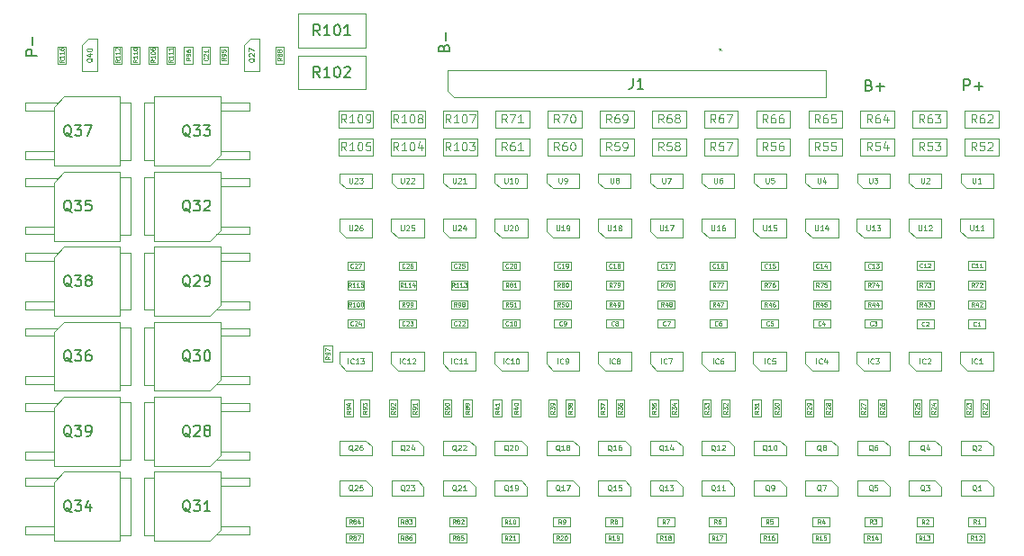
<source format=gbr>
G04 #@! TF.GenerationSoftware,KiCad,Pcbnew,(5.1.5)-3*
G04 #@! TF.CreationDate,2020-03-16T20:43:13+08:00*
G04 #@! TF.ProjectId,sd04,73643034-2e6b-4696-9361-645f70636258,v0.2*
G04 #@! TF.SameCoordinates,PX3e41030PY7464a18*
G04 #@! TF.FileFunction,Other,Fab,Top*
%FSLAX46Y46*%
G04 Gerber Fmt 4.6, Leading zero omitted, Abs format (unit mm)*
G04 Created by KiCad (PCBNEW (5.1.5)-3) date 2020-03-16 20:43:13*
%MOMM*%
%LPD*%
G04 APERTURE LIST*
%ADD10C,0.100000*%
%ADD11C,0.060000*%
%ADD12C,0.075000*%
%ADD13C,0.150000*%
%ADD14C,0.120000*%
G04 APERTURE END LIST*
D10*
X21678300Y45477500D02*
X21678300Y47077500D01*
X22478300Y45477500D02*
X21678300Y45477500D01*
X22478300Y47077500D02*
X22478300Y45477500D01*
X21678300Y47077500D02*
X22478300Y47077500D01*
X39339000Y33748232D02*
X39339000Y35148232D01*
X36299000Y35148232D02*
X39339000Y35148232D01*
X36869000Y33748232D02*
X36299000Y34298232D01*
X36299000Y34298232D02*
X36299000Y35148232D01*
X36869000Y33748232D02*
X39319000Y33748232D01*
X89787201Y30872848D02*
X92887201Y30872848D01*
X92887201Y30872848D02*
X92887201Y29072848D01*
X90437201Y29072848D02*
X92887201Y29072848D01*
X89787201Y30872848D02*
X89787201Y29722848D01*
X90437201Y29072848D02*
X89787201Y29722848D01*
X32410000Y50177500D02*
X38710000Y50177500D01*
X32410000Y46977500D02*
X32410000Y50177500D01*
X38710000Y46977500D02*
X32410000Y46977500D01*
X38710000Y50177500D02*
X38710000Y46977500D01*
X18890500Y29353800D02*
X17890500Y29353800D01*
X17890500Y29353800D02*
X17890500Y34753800D01*
X17890500Y34753800D02*
X18890500Y34753800D01*
X18890500Y28803800D02*
X18890500Y35303800D01*
X18890500Y35303800D02*
X25110500Y35303800D01*
X25110500Y35303800D02*
X25110500Y29803800D01*
X25110500Y29803800D02*
X24110500Y28803800D01*
X24110500Y28803800D02*
X18890500Y28803800D01*
X24705500Y29398800D02*
X27810500Y29398800D01*
X27810500Y29398800D02*
X27810500Y30148800D01*
X27810500Y30148800D02*
X25110500Y30148800D01*
X25110500Y33958800D02*
X27810500Y33958800D01*
X27810500Y33958800D02*
X27810500Y34708800D01*
X27810500Y34708800D02*
X25110500Y34708800D01*
X15634000Y27693000D02*
X16634000Y27693000D01*
X16634000Y27693000D02*
X16634000Y22293000D01*
X16634000Y22293000D02*
X15634000Y22293000D01*
X15634000Y28243000D02*
X15634000Y21743000D01*
X15634000Y21743000D02*
X9414000Y21743000D01*
X9414000Y21743000D02*
X9414000Y27243000D01*
X9414000Y27243000D02*
X10414000Y28243000D01*
X10414000Y28243000D02*
X15634000Y28243000D01*
X9819000Y27648000D02*
X6714000Y27648000D01*
X6714000Y27648000D02*
X6714000Y26898000D01*
X6714000Y26898000D02*
X9414000Y26898000D01*
X9414000Y23088000D02*
X6714000Y23088000D01*
X6714000Y23088000D02*
X6714000Y22338000D01*
X6714000Y22338000D02*
X9414000Y22338000D01*
X15634000Y34754000D02*
X16634000Y34754000D01*
X16634000Y34754000D02*
X16634000Y29354000D01*
X16634000Y29354000D02*
X15634000Y29354000D01*
X15634000Y35304000D02*
X15634000Y28804000D01*
X15634000Y28804000D02*
X9414000Y28804000D01*
X9414000Y28804000D02*
X9414000Y34304000D01*
X9414000Y34304000D02*
X10414000Y35304000D01*
X10414000Y35304000D02*
X15634000Y35304000D01*
X9819000Y34709000D02*
X6714000Y34709000D01*
X6714000Y34709000D02*
X6714000Y33959000D01*
X6714000Y33959000D02*
X9414000Y33959000D01*
X9414000Y30149000D02*
X6714000Y30149000D01*
X6714000Y30149000D02*
X6714000Y29399000D01*
X6714000Y29399000D02*
X9414000Y29399000D01*
X15634000Y20632000D02*
X16634000Y20632000D01*
X16634000Y20632000D02*
X16634000Y15232000D01*
X16634000Y15232000D02*
X15634000Y15232000D01*
X15634000Y21182000D02*
X15634000Y14682000D01*
X15634000Y14682000D02*
X9414000Y14682000D01*
X9414000Y14682000D02*
X9414000Y20182000D01*
X9414000Y20182000D02*
X10414000Y21182000D01*
X10414000Y21182000D02*
X15634000Y21182000D01*
X9819000Y20587000D02*
X6714000Y20587000D01*
X6714000Y20587000D02*
X6714000Y19837000D01*
X6714000Y19837000D02*
X9414000Y19837000D01*
X9414000Y16027000D02*
X6714000Y16027000D01*
X6714000Y16027000D02*
X6714000Y15277000D01*
X6714000Y15277000D02*
X9414000Y15277000D01*
X15634000Y13571000D02*
X16634000Y13571000D01*
X16634000Y13571000D02*
X16634000Y8171000D01*
X16634000Y8171000D02*
X15634000Y8171000D01*
X15634000Y14121000D02*
X15634000Y7621000D01*
X15634000Y7621000D02*
X9414000Y7621000D01*
X9414000Y7621000D02*
X9414000Y13121000D01*
X9414000Y13121000D02*
X10414000Y14121000D01*
X10414000Y14121000D02*
X15634000Y14121000D01*
X9819000Y13526000D02*
X6714000Y13526000D01*
X6714000Y13526000D02*
X6714000Y12776000D01*
X6714000Y12776000D02*
X9414000Y12776000D01*
X9414000Y8966000D02*
X6714000Y8966000D01*
X6714000Y8966000D02*
X6714000Y8216000D01*
X6714000Y8216000D02*
X9414000Y8216000D01*
X18890500Y36415000D02*
X17890500Y36415000D01*
X17890500Y36415000D02*
X17890500Y41815000D01*
X17890500Y41815000D02*
X18890500Y41815000D01*
X18890500Y35865000D02*
X18890500Y42365000D01*
X18890500Y42365000D02*
X25110500Y42365000D01*
X25110500Y42365000D02*
X25110500Y36865000D01*
X25110500Y36865000D02*
X24110500Y35865000D01*
X24110500Y35865000D02*
X18890500Y35865000D01*
X24705500Y36460000D02*
X27810500Y36460000D01*
X27810500Y36460000D02*
X27810500Y37210000D01*
X27810500Y37210000D02*
X25110500Y37210000D01*
X25110500Y41020000D02*
X27810500Y41020000D01*
X27810500Y41020000D02*
X27810500Y41770000D01*
X27810500Y41770000D02*
X25110500Y41770000D01*
X18890500Y1109000D02*
X17890500Y1109000D01*
X17890500Y1109000D02*
X17890500Y6509000D01*
X17890500Y6509000D02*
X18890500Y6509000D01*
X18890500Y559000D02*
X18890500Y7059000D01*
X18890500Y7059000D02*
X25110500Y7059000D01*
X25110500Y7059000D02*
X25110500Y1559000D01*
X25110500Y1559000D02*
X24110500Y559000D01*
X24110500Y559000D02*
X18890500Y559000D01*
X24705500Y1154000D02*
X27810500Y1154000D01*
X27810500Y1154000D02*
X27810500Y1904000D01*
X27810500Y1904000D02*
X25110500Y1904000D01*
X25110500Y5714000D02*
X27810500Y5714000D01*
X27810500Y5714000D02*
X27810500Y6464000D01*
X27810500Y6464000D02*
X25110500Y6464000D01*
X18890500Y8170200D02*
X17890500Y8170200D01*
X17890500Y8170200D02*
X17890500Y13570200D01*
X17890500Y13570200D02*
X18890500Y13570200D01*
X18890500Y7620200D02*
X18890500Y14120200D01*
X18890500Y14120200D02*
X25110500Y14120200D01*
X25110500Y14120200D02*
X25110500Y8620200D01*
X25110500Y8620200D02*
X24110500Y7620200D01*
X24110500Y7620200D02*
X18890500Y7620200D01*
X24705500Y8215200D02*
X27810500Y8215200D01*
X27810500Y8215200D02*
X27810500Y8965200D01*
X27810500Y8965200D02*
X25110500Y8965200D01*
X25110500Y12775200D02*
X27810500Y12775200D01*
X27810500Y12775200D02*
X27810500Y13525200D01*
X27810500Y13525200D02*
X25110500Y13525200D01*
X18890500Y15231400D02*
X17890500Y15231400D01*
X17890500Y15231400D02*
X17890500Y20631400D01*
X17890500Y20631400D02*
X18890500Y20631400D01*
X18890500Y14681400D02*
X18890500Y21181400D01*
X18890500Y21181400D02*
X25110500Y21181400D01*
X25110500Y21181400D02*
X25110500Y15681400D01*
X25110500Y15681400D02*
X24110500Y14681400D01*
X24110500Y14681400D02*
X18890500Y14681400D01*
X24705500Y15276400D02*
X27810500Y15276400D01*
X27810500Y15276400D02*
X27810500Y16026400D01*
X27810500Y16026400D02*
X25110500Y16026400D01*
X25110500Y19836400D02*
X27810500Y19836400D01*
X27810500Y19836400D02*
X27810500Y20586400D01*
X27810500Y20586400D02*
X25110500Y20586400D01*
X15634000Y6510000D02*
X16634000Y6510000D01*
X16634000Y6510000D02*
X16634000Y1110000D01*
X16634000Y1110000D02*
X15634000Y1110000D01*
X15634000Y7060000D02*
X15634000Y560000D01*
X15634000Y560000D02*
X9414000Y560000D01*
X9414000Y560000D02*
X9414000Y6060000D01*
X9414000Y6060000D02*
X10414000Y7060000D01*
X10414000Y7060000D02*
X15634000Y7060000D01*
X9819000Y6465000D02*
X6714000Y6465000D01*
X6714000Y6465000D02*
X6714000Y5715000D01*
X6714000Y5715000D02*
X9414000Y5715000D01*
X9414000Y1905000D02*
X6714000Y1905000D01*
X6714000Y1905000D02*
X6714000Y1155000D01*
X6714000Y1155000D02*
X9414000Y1155000D01*
X18890500Y22292600D02*
X17890500Y22292600D01*
X17890500Y22292600D02*
X17890500Y27692600D01*
X17890500Y27692600D02*
X18890500Y27692600D01*
X18890500Y21742600D02*
X18890500Y28242600D01*
X18890500Y28242600D02*
X25110500Y28242600D01*
X25110500Y28242600D02*
X25110500Y22742600D01*
X25110500Y22742600D02*
X24110500Y21742600D01*
X24110500Y21742600D02*
X18890500Y21742600D01*
X24705500Y22337600D02*
X27810500Y22337600D01*
X27810500Y22337600D02*
X27810500Y23087600D01*
X27810500Y23087600D02*
X25110500Y23087600D01*
X25110500Y26897600D02*
X27810500Y26897600D01*
X27810500Y26897600D02*
X27810500Y27647600D01*
X27810500Y27647600D02*
X25110500Y27647600D01*
X15634000Y41815000D02*
X16634000Y41815000D01*
X16634000Y41815000D02*
X16634000Y36415000D01*
X16634000Y36415000D02*
X15634000Y36415000D01*
X15634000Y42365000D02*
X15634000Y35865000D01*
X15634000Y35865000D02*
X9414000Y35865000D01*
X9414000Y35865000D02*
X9414000Y41365000D01*
X9414000Y41365000D02*
X10414000Y42365000D01*
X10414000Y42365000D02*
X15634000Y42365000D01*
X9819000Y41770000D02*
X6714000Y41770000D01*
X6714000Y41770000D02*
X6714000Y41020000D01*
X6714000Y41020000D02*
X9414000Y41020000D01*
X9414000Y37210000D02*
X6714000Y37210000D01*
X6714000Y37210000D02*
X6714000Y36460000D01*
X6714000Y36460000D02*
X9414000Y36460000D01*
X47053500Y42291000D02*
X46418500Y42926000D01*
X81978500Y42291000D02*
X47053500Y42291000D01*
X81978500Y44831000D02*
X81978500Y42291000D01*
X46418500Y44831000D02*
X81978500Y44831000D01*
X46418500Y42926000D02*
X46418500Y44831000D01*
X98273996Y41059000D02*
X98273996Y39459000D01*
X98273996Y39459000D02*
X95073996Y39459000D01*
X95073996Y39459000D02*
X95073996Y41059000D01*
X95073996Y41059000D02*
X98273996Y41059000D01*
X95073996Y38443616D02*
X98273996Y38443616D01*
X95073996Y36843616D02*
X95073996Y38443616D01*
X98273996Y36843616D02*
X95073996Y36843616D01*
X98273996Y38443616D02*
X98273996Y36843616D01*
X36269000Y30872848D02*
X39369000Y30872848D01*
X39369000Y30872848D02*
X39369000Y29072848D01*
X36919000Y29072848D02*
X39369000Y29072848D01*
X36269000Y30872848D02*
X36269000Y29722848D01*
X36919000Y29072848D02*
X36269000Y29722848D01*
X41134291Y30872848D02*
X44234291Y30872848D01*
X44234291Y30872848D02*
X44234291Y29072848D01*
X41784291Y29072848D02*
X44234291Y29072848D01*
X41134291Y30872848D02*
X41134291Y29722848D01*
X41784291Y29072848D02*
X41134291Y29722848D01*
X45999582Y30872848D02*
X49099582Y30872848D01*
X49099582Y30872848D02*
X49099582Y29072848D01*
X46649582Y29072848D02*
X49099582Y29072848D01*
X45999582Y30872848D02*
X45999582Y29722848D01*
X46649582Y29072848D02*
X45999582Y29722848D01*
X44204291Y33748232D02*
X44204291Y35148232D01*
X41164291Y35148232D02*
X44204291Y35148232D01*
X41734291Y33748232D02*
X41164291Y34298232D01*
X41164291Y34298232D02*
X41164291Y35148232D01*
X41734291Y33748232D02*
X44184291Y33748232D01*
X49069582Y33748232D02*
X49069582Y35148232D01*
X46029582Y35148232D02*
X49069582Y35148232D01*
X46599582Y33748232D02*
X46029582Y34298232D01*
X46029582Y34298232D02*
X46029582Y35148232D01*
X46599582Y33748232D02*
X49049582Y33748232D01*
X50864873Y30872848D02*
X53964873Y30872848D01*
X53964873Y30872848D02*
X53964873Y29072848D01*
X51514873Y29072848D02*
X53964873Y29072848D01*
X50864873Y30872848D02*
X50864873Y29722848D01*
X51514873Y29072848D02*
X50864873Y29722848D01*
X55730164Y30872848D02*
X58830164Y30872848D01*
X58830164Y30872848D02*
X58830164Y29072848D01*
X56380164Y29072848D02*
X58830164Y29072848D01*
X55730164Y30872848D02*
X55730164Y29722848D01*
X56380164Y29072848D02*
X55730164Y29722848D01*
X60595455Y30872848D02*
X63695455Y30872848D01*
X63695455Y30872848D02*
X63695455Y29072848D01*
X61245455Y29072848D02*
X63695455Y29072848D01*
X60595455Y30872848D02*
X60595455Y29722848D01*
X61245455Y29072848D02*
X60595455Y29722848D01*
X65460746Y30872848D02*
X68560746Y30872848D01*
X68560746Y30872848D02*
X68560746Y29072848D01*
X66110746Y29072848D02*
X68560746Y29072848D01*
X65460746Y30872848D02*
X65460746Y29722848D01*
X66110746Y29072848D02*
X65460746Y29722848D01*
X70326037Y30872848D02*
X73426037Y30872848D01*
X73426037Y30872848D02*
X73426037Y29072848D01*
X70976037Y29072848D02*
X73426037Y29072848D01*
X70326037Y30872848D02*
X70326037Y29722848D01*
X70976037Y29072848D02*
X70326037Y29722848D01*
X75191328Y30872848D02*
X78291328Y30872848D01*
X78291328Y30872848D02*
X78291328Y29072848D01*
X75841328Y29072848D02*
X78291328Y29072848D01*
X75191328Y30872848D02*
X75191328Y29722848D01*
X75841328Y29072848D02*
X75191328Y29722848D01*
X80056619Y30872848D02*
X83156619Y30872848D01*
X83156619Y30872848D02*
X83156619Y29072848D01*
X80706619Y29072848D02*
X83156619Y29072848D01*
X80056619Y30872848D02*
X80056619Y29722848D01*
X80706619Y29072848D02*
X80056619Y29722848D01*
X84921910Y30872848D02*
X88021910Y30872848D01*
X88021910Y30872848D02*
X88021910Y29072848D01*
X85571910Y29072848D02*
X88021910Y29072848D01*
X84921910Y30872848D02*
X84921910Y29722848D01*
X85571910Y29072848D02*
X84921910Y29722848D01*
X94652492Y30872848D02*
X97752492Y30872848D01*
X97752492Y30872848D02*
X97752492Y29072848D01*
X95302492Y29072848D02*
X97752492Y29072848D01*
X94652492Y30872848D02*
X94652492Y29722848D01*
X95302492Y29072848D02*
X94652492Y29722848D01*
X53934873Y33748232D02*
X53934873Y35148232D01*
X50894873Y35148232D02*
X53934873Y35148232D01*
X51464873Y33748232D02*
X50894873Y34298232D01*
X50894873Y34298232D02*
X50894873Y35148232D01*
X51464873Y33748232D02*
X53914873Y33748232D01*
X58800164Y33748232D02*
X58800164Y35148232D01*
X55760164Y35148232D02*
X58800164Y35148232D01*
X56330164Y33748232D02*
X55760164Y34298232D01*
X55760164Y34298232D02*
X55760164Y35148232D01*
X56330164Y33748232D02*
X58780164Y33748232D01*
X63665455Y33748232D02*
X63665455Y35148232D01*
X60625455Y35148232D02*
X63665455Y35148232D01*
X61195455Y33748232D02*
X60625455Y34298232D01*
X60625455Y34298232D02*
X60625455Y35148232D01*
X61195455Y33748232D02*
X63645455Y33748232D01*
X68530746Y33748232D02*
X68530746Y35148232D01*
X65490746Y35148232D02*
X68530746Y35148232D01*
X66060746Y33748232D02*
X65490746Y34298232D01*
X65490746Y34298232D02*
X65490746Y35148232D01*
X66060746Y33748232D02*
X68510746Y33748232D01*
X73396037Y33748232D02*
X73396037Y35148232D01*
X70356037Y35148232D02*
X73396037Y35148232D01*
X70926037Y33748232D02*
X70356037Y34298232D01*
X70356037Y34298232D02*
X70356037Y35148232D01*
X70926037Y33748232D02*
X73376037Y33748232D01*
X78261328Y33748232D02*
X78261328Y35148232D01*
X75221328Y35148232D02*
X78261328Y35148232D01*
X75791328Y33748232D02*
X75221328Y34298232D01*
X75221328Y34298232D02*
X75221328Y35148232D01*
X75791328Y33748232D02*
X78241328Y33748232D01*
X83126619Y33748232D02*
X83126619Y35148232D01*
X80086619Y35148232D02*
X83126619Y35148232D01*
X80656619Y33748232D02*
X80086619Y34298232D01*
X80086619Y34298232D02*
X80086619Y35148232D01*
X80656619Y33748232D02*
X83106619Y33748232D01*
X87991910Y33748232D02*
X87991910Y35148232D01*
X84951910Y35148232D02*
X87991910Y35148232D01*
X85521910Y33748232D02*
X84951910Y34298232D01*
X84951910Y34298232D02*
X84951910Y35148232D01*
X85521910Y33748232D02*
X87971910Y33748232D01*
X92857201Y33748232D02*
X92857201Y35148232D01*
X89817201Y35148232D02*
X92857201Y35148232D01*
X90387201Y33748232D02*
X89817201Y34298232D01*
X89817201Y34298232D02*
X89817201Y35148232D01*
X90387201Y33748232D02*
X92837201Y33748232D01*
X97722492Y33748232D02*
X97722492Y35148232D01*
X94682492Y35148232D02*
X97722492Y35148232D01*
X95252492Y33748232D02*
X94682492Y34298232D01*
X94682492Y34298232D02*
X94682492Y35148232D01*
X95252492Y33748232D02*
X97702492Y33748232D01*
X9760000Y45477500D02*
X9760000Y47077500D01*
X10560000Y45477500D02*
X9760000Y45477500D01*
X10560000Y47077500D02*
X10560000Y45477500D01*
X9760000Y47077500D02*
X10560000Y47077500D01*
X37019000Y25032080D02*
X38619000Y25032080D01*
X37019000Y24232080D02*
X37019000Y25032080D01*
X38619000Y24232080D02*
X37019000Y24232080D01*
X38619000Y25032080D02*
X38619000Y24232080D01*
X41884291Y25032080D02*
X43484291Y25032080D01*
X41884291Y24232080D02*
X41884291Y25032080D01*
X43484291Y24232080D02*
X41884291Y24232080D01*
X43484291Y25032080D02*
X43484291Y24232080D01*
X46749582Y25032080D02*
X48349582Y25032080D01*
X46749582Y24232080D02*
X46749582Y25032080D01*
X48349582Y24232080D02*
X46749582Y24232080D01*
X48349582Y25032080D02*
X48349582Y24232080D01*
X15826100Y47077500D02*
X15826100Y45477500D01*
X15026100Y47077500D02*
X15826100Y47077500D01*
X15026100Y45477500D02*
X15026100Y47077500D01*
X15826100Y45477500D02*
X15026100Y45477500D01*
X20015250Y45477500D02*
X20015250Y47077500D01*
X20815250Y45477500D02*
X20015250Y45477500D01*
X20815250Y47077500D02*
X20815250Y45477500D01*
X20015250Y47077500D02*
X20815250Y47077500D01*
X16689150Y45477500D02*
X16689150Y47077500D01*
X17489150Y45477500D02*
X16689150Y45477500D01*
X17489150Y47077500D02*
X17489150Y45477500D01*
X16689150Y47077500D02*
X17489150Y47077500D01*
X19152200Y47077500D02*
X19152200Y45477500D01*
X18352200Y47077500D02*
X19152200Y47077500D01*
X18352200Y45477500D02*
X18352200Y47077500D01*
X19152200Y45477500D02*
X18352200Y45477500D01*
X32410000Y46240500D02*
X38710000Y46240500D01*
X32410000Y43040500D02*
X32410000Y46240500D01*
X38710000Y43040500D02*
X32410000Y43040500D01*
X38710000Y46240500D02*
X38710000Y43040500D01*
X37019000Y23196696D02*
X38619000Y23196696D01*
X37019000Y22396696D02*
X37019000Y23196696D01*
X38619000Y22396696D02*
X37019000Y22396696D01*
X38619000Y23196696D02*
X38619000Y22396696D01*
X41884291Y23196696D02*
X43484291Y23196696D01*
X41884291Y22396696D02*
X41884291Y23196696D01*
X43484291Y22396696D02*
X41884291Y22396696D01*
X43484291Y23196696D02*
X43484291Y22396696D01*
X46749582Y23196696D02*
X48349582Y23196696D01*
X46749582Y22396696D02*
X46749582Y23196696D01*
X48349582Y22396696D02*
X46749582Y22396696D01*
X48349582Y23196696D02*
X48349582Y22396696D01*
X35579000Y18975000D02*
X35579000Y17375000D01*
X34779000Y18975000D02*
X35579000Y18975000D01*
X34779000Y17375000D02*
X34779000Y18975000D01*
X35579000Y17375000D02*
X34779000Y17375000D01*
X25804400Y47077500D02*
X25804400Y45477500D01*
X25004400Y47077500D02*
X25804400Y47077500D01*
X25004400Y45477500D02*
X25004400Y47077500D01*
X25804400Y45477500D02*
X25004400Y45477500D01*
X36747500Y12230544D02*
X36747500Y13830544D01*
X37547500Y12230544D02*
X36747500Y12230544D01*
X37547500Y13830544D02*
X37547500Y12230544D01*
X36747500Y13830544D02*
X37547500Y13830544D01*
X38271500Y12230544D02*
X38271500Y13830544D01*
X39071500Y12230544D02*
X38271500Y12230544D01*
X39071500Y13830544D02*
X39071500Y12230544D01*
X38271500Y13830544D02*
X39071500Y13830544D01*
X40938500Y12230544D02*
X40938500Y13830544D01*
X41738500Y12230544D02*
X40938500Y12230544D01*
X41738500Y13830544D02*
X41738500Y12230544D01*
X40938500Y13830544D02*
X41738500Y13830544D01*
X42970500Y12230544D02*
X42970500Y13830544D01*
X43770500Y12230544D02*
X42970500Y12230544D01*
X43770500Y13830544D02*
X43770500Y12230544D01*
X42970500Y13830544D02*
X43770500Y13830544D01*
X46018500Y12230544D02*
X46018500Y13830544D01*
X46818500Y12230544D02*
X46018500Y12230544D01*
X46818500Y13830544D02*
X46818500Y12230544D01*
X46018500Y13830544D02*
X46818500Y13830544D01*
X47923500Y12230544D02*
X47923500Y13830544D01*
X48723500Y12230544D02*
X47923500Y12230544D01*
X48723500Y13830544D02*
X48723500Y12230544D01*
X47923500Y13830544D02*
X48723500Y13830544D01*
X31070500Y47077500D02*
X31070500Y45477500D01*
X30270500Y47077500D02*
X31070500Y47077500D01*
X30270500Y45477500D02*
X30270500Y47077500D01*
X31070500Y45477500D02*
X30270500Y45477500D01*
X38505000Y425500D02*
X36905000Y425500D01*
X38505000Y1225500D02*
X38505000Y425500D01*
X36905000Y1225500D02*
X38505000Y1225500D01*
X36905000Y425500D02*
X36905000Y1225500D01*
X43374499Y425500D02*
X41774499Y425500D01*
X43374499Y1225500D02*
X43374499Y425500D01*
X41774499Y1225500D02*
X43374499Y1225500D01*
X41774499Y425500D02*
X41774499Y1225500D01*
X48243998Y425500D02*
X46643998Y425500D01*
X48243998Y1225500D02*
X48243998Y425500D01*
X46643998Y1225500D02*
X48243998Y1225500D01*
X46643998Y425500D02*
X46643998Y1225500D01*
X38492000Y1943392D02*
X36892000Y1943392D01*
X38492000Y2743392D02*
X38492000Y1943392D01*
X36892000Y2743392D02*
X38492000Y2743392D01*
X36892000Y1943392D02*
X36892000Y2743392D01*
X43367874Y1943392D02*
X41767874Y1943392D01*
X43367874Y2743392D02*
X43367874Y1943392D01*
X41767874Y2743392D02*
X43367874Y2743392D01*
X41767874Y1943392D02*
X41767874Y2743392D01*
X48243748Y1943392D02*
X46643748Y1943392D01*
X48243748Y2743392D02*
X48243748Y1943392D01*
X46643748Y2743392D02*
X48243748Y2743392D01*
X46643748Y1943392D02*
X46643748Y2743392D01*
X51614873Y25032080D02*
X53214873Y25032080D01*
X51614873Y24232080D02*
X51614873Y25032080D01*
X53214873Y24232080D02*
X51614873Y24232080D01*
X53214873Y25032080D02*
X53214873Y24232080D01*
X56480164Y25032080D02*
X58080164Y25032080D01*
X56480164Y24232080D02*
X56480164Y25032080D01*
X58080164Y24232080D02*
X56480164Y24232080D01*
X58080164Y25032080D02*
X58080164Y24232080D01*
X61345455Y25032080D02*
X62945455Y25032080D01*
X61345455Y24232080D02*
X61345455Y25032080D01*
X62945455Y24232080D02*
X61345455Y24232080D01*
X62945455Y25032080D02*
X62945455Y24232080D01*
X66210746Y25032080D02*
X67810746Y25032080D01*
X66210746Y24232080D02*
X66210746Y25032080D01*
X67810746Y24232080D02*
X66210746Y24232080D01*
X67810746Y25032080D02*
X67810746Y24232080D01*
X71076037Y25032080D02*
X72676037Y25032080D01*
X71076037Y24232080D02*
X71076037Y25032080D01*
X72676037Y24232080D02*
X71076037Y24232080D01*
X72676037Y25032080D02*
X72676037Y24232080D01*
X75941328Y25032080D02*
X77541328Y25032080D01*
X75941328Y24232080D02*
X75941328Y25032080D01*
X77541328Y24232080D02*
X75941328Y24232080D01*
X77541328Y25032080D02*
X77541328Y24232080D01*
X80806619Y25032080D02*
X82406619Y25032080D01*
X80806619Y24232080D02*
X80806619Y25032080D01*
X82406619Y24232080D02*
X80806619Y24232080D01*
X82406619Y25032080D02*
X82406619Y24232080D01*
X85671910Y25032080D02*
X87271910Y25032080D01*
X85671910Y24232080D02*
X85671910Y25032080D01*
X87271910Y24232080D02*
X85671910Y24232080D01*
X87271910Y25032080D02*
X87271910Y24232080D01*
X90537201Y25032080D02*
X92137201Y25032080D01*
X90537201Y24232080D02*
X90537201Y25032080D01*
X92137201Y24232080D02*
X90537201Y24232080D01*
X92137201Y25032080D02*
X92137201Y24232080D01*
X95402492Y25032080D02*
X97002492Y25032080D01*
X95402492Y24232080D02*
X95402492Y25032080D01*
X97002492Y24232080D02*
X95402492Y24232080D01*
X97002492Y25032080D02*
X97002492Y24232080D01*
X51614873Y23196696D02*
X53214873Y23196696D01*
X51614873Y22396696D02*
X51614873Y23196696D01*
X53214873Y22396696D02*
X51614873Y22396696D01*
X53214873Y23196696D02*
X53214873Y22396696D01*
X56480164Y23196696D02*
X58080164Y23196696D01*
X56480164Y22396696D02*
X56480164Y23196696D01*
X58080164Y22396696D02*
X56480164Y22396696D01*
X58080164Y23196696D02*
X58080164Y22396696D01*
X61345455Y23196696D02*
X62945455Y23196696D01*
X61345455Y22396696D02*
X61345455Y23196696D01*
X62945455Y22396696D02*
X61345455Y22396696D01*
X62945455Y23196696D02*
X62945455Y22396696D01*
X66210746Y23196696D02*
X67810746Y23196696D01*
X66210746Y22396696D02*
X66210746Y23196696D01*
X67810746Y22396696D02*
X66210746Y22396696D01*
X67810746Y23196696D02*
X67810746Y22396696D01*
X71076037Y23196696D02*
X72676037Y23196696D01*
X71076037Y22396696D02*
X71076037Y23196696D01*
X72676037Y22396696D02*
X71076037Y22396696D01*
X72676037Y23196696D02*
X72676037Y22396696D01*
X75941328Y23196696D02*
X77541328Y23196696D01*
X75941328Y22396696D02*
X75941328Y23196696D01*
X77541328Y22396696D02*
X75941328Y22396696D01*
X77541328Y23196696D02*
X77541328Y22396696D01*
X80806619Y23196696D02*
X82406619Y23196696D01*
X80806619Y22396696D02*
X80806619Y23196696D01*
X82406619Y22396696D02*
X80806619Y22396696D01*
X82406619Y23196696D02*
X82406619Y22396696D01*
X85671910Y23196696D02*
X87271910Y23196696D01*
X85671910Y22396696D02*
X85671910Y23196696D01*
X87271910Y22396696D02*
X85671910Y22396696D01*
X87271910Y23196696D02*
X87271910Y22396696D01*
X90537201Y23196696D02*
X92137201Y23196696D01*
X90537201Y22396696D02*
X90537201Y23196696D01*
X92137201Y22396696D02*
X90537201Y22396696D01*
X92137201Y23196696D02*
X92137201Y22396696D01*
X95402492Y23196696D02*
X97002492Y23196696D01*
X95402492Y22396696D02*
X95402492Y23196696D01*
X97002492Y22396696D02*
X95402492Y22396696D01*
X97002492Y23196696D02*
X97002492Y22396696D01*
X50717500Y12230544D02*
X50717500Y13830544D01*
X51517500Y12230544D02*
X50717500Y12230544D01*
X51517500Y13830544D02*
X51517500Y12230544D01*
X50717500Y13830544D02*
X51517500Y13830544D01*
X52495500Y12230544D02*
X52495500Y13830544D01*
X53295500Y12230544D02*
X52495500Y12230544D01*
X53295500Y13830544D02*
X53295500Y12230544D01*
X52495500Y13830544D02*
X53295500Y13830544D01*
X55924500Y12230544D02*
X55924500Y13830544D01*
X56724500Y12230544D02*
X55924500Y12230544D01*
X56724500Y13830544D02*
X56724500Y12230544D01*
X55924500Y13830544D02*
X56724500Y13830544D01*
X57575500Y12230544D02*
X57575500Y13830544D01*
X58375500Y12230544D02*
X57575500Y12230544D01*
X58375500Y13830544D02*
X58375500Y12230544D01*
X57575500Y13830544D02*
X58375500Y13830544D01*
X60623500Y12230544D02*
X60623500Y13830544D01*
X61423500Y12230544D02*
X60623500Y12230544D01*
X61423500Y13830544D02*
X61423500Y12230544D01*
X60623500Y13830544D02*
X61423500Y13830544D01*
X62274500Y12230544D02*
X62274500Y13830544D01*
X63074500Y12230544D02*
X62274500Y12230544D01*
X63074500Y13830544D02*
X63074500Y12230544D01*
X62274500Y13830544D02*
X63074500Y13830544D01*
X65449500Y12230544D02*
X65449500Y13830544D01*
X66249500Y12230544D02*
X65449500Y12230544D01*
X66249500Y13830544D02*
X66249500Y12230544D01*
X65449500Y13830544D02*
X66249500Y13830544D01*
X67354500Y12230544D02*
X67354500Y13830544D01*
X68154500Y12230544D02*
X67354500Y12230544D01*
X68154500Y13830544D02*
X68154500Y12230544D01*
X67354500Y13830544D02*
X68154500Y13830544D01*
X70402500Y12230544D02*
X70402500Y13830544D01*
X71202500Y12230544D02*
X70402500Y12230544D01*
X71202500Y13830544D02*
X71202500Y12230544D01*
X70402500Y13830544D02*
X71202500Y13830544D01*
X72180500Y12230544D02*
X72180500Y13830544D01*
X72980500Y12230544D02*
X72180500Y12230544D01*
X72980500Y13830544D02*
X72980500Y12230544D01*
X72180500Y13830544D02*
X72980500Y13830544D01*
X75101500Y12230544D02*
X75101500Y13830544D01*
X75901500Y12230544D02*
X75101500Y12230544D01*
X75901500Y13830544D02*
X75901500Y12230544D01*
X75101500Y13830544D02*
X75901500Y13830544D01*
X77006500Y12230544D02*
X77006500Y13830544D01*
X77806500Y12230544D02*
X77006500Y12230544D01*
X77806500Y13830544D02*
X77806500Y12230544D01*
X77006500Y13830544D02*
X77806500Y13830544D01*
X80054500Y12230544D02*
X80054500Y13830544D01*
X80854500Y12230544D02*
X80054500Y12230544D01*
X80854500Y13830544D02*
X80854500Y12230544D01*
X80054500Y13830544D02*
X80854500Y13830544D01*
X81832500Y12230544D02*
X81832500Y13830544D01*
X82632500Y12230544D02*
X81832500Y12230544D01*
X82632500Y13830544D02*
X82632500Y12230544D01*
X81832500Y13830544D02*
X82632500Y13830544D01*
X85134500Y12230544D02*
X85134500Y13830544D01*
X85934500Y12230544D02*
X85134500Y12230544D01*
X85934500Y13830544D02*
X85934500Y12230544D01*
X85134500Y13830544D02*
X85934500Y13830544D01*
X86912500Y12230544D02*
X86912500Y13830544D01*
X87712500Y12230544D02*
X86912500Y12230544D01*
X87712500Y13830544D02*
X87712500Y12230544D01*
X86912500Y13830544D02*
X87712500Y13830544D01*
X90214500Y12230544D02*
X90214500Y13830544D01*
X91014500Y12230544D02*
X90214500Y12230544D01*
X91014500Y13830544D02*
X91014500Y12230544D01*
X90214500Y13830544D02*
X91014500Y13830544D01*
X91738500Y12230544D02*
X91738500Y13830544D01*
X92538500Y12230544D02*
X91738500Y12230544D01*
X92538500Y13830544D02*
X92538500Y12230544D01*
X91738500Y13830544D02*
X92538500Y13830544D01*
X95040500Y12230544D02*
X95040500Y13830544D01*
X95840500Y12230544D02*
X95040500Y12230544D01*
X95840500Y13830544D02*
X95840500Y12230544D01*
X95040500Y13830544D02*
X95840500Y13830544D01*
X96564500Y12230544D02*
X96564500Y13830544D01*
X97364500Y12230544D02*
X96564500Y12230544D01*
X97364500Y13830544D02*
X97364500Y12230544D01*
X96564500Y13830544D02*
X97364500Y13830544D01*
X53113497Y425500D02*
X51513497Y425500D01*
X53113497Y1225500D02*
X53113497Y425500D01*
X51513497Y1225500D02*
X53113497Y1225500D01*
X51513497Y425500D02*
X51513497Y1225500D01*
X57982996Y425500D02*
X56382996Y425500D01*
X57982996Y1225500D02*
X57982996Y425500D01*
X56382996Y1225500D02*
X57982996Y1225500D01*
X56382996Y425500D02*
X56382996Y1225500D01*
X62852495Y425500D02*
X61252495Y425500D01*
X62852495Y1225500D02*
X62852495Y425500D01*
X61252495Y1225500D02*
X62852495Y1225500D01*
X61252495Y425500D02*
X61252495Y1225500D01*
X67721994Y425500D02*
X66121994Y425500D01*
X67721994Y1225500D02*
X67721994Y425500D01*
X66121994Y1225500D02*
X67721994Y1225500D01*
X66121994Y425500D02*
X66121994Y1225500D01*
X72591493Y425500D02*
X70991493Y425500D01*
X72591493Y1225500D02*
X72591493Y425500D01*
X70991493Y1225500D02*
X72591493Y1225500D01*
X70991493Y425500D02*
X70991493Y1225500D01*
X77460992Y425500D02*
X75860992Y425500D01*
X77460992Y1225500D02*
X77460992Y425500D01*
X75860992Y1225500D02*
X77460992Y1225500D01*
X75860992Y425500D02*
X75860992Y1225500D01*
X82330491Y425500D02*
X80730491Y425500D01*
X82330491Y1225500D02*
X82330491Y425500D01*
X80730491Y1225500D02*
X82330491Y1225500D01*
X80730491Y425500D02*
X80730491Y1225500D01*
X87199990Y425500D02*
X85599990Y425500D01*
X87199990Y1225500D02*
X87199990Y425500D01*
X85599990Y1225500D02*
X87199990Y1225500D01*
X85599990Y425500D02*
X85599990Y1225500D01*
X92069489Y425500D02*
X90469489Y425500D01*
X92069489Y1225500D02*
X92069489Y425500D01*
X90469489Y1225500D02*
X92069489Y1225500D01*
X90469489Y425500D02*
X90469489Y1225500D01*
X96938992Y425500D02*
X95338992Y425500D01*
X96938992Y1225500D02*
X96938992Y425500D01*
X95338992Y1225500D02*
X96938992Y1225500D01*
X95338992Y425500D02*
X95338992Y1225500D01*
X53119622Y1943392D02*
X51519622Y1943392D01*
X53119622Y2743392D02*
X53119622Y1943392D01*
X51519622Y2743392D02*
X53119622Y2743392D01*
X51519622Y1943392D02*
X51519622Y2743392D01*
X57995496Y1943392D02*
X56395496Y1943392D01*
X57995496Y2743392D02*
X57995496Y1943392D01*
X56395496Y2743392D02*
X57995496Y2743392D01*
X56395496Y1943392D02*
X56395496Y2743392D01*
X62871370Y1943392D02*
X61271370Y1943392D01*
X62871370Y2743392D02*
X62871370Y1943392D01*
X61271370Y2743392D02*
X62871370Y2743392D01*
X61271370Y1943392D02*
X61271370Y2743392D01*
X67747244Y1943392D02*
X66147244Y1943392D01*
X67747244Y2743392D02*
X67747244Y1943392D01*
X66147244Y2743392D02*
X67747244Y2743392D01*
X66147244Y1943392D02*
X66147244Y2743392D01*
X72623118Y1943392D02*
X71023118Y1943392D01*
X72623118Y2743392D02*
X72623118Y1943392D01*
X71023118Y2743392D02*
X72623118Y2743392D01*
X71023118Y1943392D02*
X71023118Y2743392D01*
X77498992Y1943392D02*
X75898992Y1943392D01*
X77498992Y2743392D02*
X77498992Y1943392D01*
X75898992Y2743392D02*
X77498992Y2743392D01*
X75898992Y1943392D02*
X75898992Y2743392D01*
X82374866Y1943392D02*
X80774866Y1943392D01*
X82374866Y2743392D02*
X82374866Y1943392D01*
X80774866Y2743392D02*
X82374866Y2743392D01*
X80774866Y1943392D02*
X80774866Y2743392D01*
X87250740Y1943392D02*
X85650740Y1943392D01*
X87250740Y2743392D02*
X87250740Y1943392D01*
X85650740Y2743392D02*
X87250740Y2743392D01*
X85650740Y1943392D02*
X85650740Y2743392D01*
X92126614Y1943392D02*
X90526614Y1943392D01*
X92126614Y2743392D02*
X92126614Y1943392D01*
X90526614Y2743392D02*
X92126614Y2743392D01*
X90526614Y1943392D02*
X90526614Y2743392D01*
X97002492Y1943392D02*
X95402492Y1943392D01*
X97002492Y2743392D02*
X97002492Y1943392D01*
X95402492Y2743392D02*
X97002492Y2743392D01*
X95402492Y1943392D02*
X95402492Y2743392D01*
X12093050Y44757500D02*
X13493050Y44757500D01*
X13493050Y47797500D02*
X13493050Y44757500D01*
X12093050Y47227500D02*
X12643050Y47797500D01*
X12643050Y47797500D02*
X13493050Y47797500D01*
X12093050Y47227500D02*
X12093050Y44777500D01*
X27337450Y44757500D02*
X28737450Y44757500D01*
X28737450Y47797500D02*
X28737450Y44757500D01*
X27337450Y47227500D02*
X27887450Y47797500D01*
X27887450Y47797500D02*
X28737450Y47797500D01*
X27337450Y47227500D02*
X27337450Y44777500D01*
X36299000Y10005160D02*
X36299000Y8605160D01*
X39339000Y8605160D02*
X36299000Y8605160D01*
X38769000Y10005160D02*
X39339000Y9455160D01*
X39339000Y9455160D02*
X39339000Y8605160D01*
X38769000Y10005160D02*
X36319000Y10005160D01*
X36299000Y6229776D02*
X36299000Y4829776D01*
X39339000Y4829776D02*
X36299000Y4829776D01*
X38769000Y6229776D02*
X39339000Y5679776D01*
X39339000Y5679776D02*
X39339000Y4829776D01*
X38769000Y6229776D02*
X36319000Y6229776D01*
X41164291Y10005160D02*
X41164291Y8605160D01*
X44204291Y8605160D02*
X41164291Y8605160D01*
X43634291Y10005160D02*
X44204291Y9455160D01*
X44204291Y9455160D02*
X44204291Y8605160D01*
X43634291Y10005160D02*
X41184291Y10005160D01*
X41164291Y6229776D02*
X41164291Y4829776D01*
X44204291Y4829776D02*
X41164291Y4829776D01*
X43634291Y6229776D02*
X44204291Y5679776D01*
X44204291Y5679776D02*
X44204291Y4829776D01*
X43634291Y6229776D02*
X41184291Y6229776D01*
X46029582Y10005160D02*
X46029582Y8605160D01*
X49069582Y8605160D02*
X46029582Y8605160D01*
X48499582Y10005160D02*
X49069582Y9455160D01*
X49069582Y9455160D02*
X49069582Y8605160D01*
X48499582Y10005160D02*
X46049582Y10005160D01*
X46029582Y6229776D02*
X46029582Y4829776D01*
X49069582Y4829776D02*
X46029582Y4829776D01*
X48499582Y6229776D02*
X49069582Y5679776D01*
X49069582Y5679776D02*
X49069582Y4829776D01*
X48499582Y6229776D02*
X46049582Y6229776D01*
X50894873Y10005160D02*
X50894873Y8605160D01*
X53934873Y8605160D02*
X50894873Y8605160D01*
X53364873Y10005160D02*
X53934873Y9455160D01*
X53934873Y9455160D02*
X53934873Y8605160D01*
X53364873Y10005160D02*
X50914873Y10005160D01*
X50894873Y6229776D02*
X50894873Y4829776D01*
X53934873Y4829776D02*
X50894873Y4829776D01*
X53364873Y6229776D02*
X53934873Y5679776D01*
X53934873Y5679776D02*
X53934873Y4829776D01*
X53364873Y6229776D02*
X50914873Y6229776D01*
X55760164Y10005160D02*
X55760164Y8605160D01*
X58800164Y8605160D02*
X55760164Y8605160D01*
X58230164Y10005160D02*
X58800164Y9455160D01*
X58800164Y9455160D02*
X58800164Y8605160D01*
X58230164Y10005160D02*
X55780164Y10005160D01*
X55760164Y6229776D02*
X55760164Y4829776D01*
X58800164Y4829776D02*
X55760164Y4829776D01*
X58230164Y6229776D02*
X58800164Y5679776D01*
X58800164Y5679776D02*
X58800164Y4829776D01*
X58230164Y6229776D02*
X55780164Y6229776D01*
X60625455Y10005160D02*
X60625455Y8605160D01*
X63665455Y8605160D02*
X60625455Y8605160D01*
X63095455Y10005160D02*
X63665455Y9455160D01*
X63665455Y9455160D02*
X63665455Y8605160D01*
X63095455Y10005160D02*
X60645455Y10005160D01*
X60625455Y6229776D02*
X60625455Y4829776D01*
X63665455Y4829776D02*
X60625455Y4829776D01*
X63095455Y6229776D02*
X63665455Y5679776D01*
X63665455Y5679776D02*
X63665455Y4829776D01*
X63095455Y6229776D02*
X60645455Y6229776D01*
X65490746Y10005160D02*
X65490746Y8605160D01*
X68530746Y8605160D02*
X65490746Y8605160D01*
X67960746Y10005160D02*
X68530746Y9455160D01*
X68530746Y9455160D02*
X68530746Y8605160D01*
X67960746Y10005160D02*
X65510746Y10005160D01*
X65490746Y6229776D02*
X65490746Y4829776D01*
X68530746Y4829776D02*
X65490746Y4829776D01*
X67960746Y6229776D02*
X68530746Y5679776D01*
X68530746Y5679776D02*
X68530746Y4829776D01*
X67960746Y6229776D02*
X65510746Y6229776D01*
X70356037Y10005160D02*
X70356037Y8605160D01*
X73396037Y8605160D02*
X70356037Y8605160D01*
X72826037Y10005160D02*
X73396037Y9455160D01*
X73396037Y9455160D02*
X73396037Y8605160D01*
X72826037Y10005160D02*
X70376037Y10005160D01*
X70356037Y6229776D02*
X70356037Y4829776D01*
X73396037Y4829776D02*
X70356037Y4829776D01*
X72826037Y6229776D02*
X73396037Y5679776D01*
X73396037Y5679776D02*
X73396037Y4829776D01*
X72826037Y6229776D02*
X70376037Y6229776D01*
X75221328Y10005160D02*
X75221328Y8605160D01*
X78261328Y8605160D02*
X75221328Y8605160D01*
X77691328Y10005160D02*
X78261328Y9455160D01*
X78261328Y9455160D02*
X78261328Y8605160D01*
X77691328Y10005160D02*
X75241328Y10005160D01*
X75221328Y6229776D02*
X75221328Y4829776D01*
X78261328Y4829776D02*
X75221328Y4829776D01*
X77691328Y6229776D02*
X78261328Y5679776D01*
X78261328Y5679776D02*
X78261328Y4829776D01*
X77691328Y6229776D02*
X75241328Y6229776D01*
X80086619Y10005160D02*
X80086619Y8605160D01*
X83126619Y8605160D02*
X80086619Y8605160D01*
X82556619Y10005160D02*
X83126619Y9455160D01*
X83126619Y9455160D02*
X83126619Y8605160D01*
X82556619Y10005160D02*
X80106619Y10005160D01*
X80086619Y6229776D02*
X80086619Y4829776D01*
X83126619Y4829776D02*
X80086619Y4829776D01*
X82556619Y6229776D02*
X83126619Y5679776D01*
X83126619Y5679776D02*
X83126619Y4829776D01*
X82556619Y6229776D02*
X80106619Y6229776D01*
X84951910Y10005160D02*
X84951910Y8605160D01*
X87991910Y8605160D02*
X84951910Y8605160D01*
X87421910Y10005160D02*
X87991910Y9455160D01*
X87991910Y9455160D02*
X87991910Y8605160D01*
X87421910Y10005160D02*
X84971910Y10005160D01*
X84951910Y6229776D02*
X84951910Y4829776D01*
X87991910Y4829776D02*
X84951910Y4829776D01*
X87421910Y6229776D02*
X87991910Y5679776D01*
X87991910Y5679776D02*
X87991910Y4829776D01*
X87421910Y6229776D02*
X84971910Y6229776D01*
X89817201Y10005160D02*
X89817201Y8605160D01*
X92857201Y8605160D02*
X89817201Y8605160D01*
X92287201Y10005160D02*
X92857201Y9455160D01*
X92857201Y9455160D02*
X92857201Y8605160D01*
X92287201Y10005160D02*
X89837201Y10005160D01*
X89817201Y6229776D02*
X89817201Y4829776D01*
X92857201Y4829776D02*
X89817201Y4829776D01*
X92287201Y6229776D02*
X92857201Y5679776D01*
X92857201Y5679776D02*
X92857201Y4829776D01*
X92287201Y6229776D02*
X89837201Y6229776D01*
X94682492Y10005160D02*
X94682492Y8605160D01*
X97722492Y8605160D02*
X94682492Y8605160D01*
X97152492Y10005160D02*
X97722492Y9455160D01*
X97722492Y9455160D02*
X97722492Y8605160D01*
X97152492Y10005160D02*
X94702492Y10005160D01*
X94682492Y6229776D02*
X94682492Y4829776D01*
X97722492Y4829776D02*
X94682492Y4829776D01*
X97152492Y6229776D02*
X97722492Y5679776D01*
X97722492Y5679776D02*
X97722492Y4829776D01*
X97152492Y6229776D02*
X94702492Y6229776D01*
X36269000Y18355928D02*
X39369000Y18355928D01*
X39369000Y18355928D02*
X39369000Y16555928D01*
X36919000Y16555928D02*
X39369000Y16555928D01*
X36269000Y18355928D02*
X36269000Y17205928D01*
X36919000Y16555928D02*
X36269000Y17205928D01*
X41134291Y18355928D02*
X44234291Y18355928D01*
X44234291Y18355928D02*
X44234291Y16555928D01*
X41784291Y16555928D02*
X44234291Y16555928D01*
X41134291Y18355928D02*
X41134291Y17205928D01*
X41784291Y16555928D02*
X41134291Y17205928D01*
X45999582Y18355928D02*
X49099582Y18355928D01*
X49099582Y18355928D02*
X49099582Y16555928D01*
X46649582Y16555928D02*
X49099582Y16555928D01*
X45999582Y18355928D02*
X45999582Y17205928D01*
X46649582Y16555928D02*
X45999582Y17205928D01*
X50864873Y18355928D02*
X53964873Y18355928D01*
X53964873Y18355928D02*
X53964873Y16555928D01*
X51514873Y16555928D02*
X53964873Y16555928D01*
X50864873Y18355928D02*
X50864873Y17205928D01*
X51514873Y16555928D02*
X50864873Y17205928D01*
X55730164Y18355928D02*
X58830164Y18355928D01*
X58830164Y18355928D02*
X58830164Y16555928D01*
X56380164Y16555928D02*
X58830164Y16555928D01*
X55730164Y18355928D02*
X55730164Y17205928D01*
X56380164Y16555928D02*
X55730164Y17205928D01*
X60595455Y18355928D02*
X63695455Y18355928D01*
X63695455Y18355928D02*
X63695455Y16555928D01*
X61245455Y16555928D02*
X63695455Y16555928D01*
X60595455Y18355928D02*
X60595455Y17205928D01*
X61245455Y16555928D02*
X60595455Y17205928D01*
X65460746Y18355928D02*
X68560746Y18355928D01*
X68560746Y18355928D02*
X68560746Y16555928D01*
X66110746Y16555928D02*
X68560746Y16555928D01*
X65460746Y18355928D02*
X65460746Y17205928D01*
X66110746Y16555928D02*
X65460746Y17205928D01*
X70326037Y18355928D02*
X73426037Y18355928D01*
X73426037Y18355928D02*
X73426037Y16555928D01*
X70976037Y16555928D02*
X73426037Y16555928D01*
X70326037Y18355928D02*
X70326037Y17205928D01*
X70976037Y16555928D02*
X70326037Y17205928D01*
X75191328Y18355928D02*
X78291328Y18355928D01*
X78291328Y18355928D02*
X78291328Y16555928D01*
X75841328Y16555928D02*
X78291328Y16555928D01*
X75191328Y18355928D02*
X75191328Y17205928D01*
X75841328Y16555928D02*
X75191328Y17205928D01*
X80056619Y18355928D02*
X83156619Y18355928D01*
X83156619Y18355928D02*
X83156619Y16555928D01*
X80706619Y16555928D02*
X83156619Y16555928D01*
X80056619Y18355928D02*
X80056619Y17205928D01*
X80706619Y16555928D02*
X80056619Y17205928D01*
X84921910Y18355928D02*
X88021910Y18355928D01*
X88021910Y18355928D02*
X88021910Y16555928D01*
X85571910Y16555928D02*
X88021910Y16555928D01*
X84921910Y18355928D02*
X84921910Y17205928D01*
X85571910Y16555928D02*
X84921910Y17205928D01*
X89787201Y18355928D02*
X92887201Y18355928D01*
X92887201Y18355928D02*
X92887201Y16555928D01*
X90437201Y16555928D02*
X92887201Y16555928D01*
X89787201Y18355928D02*
X89787201Y17205928D01*
X90437201Y16555928D02*
X89787201Y17205928D01*
X94652492Y18355928D02*
X97752492Y18355928D01*
X97752492Y18355928D02*
X97752492Y16555928D01*
X95302492Y16555928D02*
X97752492Y16555928D01*
X94652492Y18355928D02*
X94652492Y17205928D01*
X95302492Y16555928D02*
X94652492Y17205928D01*
X38619000Y26022312D02*
X37019000Y26022312D01*
X38619000Y26822312D02*
X38619000Y26022312D01*
X37019000Y26822312D02*
X38619000Y26822312D01*
X37019000Y26022312D02*
X37019000Y26822312D01*
X43484291Y26022312D02*
X41884291Y26022312D01*
X43484291Y26822312D02*
X43484291Y26022312D01*
X41884291Y26822312D02*
X43484291Y26822312D01*
X41884291Y26022312D02*
X41884291Y26822312D01*
X48349582Y26022312D02*
X46749582Y26022312D01*
X48349582Y26822312D02*
X48349582Y26022312D01*
X46749582Y26822312D02*
X48349582Y26822312D01*
X46749582Y26022312D02*
X46749582Y26822312D01*
X38619000Y20606464D02*
X37019000Y20606464D01*
X38619000Y21406464D02*
X38619000Y20606464D01*
X37019000Y21406464D02*
X38619000Y21406464D01*
X37019000Y20606464D02*
X37019000Y21406464D01*
X43484291Y20606464D02*
X41884291Y20606464D01*
X43484291Y21406464D02*
X43484291Y20606464D01*
X41884291Y21406464D02*
X43484291Y21406464D01*
X41884291Y20606464D02*
X41884291Y21406464D01*
X48349582Y20606464D02*
X46749582Y20606464D01*
X48349582Y21406464D02*
X48349582Y20606464D01*
X46749582Y21406464D02*
X48349582Y21406464D01*
X46749582Y20606464D02*
X46749582Y21406464D01*
X23341350Y45477500D02*
X23341350Y47077500D01*
X24141350Y45477500D02*
X23341350Y45477500D01*
X24141350Y47077500D02*
X24141350Y45477500D01*
X23341350Y47077500D02*
X24141350Y47077500D01*
X53214873Y26022312D02*
X51614873Y26022312D01*
X53214873Y26822312D02*
X53214873Y26022312D01*
X51614873Y26822312D02*
X53214873Y26822312D01*
X51614873Y26022312D02*
X51614873Y26822312D01*
X58080164Y26022312D02*
X56480164Y26022312D01*
X58080164Y26822312D02*
X58080164Y26022312D01*
X56480164Y26822312D02*
X58080164Y26822312D01*
X56480164Y26022312D02*
X56480164Y26822312D01*
X62945455Y26022312D02*
X61345455Y26022312D01*
X62945455Y26822312D02*
X62945455Y26022312D01*
X61345455Y26822312D02*
X62945455Y26822312D01*
X61345455Y26022312D02*
X61345455Y26822312D01*
X67810746Y26022312D02*
X66210746Y26022312D01*
X67810746Y26822312D02*
X67810746Y26022312D01*
X66210746Y26822312D02*
X67810746Y26822312D01*
X66210746Y26022312D02*
X66210746Y26822312D01*
X72676037Y26022312D02*
X71076037Y26022312D01*
X72676037Y26822312D02*
X72676037Y26022312D01*
X71076037Y26822312D02*
X72676037Y26822312D01*
X71076037Y26022312D02*
X71076037Y26822312D01*
X77541328Y26022312D02*
X75941328Y26022312D01*
X77541328Y26822312D02*
X77541328Y26022312D01*
X75941328Y26822312D02*
X77541328Y26822312D01*
X75941328Y26022312D02*
X75941328Y26822312D01*
X82406619Y26022312D02*
X80806619Y26022312D01*
X82406619Y26822312D02*
X82406619Y26022312D01*
X80806619Y26822312D02*
X82406619Y26822312D01*
X80806619Y26022312D02*
X80806619Y26822312D01*
X87271910Y26022312D02*
X85671910Y26022312D01*
X87271910Y26822312D02*
X87271910Y26022312D01*
X85671910Y26822312D02*
X87271910Y26822312D01*
X85671910Y26022312D02*
X85671910Y26822312D01*
X92137201Y26067464D02*
X90537201Y26067464D01*
X92137201Y26867464D02*
X92137201Y26067464D01*
X90537201Y26867464D02*
X92137201Y26867464D01*
X90537201Y26067464D02*
X90537201Y26867464D01*
X97002492Y26067464D02*
X95402492Y26067464D01*
X97002492Y26867464D02*
X97002492Y26067464D01*
X95402492Y26867464D02*
X97002492Y26867464D01*
X95402492Y26067464D02*
X95402492Y26867464D01*
X53214873Y20606464D02*
X51614873Y20606464D01*
X53214873Y21406464D02*
X53214873Y20606464D01*
X51614873Y21406464D02*
X53214873Y21406464D01*
X51614873Y20606464D02*
X51614873Y21406464D01*
X58080164Y20606464D02*
X56480164Y20606464D01*
X58080164Y21406464D02*
X58080164Y20606464D01*
X56480164Y21406464D02*
X58080164Y21406464D01*
X56480164Y20606464D02*
X56480164Y21406464D01*
X62945455Y20606464D02*
X61345455Y20606464D01*
X62945455Y21406464D02*
X62945455Y20606464D01*
X61345455Y21406464D02*
X62945455Y21406464D01*
X61345455Y20606464D02*
X61345455Y21406464D01*
X67810746Y20606464D02*
X66210746Y20606464D01*
X67810746Y21406464D02*
X67810746Y20606464D01*
X66210746Y21406464D02*
X67810746Y21406464D01*
X66210746Y20606464D02*
X66210746Y21406464D01*
X72676037Y20606464D02*
X71076037Y20606464D01*
X72676037Y21406464D02*
X72676037Y20606464D01*
X71076037Y21406464D02*
X72676037Y21406464D01*
X71076037Y20606464D02*
X71076037Y21406464D01*
X77541328Y20606464D02*
X75941328Y20606464D01*
X77541328Y21406464D02*
X77541328Y20606464D01*
X75941328Y21406464D02*
X77541328Y21406464D01*
X75941328Y20606464D02*
X75941328Y21406464D01*
X82406619Y20606464D02*
X80806619Y20606464D01*
X82406619Y21406464D02*
X82406619Y20606464D01*
X80806619Y21406464D02*
X82406619Y21406464D01*
X80806619Y20606464D02*
X80806619Y21406464D01*
X87271910Y20606464D02*
X85671910Y20606464D01*
X87271910Y21406464D02*
X87271910Y20606464D01*
X85671910Y21406464D02*
X87271910Y21406464D01*
X85671910Y20606464D02*
X85671910Y21406464D01*
X92137201Y20561312D02*
X90537201Y20561312D01*
X92137201Y21361312D02*
X92137201Y20561312D01*
X90537201Y21361312D02*
X92137201Y21361312D01*
X90537201Y20561312D02*
X90537201Y21361312D01*
X97002492Y20561312D02*
X95402492Y20561312D01*
X97002492Y21361312D02*
X97002492Y20561312D01*
X95402492Y21361312D02*
X97002492Y21361312D01*
X95402492Y20561312D02*
X95402492Y21361312D01*
X90169413Y38443616D02*
X93369413Y38443616D01*
X90169413Y36843616D02*
X90169413Y38443616D01*
X93369413Y36843616D02*
X90169413Y36843616D01*
X93369413Y38443616D02*
X93369413Y36843616D01*
X88464830Y38443616D02*
X88464830Y36843616D01*
X88464830Y36843616D02*
X85264830Y36843616D01*
X85264830Y36843616D02*
X85264830Y38443616D01*
X85264830Y38443616D02*
X88464830Y38443616D01*
X80360247Y38443616D02*
X83560247Y38443616D01*
X80360247Y36843616D02*
X80360247Y38443616D01*
X83560247Y36843616D02*
X80360247Y36843616D01*
X83560247Y38443616D02*
X83560247Y36843616D01*
X75455664Y38443616D02*
X78655664Y38443616D01*
X75455664Y36843616D02*
X75455664Y38443616D01*
X78655664Y36843616D02*
X75455664Y36843616D01*
X78655664Y38443616D02*
X78655664Y36843616D01*
X70551081Y38443616D02*
X73751081Y38443616D01*
X70551081Y36843616D02*
X70551081Y38443616D01*
X73751081Y36843616D02*
X70551081Y36843616D01*
X73751081Y38443616D02*
X73751081Y36843616D01*
X68846498Y38443616D02*
X68846498Y36843616D01*
X68846498Y36843616D02*
X65646498Y36843616D01*
X65646498Y36843616D02*
X65646498Y38443616D01*
X65646498Y38443616D02*
X68846498Y38443616D01*
X60741915Y38443616D02*
X63941915Y38443616D01*
X60741915Y36843616D02*
X60741915Y38443616D01*
X63941915Y36843616D02*
X60741915Y36843616D01*
X63941915Y38443616D02*
X63941915Y36843616D01*
X55837332Y38443616D02*
X59037332Y38443616D01*
X55837332Y36843616D02*
X55837332Y38443616D01*
X59037332Y36843616D02*
X55837332Y36843616D01*
X59037332Y38443616D02*
X59037332Y36843616D01*
X50932749Y38443616D02*
X54132749Y38443616D01*
X50932749Y36843616D02*
X50932749Y38443616D01*
X54132749Y36843616D02*
X50932749Y36843616D01*
X54132749Y38443616D02*
X54132749Y36843616D01*
X93369413Y41059000D02*
X93369413Y39459000D01*
X93369413Y39459000D02*
X90169413Y39459000D01*
X90169413Y39459000D02*
X90169413Y41059000D01*
X90169413Y41059000D02*
X93369413Y41059000D01*
X85264830Y41059000D02*
X88464830Y41059000D01*
X85264830Y39459000D02*
X85264830Y41059000D01*
X88464830Y39459000D02*
X85264830Y39459000D01*
X88464830Y41059000D02*
X88464830Y39459000D01*
X83560247Y41059000D02*
X83560247Y39459000D01*
X83560247Y39459000D02*
X80360247Y39459000D01*
X80360247Y39459000D02*
X80360247Y41059000D01*
X80360247Y41059000D02*
X83560247Y41059000D01*
X78655664Y41059000D02*
X78655664Y39459000D01*
X78655664Y39459000D02*
X75455664Y39459000D01*
X75455664Y39459000D02*
X75455664Y41059000D01*
X75455664Y41059000D02*
X78655664Y41059000D01*
X73751081Y41059000D02*
X73751081Y39459000D01*
X73751081Y39459000D02*
X70551081Y39459000D01*
X70551081Y39459000D02*
X70551081Y41059000D01*
X70551081Y41059000D02*
X73751081Y41059000D01*
X68846498Y41059000D02*
X68846498Y39459000D01*
X68846498Y39459000D02*
X65646498Y39459000D01*
X65646498Y39459000D02*
X65646498Y41059000D01*
X65646498Y41059000D02*
X68846498Y41059000D01*
X63941915Y41059000D02*
X63941915Y39459000D01*
X63941915Y39459000D02*
X60741915Y39459000D01*
X60741915Y39459000D02*
X60741915Y41059000D01*
X60741915Y41059000D02*
X63941915Y41059000D01*
X59037332Y41059000D02*
X59037332Y39459000D01*
X59037332Y39459000D02*
X55837332Y39459000D01*
X55837332Y39459000D02*
X55837332Y41059000D01*
X55837332Y41059000D02*
X59037332Y41059000D01*
X54132749Y41059000D02*
X54132749Y39459000D01*
X54132749Y39459000D02*
X50932749Y39459000D01*
X50932749Y39459000D02*
X50932749Y41059000D01*
X50932749Y41059000D02*
X54132749Y41059000D01*
X46028166Y38443616D02*
X49228166Y38443616D01*
X46028166Y36843616D02*
X46028166Y38443616D01*
X49228166Y36843616D02*
X46028166Y36843616D01*
X49228166Y38443616D02*
X49228166Y36843616D01*
X41123583Y38443616D02*
X44323583Y38443616D01*
X41123583Y36843616D02*
X41123583Y38443616D01*
X44323583Y36843616D02*
X41123583Y36843616D01*
X44323583Y38443616D02*
X44323583Y36843616D01*
X36219000Y38443616D02*
X39419000Y38443616D01*
X36219000Y36843616D02*
X36219000Y38443616D01*
X39419000Y36843616D02*
X36219000Y36843616D01*
X39419000Y38443616D02*
X39419000Y36843616D01*
X49228166Y41059000D02*
X49228166Y39459000D01*
X49228166Y39459000D02*
X46028166Y39459000D01*
X46028166Y39459000D02*
X46028166Y41059000D01*
X46028166Y41059000D02*
X49228166Y41059000D01*
X44323583Y41059000D02*
X44323583Y39459000D01*
X44323583Y39459000D02*
X41123583Y39459000D01*
X41123583Y39459000D02*
X41123583Y41059000D01*
X41123583Y41059000D02*
X44323583Y41059000D01*
X36219000Y41059000D02*
X39419000Y41059000D01*
X36219000Y39459000D02*
X36219000Y41059000D01*
X39419000Y39459000D02*
X36219000Y39459000D01*
X39419000Y41059000D02*
X39419000Y39459000D01*
X72085200Y46920910D02*
X72085200Y46801862D01*
X71966152Y46849481D02*
X72085200Y46801862D01*
X72204247Y46849481D01*
X72013771Y46706624D02*
X72085200Y46801862D01*
X72156628Y46706624D01*
D11*
X22259252Y46020358D02*
X22068776Y45887024D01*
X22259252Y45791786D02*
X21859252Y45791786D01*
X21859252Y45944167D01*
X21878300Y45982262D01*
X21897347Y46001310D01*
X21935442Y46020358D01*
X21992585Y46020358D01*
X22030680Y46001310D01*
X22049728Y45982262D01*
X22068776Y45944167D01*
X22068776Y45791786D01*
X22259252Y46210834D02*
X22259252Y46287024D01*
X22240204Y46325120D01*
X22221157Y46344167D01*
X22164014Y46382262D01*
X22087823Y46401310D01*
X21935442Y46401310D01*
X21897347Y46382262D01*
X21878300Y46363215D01*
X21859252Y46325120D01*
X21859252Y46248929D01*
X21878300Y46210834D01*
X21897347Y46191786D01*
X21935442Y46172739D01*
X22030680Y46172739D01*
X22068776Y46191786D01*
X22087823Y46210834D01*
X22106871Y46248929D01*
X22106871Y46325120D01*
X22087823Y46363215D01*
X22068776Y46382262D01*
X22030680Y46401310D01*
X21859252Y46744167D02*
X21859252Y46667977D01*
X21878300Y46629881D01*
X21897347Y46610834D01*
X21954490Y46572739D01*
X22030680Y46553691D01*
X22183061Y46553691D01*
X22221157Y46572739D01*
X22240204Y46591786D01*
X22259252Y46629881D01*
X22259252Y46706072D01*
X22240204Y46744167D01*
X22221157Y46763215D01*
X22183061Y46782262D01*
X22087823Y46782262D01*
X22049728Y46763215D01*
X22030680Y46744167D01*
X22011633Y46706072D01*
X22011633Y46629881D01*
X22030680Y46591786D01*
X22049728Y46572739D01*
X22087823Y46553691D01*
D12*
X37199952Y34722042D02*
X37199952Y34317280D01*
X37223761Y34269661D01*
X37247571Y34245852D01*
X37295190Y34222042D01*
X37390428Y34222042D01*
X37438047Y34245852D01*
X37461857Y34269661D01*
X37485666Y34317280D01*
X37485666Y34722042D01*
X37699952Y34674423D02*
X37723761Y34698232D01*
X37771380Y34722042D01*
X37890428Y34722042D01*
X37938047Y34698232D01*
X37961857Y34674423D01*
X37985666Y34626804D01*
X37985666Y34579185D01*
X37961857Y34507756D01*
X37676142Y34222042D01*
X37985666Y34222042D01*
X38152333Y34722042D02*
X38461857Y34722042D01*
X38295190Y34531566D01*
X38366619Y34531566D01*
X38414238Y34507756D01*
X38438047Y34483947D01*
X38461857Y34436328D01*
X38461857Y34317280D01*
X38438047Y34269661D01*
X38414238Y34245852D01*
X38366619Y34222042D01*
X38223761Y34222042D01*
X38176142Y34245852D01*
X38152333Y34269661D01*
X90718153Y30246658D02*
X90718153Y29841896D01*
X90741962Y29794277D01*
X90765772Y29770468D01*
X90813391Y29746658D01*
X90908629Y29746658D01*
X90956248Y29770468D01*
X90980058Y29794277D01*
X91003867Y29841896D01*
X91003867Y30246658D01*
X91503867Y29746658D02*
X91218153Y29746658D01*
X91361010Y29746658D02*
X91361010Y30246658D01*
X91313391Y30175229D01*
X91265772Y30127610D01*
X91218153Y30103801D01*
X91694343Y30199039D02*
X91718153Y30222848D01*
X91765772Y30246658D01*
X91884820Y30246658D01*
X91932439Y30222848D01*
X91956248Y30199039D01*
X91980058Y30151420D01*
X91980058Y30103801D01*
X91956248Y30032372D01*
X91670534Y29746658D01*
X91980058Y29746658D01*
D13*
X34440952Y48125120D02*
X34107619Y48601310D01*
X33869523Y48125120D02*
X33869523Y49125120D01*
X34250476Y49125120D01*
X34345714Y49077500D01*
X34393333Y49029881D01*
X34440952Y48934643D01*
X34440952Y48791786D01*
X34393333Y48696548D01*
X34345714Y48648929D01*
X34250476Y48601310D01*
X33869523Y48601310D01*
X35393333Y48125120D02*
X34821904Y48125120D01*
X35107619Y48125120D02*
X35107619Y49125120D01*
X35012380Y48982262D01*
X34917142Y48887024D01*
X34821904Y48839405D01*
X36012380Y49125120D02*
X36107619Y49125120D01*
X36202857Y49077500D01*
X36250476Y49029881D01*
X36298095Y48934643D01*
X36345714Y48744167D01*
X36345714Y48506072D01*
X36298095Y48315596D01*
X36250476Y48220358D01*
X36202857Y48172739D01*
X36107619Y48125120D01*
X36012380Y48125120D01*
X35917142Y48172739D01*
X35869523Y48220358D01*
X35821904Y48315596D01*
X35774285Y48506072D01*
X35774285Y48744167D01*
X35821904Y48934643D01*
X35869523Y49029881D01*
X35917142Y49077500D01*
X36012380Y49125120D01*
X37298095Y48125120D02*
X36726666Y48125120D01*
X37012380Y48125120D02*
X37012380Y49125120D01*
X36917142Y48982262D01*
X36821904Y48887024D01*
X36726666Y48839405D01*
X95004047Y42973620D02*
X95004047Y43973620D01*
X95385000Y43973620D01*
X95480238Y43926000D01*
X95527857Y43878381D01*
X95575476Y43783143D01*
X95575476Y43640286D01*
X95527857Y43545048D01*
X95480238Y43497429D01*
X95385000Y43449810D01*
X95004047Y43449810D01*
X96004047Y43354572D02*
X96765952Y43354572D01*
X96385000Y42973620D02*
X96385000Y43735524D01*
X86066380Y43433929D02*
X86209238Y43386310D01*
X86256857Y43338691D01*
X86304476Y43243453D01*
X86304476Y43100596D01*
X86256857Y43005358D01*
X86209238Y42957739D01*
X86114000Y42910120D01*
X85733047Y42910120D01*
X85733047Y43910120D01*
X86066380Y43910120D01*
X86161619Y43862500D01*
X86209238Y43814881D01*
X86256857Y43719643D01*
X86256857Y43624405D01*
X86209238Y43529167D01*
X86161619Y43481548D01*
X86066380Y43433929D01*
X85733047Y43433929D01*
X86733047Y43291072D02*
X87494952Y43291072D01*
X87114000Y42910120D02*
X87114000Y43672024D01*
X22269071Y31506181D02*
X22173833Y31553800D01*
X22078595Y31649039D01*
X21935738Y31791896D01*
X21840500Y31839515D01*
X21745261Y31839515D01*
X21792880Y31601420D02*
X21697642Y31649039D01*
X21602404Y31744277D01*
X21554785Y31934753D01*
X21554785Y32268086D01*
X21602404Y32458562D01*
X21697642Y32553800D01*
X21792880Y32601420D01*
X21983357Y32601420D01*
X22078595Y32553800D01*
X22173833Y32458562D01*
X22221452Y32268086D01*
X22221452Y31934753D01*
X22173833Y31744277D01*
X22078595Y31649039D01*
X21983357Y31601420D01*
X21792880Y31601420D01*
X22554785Y32601420D02*
X23173833Y32601420D01*
X22840500Y32220467D01*
X22983357Y32220467D01*
X23078595Y32172848D01*
X23126214Y32125229D01*
X23173833Y32029991D01*
X23173833Y31791896D01*
X23126214Y31696658D01*
X23078595Y31649039D01*
X22983357Y31601420D01*
X22697642Y31601420D01*
X22602404Y31649039D01*
X22554785Y31696658D01*
X23554785Y32506181D02*
X23602404Y32553800D01*
X23697642Y32601420D01*
X23935738Y32601420D01*
X24030976Y32553800D01*
X24078595Y32506181D01*
X24126214Y32410943D01*
X24126214Y32315705D01*
X24078595Y32172848D01*
X23507166Y31601420D01*
X24126214Y31601420D01*
X11112571Y24445381D02*
X11017333Y24493000D01*
X10922095Y24588239D01*
X10779238Y24731096D01*
X10684000Y24778715D01*
X10588761Y24778715D01*
X10636380Y24540620D02*
X10541142Y24588239D01*
X10445904Y24683477D01*
X10398285Y24873953D01*
X10398285Y25207286D01*
X10445904Y25397762D01*
X10541142Y25493000D01*
X10636380Y25540620D01*
X10826857Y25540620D01*
X10922095Y25493000D01*
X11017333Y25397762D01*
X11064952Y25207286D01*
X11064952Y24873953D01*
X11017333Y24683477D01*
X10922095Y24588239D01*
X10826857Y24540620D01*
X10636380Y24540620D01*
X11398285Y25540620D02*
X12017333Y25540620D01*
X11684000Y25159667D01*
X11826857Y25159667D01*
X11922095Y25112048D01*
X11969714Y25064429D01*
X12017333Y24969191D01*
X12017333Y24731096D01*
X11969714Y24635858D01*
X11922095Y24588239D01*
X11826857Y24540620D01*
X11541142Y24540620D01*
X11445904Y24588239D01*
X11398285Y24635858D01*
X12588761Y25112048D02*
X12493523Y25159667D01*
X12445904Y25207286D01*
X12398285Y25302524D01*
X12398285Y25350143D01*
X12445904Y25445381D01*
X12493523Y25493000D01*
X12588761Y25540620D01*
X12779238Y25540620D01*
X12874476Y25493000D01*
X12922095Y25445381D01*
X12969714Y25350143D01*
X12969714Y25302524D01*
X12922095Y25207286D01*
X12874476Y25159667D01*
X12779238Y25112048D01*
X12588761Y25112048D01*
X12493523Y25064429D01*
X12445904Y25016810D01*
X12398285Y24921572D01*
X12398285Y24731096D01*
X12445904Y24635858D01*
X12493523Y24588239D01*
X12588761Y24540620D01*
X12779238Y24540620D01*
X12874476Y24588239D01*
X12922095Y24635858D01*
X12969714Y24731096D01*
X12969714Y24921572D01*
X12922095Y25016810D01*
X12874476Y25064429D01*
X12779238Y25112048D01*
X11112571Y31506381D02*
X11017333Y31554000D01*
X10922095Y31649239D01*
X10779238Y31792096D01*
X10684000Y31839715D01*
X10588761Y31839715D01*
X10636380Y31601620D02*
X10541142Y31649239D01*
X10445904Y31744477D01*
X10398285Y31934953D01*
X10398285Y32268286D01*
X10445904Y32458762D01*
X10541142Y32554000D01*
X10636380Y32601620D01*
X10826857Y32601620D01*
X10922095Y32554000D01*
X11017333Y32458762D01*
X11064952Y32268286D01*
X11064952Y31934953D01*
X11017333Y31744477D01*
X10922095Y31649239D01*
X10826857Y31601620D01*
X10636380Y31601620D01*
X11398285Y32601620D02*
X12017333Y32601620D01*
X11684000Y32220667D01*
X11826857Y32220667D01*
X11922095Y32173048D01*
X11969714Y32125429D01*
X12017333Y32030191D01*
X12017333Y31792096D01*
X11969714Y31696858D01*
X11922095Y31649239D01*
X11826857Y31601620D01*
X11541142Y31601620D01*
X11445904Y31649239D01*
X11398285Y31696858D01*
X12922095Y32601620D02*
X12445904Y32601620D01*
X12398285Y32125429D01*
X12445904Y32173048D01*
X12541142Y32220667D01*
X12779238Y32220667D01*
X12874476Y32173048D01*
X12922095Y32125429D01*
X12969714Y32030191D01*
X12969714Y31792096D01*
X12922095Y31696858D01*
X12874476Y31649239D01*
X12779238Y31601620D01*
X12541142Y31601620D01*
X12445904Y31649239D01*
X12398285Y31696858D01*
X11112571Y17384381D02*
X11017333Y17432000D01*
X10922095Y17527239D01*
X10779238Y17670096D01*
X10684000Y17717715D01*
X10588761Y17717715D01*
X10636380Y17479620D02*
X10541142Y17527239D01*
X10445904Y17622477D01*
X10398285Y17812953D01*
X10398285Y18146286D01*
X10445904Y18336762D01*
X10541142Y18432000D01*
X10636380Y18479620D01*
X10826857Y18479620D01*
X10922095Y18432000D01*
X11017333Y18336762D01*
X11064952Y18146286D01*
X11064952Y17812953D01*
X11017333Y17622477D01*
X10922095Y17527239D01*
X10826857Y17479620D01*
X10636380Y17479620D01*
X11398285Y18479620D02*
X12017333Y18479620D01*
X11684000Y18098667D01*
X11826857Y18098667D01*
X11922095Y18051048D01*
X11969714Y18003429D01*
X12017333Y17908191D01*
X12017333Y17670096D01*
X11969714Y17574858D01*
X11922095Y17527239D01*
X11826857Y17479620D01*
X11541142Y17479620D01*
X11445904Y17527239D01*
X11398285Y17574858D01*
X12874476Y18479620D02*
X12684000Y18479620D01*
X12588761Y18432000D01*
X12541142Y18384381D01*
X12445904Y18241524D01*
X12398285Y18051048D01*
X12398285Y17670096D01*
X12445904Y17574858D01*
X12493523Y17527239D01*
X12588761Y17479620D01*
X12779238Y17479620D01*
X12874476Y17527239D01*
X12922095Y17574858D01*
X12969714Y17670096D01*
X12969714Y17908191D01*
X12922095Y18003429D01*
X12874476Y18051048D01*
X12779238Y18098667D01*
X12588761Y18098667D01*
X12493523Y18051048D01*
X12445904Y18003429D01*
X12398285Y17908191D01*
X11112571Y10323381D02*
X11017333Y10371000D01*
X10922095Y10466239D01*
X10779238Y10609096D01*
X10684000Y10656715D01*
X10588761Y10656715D01*
X10636380Y10418620D02*
X10541142Y10466239D01*
X10445904Y10561477D01*
X10398285Y10751953D01*
X10398285Y11085286D01*
X10445904Y11275762D01*
X10541142Y11371000D01*
X10636380Y11418620D01*
X10826857Y11418620D01*
X10922095Y11371000D01*
X11017333Y11275762D01*
X11064952Y11085286D01*
X11064952Y10751953D01*
X11017333Y10561477D01*
X10922095Y10466239D01*
X10826857Y10418620D01*
X10636380Y10418620D01*
X11398285Y11418620D02*
X12017333Y11418620D01*
X11684000Y11037667D01*
X11826857Y11037667D01*
X11922095Y10990048D01*
X11969714Y10942429D01*
X12017333Y10847191D01*
X12017333Y10609096D01*
X11969714Y10513858D01*
X11922095Y10466239D01*
X11826857Y10418620D01*
X11541142Y10418620D01*
X11445904Y10466239D01*
X11398285Y10513858D01*
X12493523Y10418620D02*
X12684000Y10418620D01*
X12779238Y10466239D01*
X12826857Y10513858D01*
X12922095Y10656715D01*
X12969714Y10847191D01*
X12969714Y11228143D01*
X12922095Y11323381D01*
X12874476Y11371000D01*
X12779238Y11418620D01*
X12588761Y11418620D01*
X12493523Y11371000D01*
X12445904Y11323381D01*
X12398285Y11228143D01*
X12398285Y10990048D01*
X12445904Y10894810D01*
X12493523Y10847191D01*
X12588761Y10799572D01*
X12779238Y10799572D01*
X12874476Y10847191D01*
X12922095Y10894810D01*
X12969714Y10990048D01*
X22269071Y38567381D02*
X22173833Y38615000D01*
X22078595Y38710239D01*
X21935738Y38853096D01*
X21840500Y38900715D01*
X21745261Y38900715D01*
X21792880Y38662620D02*
X21697642Y38710239D01*
X21602404Y38805477D01*
X21554785Y38995953D01*
X21554785Y39329286D01*
X21602404Y39519762D01*
X21697642Y39615000D01*
X21792880Y39662620D01*
X21983357Y39662620D01*
X22078595Y39615000D01*
X22173833Y39519762D01*
X22221452Y39329286D01*
X22221452Y38995953D01*
X22173833Y38805477D01*
X22078595Y38710239D01*
X21983357Y38662620D01*
X21792880Y38662620D01*
X22554785Y39662620D02*
X23173833Y39662620D01*
X22840500Y39281667D01*
X22983357Y39281667D01*
X23078595Y39234048D01*
X23126214Y39186429D01*
X23173833Y39091191D01*
X23173833Y38853096D01*
X23126214Y38757858D01*
X23078595Y38710239D01*
X22983357Y38662620D01*
X22697642Y38662620D01*
X22602404Y38710239D01*
X22554785Y38757858D01*
X23507166Y39662620D02*
X24126214Y39662620D01*
X23792880Y39281667D01*
X23935738Y39281667D01*
X24030976Y39234048D01*
X24078595Y39186429D01*
X24126214Y39091191D01*
X24126214Y38853096D01*
X24078595Y38757858D01*
X24030976Y38710239D01*
X23935738Y38662620D01*
X23650023Y38662620D01*
X23554785Y38710239D01*
X23507166Y38757858D01*
X22269071Y3261381D02*
X22173833Y3309000D01*
X22078595Y3404239D01*
X21935738Y3547096D01*
X21840500Y3594715D01*
X21745261Y3594715D01*
X21792880Y3356620D02*
X21697642Y3404239D01*
X21602404Y3499477D01*
X21554785Y3689953D01*
X21554785Y4023286D01*
X21602404Y4213762D01*
X21697642Y4309000D01*
X21792880Y4356620D01*
X21983357Y4356620D01*
X22078595Y4309000D01*
X22173833Y4213762D01*
X22221452Y4023286D01*
X22221452Y3689953D01*
X22173833Y3499477D01*
X22078595Y3404239D01*
X21983357Y3356620D01*
X21792880Y3356620D01*
X22554785Y4356620D02*
X23173833Y4356620D01*
X22840500Y3975667D01*
X22983357Y3975667D01*
X23078595Y3928048D01*
X23126214Y3880429D01*
X23173833Y3785191D01*
X23173833Y3547096D01*
X23126214Y3451858D01*
X23078595Y3404239D01*
X22983357Y3356620D01*
X22697642Y3356620D01*
X22602404Y3404239D01*
X22554785Y3451858D01*
X24126214Y3356620D02*
X23554785Y3356620D01*
X23840500Y3356620D02*
X23840500Y4356620D01*
X23745261Y4213762D01*
X23650023Y4118524D01*
X23554785Y4070905D01*
X22269071Y10322581D02*
X22173833Y10370200D01*
X22078595Y10465439D01*
X21935738Y10608296D01*
X21840500Y10655915D01*
X21745261Y10655915D01*
X21792880Y10417820D02*
X21697642Y10465439D01*
X21602404Y10560677D01*
X21554785Y10751153D01*
X21554785Y11084486D01*
X21602404Y11274962D01*
X21697642Y11370200D01*
X21792880Y11417820D01*
X21983357Y11417820D01*
X22078595Y11370200D01*
X22173833Y11274962D01*
X22221452Y11084486D01*
X22221452Y10751153D01*
X22173833Y10560677D01*
X22078595Y10465439D01*
X21983357Y10417820D01*
X21792880Y10417820D01*
X22602404Y11322581D02*
X22650023Y11370200D01*
X22745261Y11417820D01*
X22983357Y11417820D01*
X23078595Y11370200D01*
X23126214Y11322581D01*
X23173833Y11227343D01*
X23173833Y11132105D01*
X23126214Y10989248D01*
X22554785Y10417820D01*
X23173833Y10417820D01*
X23745261Y10989248D02*
X23650023Y11036867D01*
X23602404Y11084486D01*
X23554785Y11179724D01*
X23554785Y11227343D01*
X23602404Y11322581D01*
X23650023Y11370200D01*
X23745261Y11417820D01*
X23935738Y11417820D01*
X24030976Y11370200D01*
X24078595Y11322581D01*
X24126214Y11227343D01*
X24126214Y11179724D01*
X24078595Y11084486D01*
X24030976Y11036867D01*
X23935738Y10989248D01*
X23745261Y10989248D01*
X23650023Y10941629D01*
X23602404Y10894010D01*
X23554785Y10798772D01*
X23554785Y10608296D01*
X23602404Y10513058D01*
X23650023Y10465439D01*
X23745261Y10417820D01*
X23935738Y10417820D01*
X24030976Y10465439D01*
X24078595Y10513058D01*
X24126214Y10608296D01*
X24126214Y10798772D01*
X24078595Y10894010D01*
X24030976Y10941629D01*
X23935738Y10989248D01*
X22269071Y17383781D02*
X22173833Y17431400D01*
X22078595Y17526639D01*
X21935738Y17669496D01*
X21840500Y17717115D01*
X21745261Y17717115D01*
X21792880Y17479020D02*
X21697642Y17526639D01*
X21602404Y17621877D01*
X21554785Y17812353D01*
X21554785Y18145686D01*
X21602404Y18336162D01*
X21697642Y18431400D01*
X21792880Y18479020D01*
X21983357Y18479020D01*
X22078595Y18431400D01*
X22173833Y18336162D01*
X22221452Y18145686D01*
X22221452Y17812353D01*
X22173833Y17621877D01*
X22078595Y17526639D01*
X21983357Y17479020D01*
X21792880Y17479020D01*
X22554785Y18479020D02*
X23173833Y18479020D01*
X22840500Y18098067D01*
X22983357Y18098067D01*
X23078595Y18050448D01*
X23126214Y18002829D01*
X23173833Y17907591D01*
X23173833Y17669496D01*
X23126214Y17574258D01*
X23078595Y17526639D01*
X22983357Y17479020D01*
X22697642Y17479020D01*
X22602404Y17526639D01*
X22554785Y17574258D01*
X23792880Y18479020D02*
X23888119Y18479020D01*
X23983357Y18431400D01*
X24030976Y18383781D01*
X24078595Y18288543D01*
X24126214Y18098067D01*
X24126214Y17859972D01*
X24078595Y17669496D01*
X24030976Y17574258D01*
X23983357Y17526639D01*
X23888119Y17479020D01*
X23792880Y17479020D01*
X23697642Y17526639D01*
X23650023Y17574258D01*
X23602404Y17669496D01*
X23554785Y17859972D01*
X23554785Y18098067D01*
X23602404Y18288543D01*
X23650023Y18383781D01*
X23697642Y18431400D01*
X23792880Y18479020D01*
X11112571Y3262381D02*
X11017333Y3310000D01*
X10922095Y3405239D01*
X10779238Y3548096D01*
X10684000Y3595715D01*
X10588761Y3595715D01*
X10636380Y3357620D02*
X10541142Y3405239D01*
X10445904Y3500477D01*
X10398285Y3690953D01*
X10398285Y4024286D01*
X10445904Y4214762D01*
X10541142Y4310000D01*
X10636380Y4357620D01*
X10826857Y4357620D01*
X10922095Y4310000D01*
X11017333Y4214762D01*
X11064952Y4024286D01*
X11064952Y3690953D01*
X11017333Y3500477D01*
X10922095Y3405239D01*
X10826857Y3357620D01*
X10636380Y3357620D01*
X11398285Y4357620D02*
X12017333Y4357620D01*
X11684000Y3976667D01*
X11826857Y3976667D01*
X11922095Y3929048D01*
X11969714Y3881429D01*
X12017333Y3786191D01*
X12017333Y3548096D01*
X11969714Y3452858D01*
X11922095Y3405239D01*
X11826857Y3357620D01*
X11541142Y3357620D01*
X11445904Y3405239D01*
X11398285Y3452858D01*
X12874476Y4024286D02*
X12874476Y3357620D01*
X12636380Y4405239D02*
X12398285Y3690953D01*
X13017333Y3690953D01*
X22269071Y24444981D02*
X22173833Y24492600D01*
X22078595Y24587839D01*
X21935738Y24730696D01*
X21840500Y24778315D01*
X21745261Y24778315D01*
X21792880Y24540220D02*
X21697642Y24587839D01*
X21602404Y24683077D01*
X21554785Y24873553D01*
X21554785Y25206886D01*
X21602404Y25397362D01*
X21697642Y25492600D01*
X21792880Y25540220D01*
X21983357Y25540220D01*
X22078595Y25492600D01*
X22173833Y25397362D01*
X22221452Y25206886D01*
X22221452Y24873553D01*
X22173833Y24683077D01*
X22078595Y24587839D01*
X21983357Y24540220D01*
X21792880Y24540220D01*
X22602404Y25444981D02*
X22650023Y25492600D01*
X22745261Y25540220D01*
X22983357Y25540220D01*
X23078595Y25492600D01*
X23126214Y25444981D01*
X23173833Y25349743D01*
X23173833Y25254505D01*
X23126214Y25111648D01*
X22554785Y24540220D01*
X23173833Y24540220D01*
X23650023Y24540220D02*
X23840500Y24540220D01*
X23935738Y24587839D01*
X23983357Y24635458D01*
X24078595Y24778315D01*
X24126214Y24968791D01*
X24126214Y25349743D01*
X24078595Y25444981D01*
X24030976Y25492600D01*
X23935738Y25540220D01*
X23745261Y25540220D01*
X23650023Y25492600D01*
X23602404Y25444981D01*
X23554785Y25349743D01*
X23554785Y25111648D01*
X23602404Y25016410D01*
X23650023Y24968791D01*
X23745261Y24921172D01*
X23935738Y24921172D01*
X24030976Y24968791D01*
X24078595Y25016410D01*
X24126214Y25111648D01*
X11112571Y38567381D02*
X11017333Y38615000D01*
X10922095Y38710239D01*
X10779238Y38853096D01*
X10684000Y38900715D01*
X10588761Y38900715D01*
X10636380Y38662620D02*
X10541142Y38710239D01*
X10445904Y38805477D01*
X10398285Y38995953D01*
X10398285Y39329286D01*
X10445904Y39519762D01*
X10541142Y39615000D01*
X10636380Y39662620D01*
X10826857Y39662620D01*
X10922095Y39615000D01*
X11017333Y39519762D01*
X11064952Y39329286D01*
X11064952Y38995953D01*
X11017333Y38805477D01*
X10922095Y38710239D01*
X10826857Y38662620D01*
X10636380Y38662620D01*
X11398285Y39662620D02*
X12017333Y39662620D01*
X11684000Y39281667D01*
X11826857Y39281667D01*
X11922095Y39234048D01*
X11969714Y39186429D01*
X12017333Y39091191D01*
X12017333Y38853096D01*
X11969714Y38757858D01*
X11922095Y38710239D01*
X11826857Y38662620D01*
X11541142Y38662620D01*
X11445904Y38710239D01*
X11398285Y38757858D01*
X12350666Y39662620D02*
X13017333Y39662620D01*
X12588761Y38662620D01*
X63865166Y44108620D02*
X63865166Y43394334D01*
X63817547Y43251477D01*
X63722309Y43156239D01*
X63579452Y43108620D01*
X63484214Y43108620D01*
X64865166Y43108620D02*
X64293738Y43108620D01*
X64579452Y43108620D02*
X64579452Y44108620D01*
X64484214Y43965762D01*
X64388976Y43870524D01*
X64293738Y43822905D01*
X7826380Y46236048D02*
X6826380Y46236048D01*
X6826380Y46617000D01*
X6874000Y46712239D01*
X6921619Y46759858D01*
X7016857Y46807477D01*
X7159714Y46807477D01*
X7254952Y46759858D01*
X7302571Y46712239D01*
X7350190Y46617000D01*
X7350190Y46236048D01*
X7445428Y47236048D02*
X7445428Y47997953D01*
X46101071Y46950381D02*
X46148690Y47093239D01*
X46196309Y47140858D01*
X46291547Y47188477D01*
X46434404Y47188477D01*
X46529642Y47140858D01*
X46577261Y47093239D01*
X46624880Y46998000D01*
X46624880Y46617048D01*
X45624880Y46617048D01*
X45624880Y46950381D01*
X45672500Y47045620D01*
X45720119Y47093239D01*
X45815357Y47140858D01*
X45910595Y47140858D01*
X46005833Y47093239D01*
X46053452Y47045620D01*
X46101071Y46950381D01*
X46101071Y46617048D01*
X46243928Y47617048D02*
X46243928Y48378953D01*
D14*
X96159710Y39897096D02*
X95893043Y40278048D01*
X95702567Y39897096D02*
X95702567Y40697096D01*
X96007329Y40697096D01*
X96083519Y40659000D01*
X96121615Y40620905D01*
X96159710Y40544715D01*
X96159710Y40430429D01*
X96121615Y40354239D01*
X96083519Y40316143D01*
X96007329Y40278048D01*
X95702567Y40278048D01*
X96845424Y40697096D02*
X96693043Y40697096D01*
X96616853Y40659000D01*
X96578757Y40620905D01*
X96502567Y40506620D01*
X96464472Y40354239D01*
X96464472Y40049477D01*
X96502567Y39973286D01*
X96540662Y39935191D01*
X96616853Y39897096D01*
X96769234Y39897096D01*
X96845424Y39935191D01*
X96883519Y39973286D01*
X96921615Y40049477D01*
X96921615Y40239953D01*
X96883519Y40316143D01*
X96845424Y40354239D01*
X96769234Y40392334D01*
X96616853Y40392334D01*
X96540662Y40354239D01*
X96502567Y40316143D01*
X96464472Y40239953D01*
X97226376Y40620905D02*
X97264472Y40659000D01*
X97340662Y40697096D01*
X97531138Y40697096D01*
X97607329Y40659000D01*
X97645424Y40620905D01*
X97683519Y40544715D01*
X97683519Y40468524D01*
X97645424Y40354239D01*
X97188281Y39897096D01*
X97683519Y39897096D01*
X96159710Y37281712D02*
X95893043Y37662664D01*
X95702567Y37281712D02*
X95702567Y38081712D01*
X96007329Y38081712D01*
X96083519Y38043616D01*
X96121615Y38005521D01*
X96159710Y37929331D01*
X96159710Y37815045D01*
X96121615Y37738855D01*
X96083519Y37700759D01*
X96007329Y37662664D01*
X95702567Y37662664D01*
X96883519Y38081712D02*
X96502567Y38081712D01*
X96464472Y37700759D01*
X96502567Y37738855D01*
X96578757Y37776950D01*
X96769234Y37776950D01*
X96845424Y37738855D01*
X96883519Y37700759D01*
X96921615Y37624569D01*
X96921615Y37434093D01*
X96883519Y37357902D01*
X96845424Y37319807D01*
X96769234Y37281712D01*
X96578757Y37281712D01*
X96502567Y37319807D01*
X96464472Y37357902D01*
X97226376Y38005521D02*
X97264472Y38043616D01*
X97340662Y38081712D01*
X97531138Y38081712D01*
X97607329Y38043616D01*
X97645424Y38005521D01*
X97683519Y37929331D01*
X97683519Y37853140D01*
X97645424Y37738855D01*
X97188281Y37281712D01*
X97683519Y37281712D01*
D12*
X37199952Y30246658D02*
X37199952Y29841896D01*
X37223761Y29794277D01*
X37247571Y29770468D01*
X37295190Y29746658D01*
X37390428Y29746658D01*
X37438047Y29770468D01*
X37461857Y29794277D01*
X37485666Y29841896D01*
X37485666Y30246658D01*
X37699952Y30199039D02*
X37723761Y30222848D01*
X37771380Y30246658D01*
X37890428Y30246658D01*
X37938047Y30222848D01*
X37961857Y30199039D01*
X37985666Y30151420D01*
X37985666Y30103801D01*
X37961857Y30032372D01*
X37676142Y29746658D01*
X37985666Y29746658D01*
X38414238Y30246658D02*
X38319000Y30246658D01*
X38271380Y30222848D01*
X38247571Y30199039D01*
X38199952Y30127610D01*
X38176142Y30032372D01*
X38176142Y29841896D01*
X38199952Y29794277D01*
X38223761Y29770468D01*
X38271380Y29746658D01*
X38366619Y29746658D01*
X38414238Y29770468D01*
X38438047Y29794277D01*
X38461857Y29841896D01*
X38461857Y29960944D01*
X38438047Y30008563D01*
X38414238Y30032372D01*
X38366619Y30056182D01*
X38271380Y30056182D01*
X38223761Y30032372D01*
X38199952Y30008563D01*
X38176142Y29960944D01*
X42065243Y30246658D02*
X42065243Y29841896D01*
X42089052Y29794277D01*
X42112862Y29770468D01*
X42160481Y29746658D01*
X42255719Y29746658D01*
X42303338Y29770468D01*
X42327148Y29794277D01*
X42350957Y29841896D01*
X42350957Y30246658D01*
X42565243Y30199039D02*
X42589052Y30222848D01*
X42636671Y30246658D01*
X42755719Y30246658D01*
X42803338Y30222848D01*
X42827148Y30199039D01*
X42850957Y30151420D01*
X42850957Y30103801D01*
X42827148Y30032372D01*
X42541433Y29746658D01*
X42850957Y29746658D01*
X43303338Y30246658D02*
X43065243Y30246658D01*
X43041433Y30008563D01*
X43065243Y30032372D01*
X43112862Y30056182D01*
X43231910Y30056182D01*
X43279529Y30032372D01*
X43303338Y30008563D01*
X43327148Y29960944D01*
X43327148Y29841896D01*
X43303338Y29794277D01*
X43279529Y29770468D01*
X43231910Y29746658D01*
X43112862Y29746658D01*
X43065243Y29770468D01*
X43041433Y29794277D01*
X46930534Y30246658D02*
X46930534Y29841896D01*
X46954343Y29794277D01*
X46978153Y29770468D01*
X47025772Y29746658D01*
X47121010Y29746658D01*
X47168629Y29770468D01*
X47192439Y29794277D01*
X47216248Y29841896D01*
X47216248Y30246658D01*
X47430534Y30199039D02*
X47454343Y30222848D01*
X47501962Y30246658D01*
X47621010Y30246658D01*
X47668629Y30222848D01*
X47692439Y30199039D01*
X47716248Y30151420D01*
X47716248Y30103801D01*
X47692439Y30032372D01*
X47406724Y29746658D01*
X47716248Y29746658D01*
X48144820Y30079991D02*
X48144820Y29746658D01*
X48025772Y30270468D02*
X47906724Y29913325D01*
X48216248Y29913325D01*
X42065243Y34722042D02*
X42065243Y34317280D01*
X42089052Y34269661D01*
X42112862Y34245852D01*
X42160481Y34222042D01*
X42255719Y34222042D01*
X42303338Y34245852D01*
X42327148Y34269661D01*
X42350957Y34317280D01*
X42350957Y34722042D01*
X42565243Y34674423D02*
X42589052Y34698232D01*
X42636671Y34722042D01*
X42755719Y34722042D01*
X42803338Y34698232D01*
X42827148Y34674423D01*
X42850957Y34626804D01*
X42850957Y34579185D01*
X42827148Y34507756D01*
X42541433Y34222042D01*
X42850957Y34222042D01*
X43041433Y34674423D02*
X43065243Y34698232D01*
X43112862Y34722042D01*
X43231910Y34722042D01*
X43279529Y34698232D01*
X43303338Y34674423D01*
X43327148Y34626804D01*
X43327148Y34579185D01*
X43303338Y34507756D01*
X43017624Y34222042D01*
X43327148Y34222042D01*
X46930534Y34722042D02*
X46930534Y34317280D01*
X46954343Y34269661D01*
X46978153Y34245852D01*
X47025772Y34222042D01*
X47121010Y34222042D01*
X47168629Y34245852D01*
X47192439Y34269661D01*
X47216248Y34317280D01*
X47216248Y34722042D01*
X47430534Y34674423D02*
X47454343Y34698232D01*
X47501962Y34722042D01*
X47621010Y34722042D01*
X47668629Y34698232D01*
X47692439Y34674423D01*
X47716248Y34626804D01*
X47716248Y34579185D01*
X47692439Y34507756D01*
X47406724Y34222042D01*
X47716248Y34222042D01*
X48192439Y34222042D02*
X47906724Y34222042D01*
X48049582Y34222042D02*
X48049582Y34722042D01*
X48001962Y34650613D01*
X47954343Y34602994D01*
X47906724Y34579185D01*
X51795825Y30246658D02*
X51795825Y29841896D01*
X51819634Y29794277D01*
X51843444Y29770468D01*
X51891063Y29746658D01*
X51986301Y29746658D01*
X52033920Y29770468D01*
X52057730Y29794277D01*
X52081539Y29841896D01*
X52081539Y30246658D01*
X52295825Y30199039D02*
X52319634Y30222848D01*
X52367253Y30246658D01*
X52486301Y30246658D01*
X52533920Y30222848D01*
X52557730Y30199039D01*
X52581539Y30151420D01*
X52581539Y30103801D01*
X52557730Y30032372D01*
X52272015Y29746658D01*
X52581539Y29746658D01*
X52891063Y30246658D02*
X52938682Y30246658D01*
X52986301Y30222848D01*
X53010111Y30199039D01*
X53033920Y30151420D01*
X53057730Y30056182D01*
X53057730Y29937134D01*
X53033920Y29841896D01*
X53010111Y29794277D01*
X52986301Y29770468D01*
X52938682Y29746658D01*
X52891063Y29746658D01*
X52843444Y29770468D01*
X52819634Y29794277D01*
X52795825Y29841896D01*
X52772015Y29937134D01*
X52772015Y30056182D01*
X52795825Y30151420D01*
X52819634Y30199039D01*
X52843444Y30222848D01*
X52891063Y30246658D01*
X56661116Y30246658D02*
X56661116Y29841896D01*
X56684925Y29794277D01*
X56708735Y29770468D01*
X56756354Y29746658D01*
X56851592Y29746658D01*
X56899211Y29770468D01*
X56923021Y29794277D01*
X56946830Y29841896D01*
X56946830Y30246658D01*
X57446830Y29746658D02*
X57161116Y29746658D01*
X57303973Y29746658D02*
X57303973Y30246658D01*
X57256354Y30175229D01*
X57208735Y30127610D01*
X57161116Y30103801D01*
X57684925Y29746658D02*
X57780164Y29746658D01*
X57827783Y29770468D01*
X57851592Y29794277D01*
X57899211Y29865706D01*
X57923021Y29960944D01*
X57923021Y30151420D01*
X57899211Y30199039D01*
X57875402Y30222848D01*
X57827783Y30246658D01*
X57732544Y30246658D01*
X57684925Y30222848D01*
X57661116Y30199039D01*
X57637306Y30151420D01*
X57637306Y30032372D01*
X57661116Y29984753D01*
X57684925Y29960944D01*
X57732544Y29937134D01*
X57827783Y29937134D01*
X57875402Y29960944D01*
X57899211Y29984753D01*
X57923021Y30032372D01*
X61526407Y30246658D02*
X61526407Y29841896D01*
X61550216Y29794277D01*
X61574026Y29770468D01*
X61621645Y29746658D01*
X61716883Y29746658D01*
X61764502Y29770468D01*
X61788312Y29794277D01*
X61812121Y29841896D01*
X61812121Y30246658D01*
X62312121Y29746658D02*
X62026407Y29746658D01*
X62169264Y29746658D02*
X62169264Y30246658D01*
X62121645Y30175229D01*
X62074026Y30127610D01*
X62026407Y30103801D01*
X62597835Y30032372D02*
X62550216Y30056182D01*
X62526407Y30079991D01*
X62502597Y30127610D01*
X62502597Y30151420D01*
X62526407Y30199039D01*
X62550216Y30222848D01*
X62597835Y30246658D01*
X62693074Y30246658D01*
X62740693Y30222848D01*
X62764502Y30199039D01*
X62788312Y30151420D01*
X62788312Y30127610D01*
X62764502Y30079991D01*
X62740693Y30056182D01*
X62693074Y30032372D01*
X62597835Y30032372D01*
X62550216Y30008563D01*
X62526407Y29984753D01*
X62502597Y29937134D01*
X62502597Y29841896D01*
X62526407Y29794277D01*
X62550216Y29770468D01*
X62597835Y29746658D01*
X62693074Y29746658D01*
X62740693Y29770468D01*
X62764502Y29794277D01*
X62788312Y29841896D01*
X62788312Y29937134D01*
X62764502Y29984753D01*
X62740693Y30008563D01*
X62693074Y30032372D01*
X66391698Y30246658D02*
X66391698Y29841896D01*
X66415507Y29794277D01*
X66439317Y29770468D01*
X66486936Y29746658D01*
X66582174Y29746658D01*
X66629793Y29770468D01*
X66653603Y29794277D01*
X66677412Y29841896D01*
X66677412Y30246658D01*
X67177412Y29746658D02*
X66891698Y29746658D01*
X67034555Y29746658D02*
X67034555Y30246658D01*
X66986936Y30175229D01*
X66939317Y30127610D01*
X66891698Y30103801D01*
X67344079Y30246658D02*
X67677412Y30246658D01*
X67463126Y29746658D01*
X71256989Y30246658D02*
X71256989Y29841896D01*
X71280798Y29794277D01*
X71304608Y29770468D01*
X71352227Y29746658D01*
X71447465Y29746658D01*
X71495084Y29770468D01*
X71518894Y29794277D01*
X71542703Y29841896D01*
X71542703Y30246658D01*
X72042703Y29746658D02*
X71756989Y29746658D01*
X71899846Y29746658D02*
X71899846Y30246658D01*
X71852227Y30175229D01*
X71804608Y30127610D01*
X71756989Y30103801D01*
X72471275Y30246658D02*
X72376037Y30246658D01*
X72328417Y30222848D01*
X72304608Y30199039D01*
X72256989Y30127610D01*
X72233179Y30032372D01*
X72233179Y29841896D01*
X72256989Y29794277D01*
X72280798Y29770468D01*
X72328417Y29746658D01*
X72423656Y29746658D01*
X72471275Y29770468D01*
X72495084Y29794277D01*
X72518894Y29841896D01*
X72518894Y29960944D01*
X72495084Y30008563D01*
X72471275Y30032372D01*
X72423656Y30056182D01*
X72328417Y30056182D01*
X72280798Y30032372D01*
X72256989Y30008563D01*
X72233179Y29960944D01*
X76122280Y30246658D02*
X76122280Y29841896D01*
X76146089Y29794277D01*
X76169899Y29770468D01*
X76217518Y29746658D01*
X76312756Y29746658D01*
X76360375Y29770468D01*
X76384185Y29794277D01*
X76407994Y29841896D01*
X76407994Y30246658D01*
X76907994Y29746658D02*
X76622280Y29746658D01*
X76765137Y29746658D02*
X76765137Y30246658D01*
X76717518Y30175229D01*
X76669899Y30127610D01*
X76622280Y30103801D01*
X77360375Y30246658D02*
X77122280Y30246658D01*
X77098470Y30008563D01*
X77122280Y30032372D01*
X77169899Y30056182D01*
X77288947Y30056182D01*
X77336566Y30032372D01*
X77360375Y30008563D01*
X77384185Y29960944D01*
X77384185Y29841896D01*
X77360375Y29794277D01*
X77336566Y29770468D01*
X77288947Y29746658D01*
X77169899Y29746658D01*
X77122280Y29770468D01*
X77098470Y29794277D01*
X80987571Y30246658D02*
X80987571Y29841896D01*
X81011380Y29794277D01*
X81035190Y29770468D01*
X81082809Y29746658D01*
X81178047Y29746658D01*
X81225666Y29770468D01*
X81249476Y29794277D01*
X81273285Y29841896D01*
X81273285Y30246658D01*
X81773285Y29746658D02*
X81487571Y29746658D01*
X81630428Y29746658D02*
X81630428Y30246658D01*
X81582809Y30175229D01*
X81535190Y30127610D01*
X81487571Y30103801D01*
X82201857Y30079991D02*
X82201857Y29746658D01*
X82082809Y30270468D02*
X81963761Y29913325D01*
X82273285Y29913325D01*
X85852862Y30246658D02*
X85852862Y29841896D01*
X85876671Y29794277D01*
X85900481Y29770468D01*
X85948100Y29746658D01*
X86043338Y29746658D01*
X86090957Y29770468D01*
X86114767Y29794277D01*
X86138576Y29841896D01*
X86138576Y30246658D01*
X86638576Y29746658D02*
X86352862Y29746658D01*
X86495719Y29746658D02*
X86495719Y30246658D01*
X86448100Y30175229D01*
X86400481Y30127610D01*
X86352862Y30103801D01*
X86805243Y30246658D02*
X87114767Y30246658D01*
X86948100Y30056182D01*
X87019529Y30056182D01*
X87067148Y30032372D01*
X87090957Y30008563D01*
X87114767Y29960944D01*
X87114767Y29841896D01*
X87090957Y29794277D01*
X87067148Y29770468D01*
X87019529Y29746658D01*
X86876671Y29746658D01*
X86829052Y29770468D01*
X86805243Y29794277D01*
X95583444Y30246658D02*
X95583444Y29841896D01*
X95607253Y29794277D01*
X95631063Y29770468D01*
X95678682Y29746658D01*
X95773920Y29746658D01*
X95821539Y29770468D01*
X95845349Y29794277D01*
X95869158Y29841896D01*
X95869158Y30246658D01*
X96369158Y29746658D02*
X96083444Y29746658D01*
X96226301Y29746658D02*
X96226301Y30246658D01*
X96178682Y30175229D01*
X96131063Y30127610D01*
X96083444Y30103801D01*
X96845349Y29746658D02*
X96559634Y29746658D01*
X96702492Y29746658D02*
X96702492Y30246658D01*
X96654872Y30175229D01*
X96607253Y30127610D01*
X96559634Y30103801D01*
X51795825Y34722042D02*
X51795825Y34317280D01*
X51819634Y34269661D01*
X51843444Y34245852D01*
X51891063Y34222042D01*
X51986301Y34222042D01*
X52033920Y34245852D01*
X52057730Y34269661D01*
X52081539Y34317280D01*
X52081539Y34722042D01*
X52581539Y34222042D02*
X52295825Y34222042D01*
X52438682Y34222042D02*
X52438682Y34722042D01*
X52391063Y34650613D01*
X52343444Y34602994D01*
X52295825Y34579185D01*
X52891063Y34722042D02*
X52938682Y34722042D01*
X52986301Y34698232D01*
X53010111Y34674423D01*
X53033920Y34626804D01*
X53057730Y34531566D01*
X53057730Y34412518D01*
X53033920Y34317280D01*
X53010111Y34269661D01*
X52986301Y34245852D01*
X52938682Y34222042D01*
X52891063Y34222042D01*
X52843444Y34245852D01*
X52819634Y34269661D01*
X52795825Y34317280D01*
X52772015Y34412518D01*
X52772015Y34531566D01*
X52795825Y34626804D01*
X52819634Y34674423D01*
X52843444Y34698232D01*
X52891063Y34722042D01*
X56899211Y34722042D02*
X56899211Y34317280D01*
X56923021Y34269661D01*
X56946830Y34245852D01*
X56994449Y34222042D01*
X57089687Y34222042D01*
X57137306Y34245852D01*
X57161116Y34269661D01*
X57184925Y34317280D01*
X57184925Y34722042D01*
X57446830Y34222042D02*
X57542068Y34222042D01*
X57589687Y34245852D01*
X57613497Y34269661D01*
X57661116Y34341090D01*
X57684925Y34436328D01*
X57684925Y34626804D01*
X57661116Y34674423D01*
X57637306Y34698232D01*
X57589687Y34722042D01*
X57494449Y34722042D01*
X57446830Y34698232D01*
X57423021Y34674423D01*
X57399211Y34626804D01*
X57399211Y34507756D01*
X57423021Y34460137D01*
X57446830Y34436328D01*
X57494449Y34412518D01*
X57589687Y34412518D01*
X57637306Y34436328D01*
X57661116Y34460137D01*
X57684925Y34507756D01*
X61764502Y34722042D02*
X61764502Y34317280D01*
X61788312Y34269661D01*
X61812121Y34245852D01*
X61859740Y34222042D01*
X61954978Y34222042D01*
X62002597Y34245852D01*
X62026407Y34269661D01*
X62050216Y34317280D01*
X62050216Y34722042D01*
X62359740Y34507756D02*
X62312121Y34531566D01*
X62288312Y34555375D01*
X62264502Y34602994D01*
X62264502Y34626804D01*
X62288312Y34674423D01*
X62312121Y34698232D01*
X62359740Y34722042D01*
X62454978Y34722042D01*
X62502597Y34698232D01*
X62526407Y34674423D01*
X62550216Y34626804D01*
X62550216Y34602994D01*
X62526407Y34555375D01*
X62502597Y34531566D01*
X62454978Y34507756D01*
X62359740Y34507756D01*
X62312121Y34483947D01*
X62288312Y34460137D01*
X62264502Y34412518D01*
X62264502Y34317280D01*
X62288312Y34269661D01*
X62312121Y34245852D01*
X62359740Y34222042D01*
X62454978Y34222042D01*
X62502597Y34245852D01*
X62526407Y34269661D01*
X62550216Y34317280D01*
X62550216Y34412518D01*
X62526407Y34460137D01*
X62502597Y34483947D01*
X62454978Y34507756D01*
X66629793Y34722042D02*
X66629793Y34317280D01*
X66653603Y34269661D01*
X66677412Y34245852D01*
X66725031Y34222042D01*
X66820269Y34222042D01*
X66867888Y34245852D01*
X66891698Y34269661D01*
X66915507Y34317280D01*
X66915507Y34722042D01*
X67105984Y34722042D02*
X67439317Y34722042D01*
X67225031Y34222042D01*
X71495084Y34722042D02*
X71495084Y34317280D01*
X71518894Y34269661D01*
X71542703Y34245852D01*
X71590322Y34222042D01*
X71685560Y34222042D01*
X71733179Y34245852D01*
X71756989Y34269661D01*
X71780798Y34317280D01*
X71780798Y34722042D01*
X72233179Y34722042D02*
X72137941Y34722042D01*
X72090322Y34698232D01*
X72066513Y34674423D01*
X72018894Y34602994D01*
X71995084Y34507756D01*
X71995084Y34317280D01*
X72018894Y34269661D01*
X72042703Y34245852D01*
X72090322Y34222042D01*
X72185560Y34222042D01*
X72233179Y34245852D01*
X72256989Y34269661D01*
X72280798Y34317280D01*
X72280798Y34436328D01*
X72256989Y34483947D01*
X72233179Y34507756D01*
X72185560Y34531566D01*
X72090322Y34531566D01*
X72042703Y34507756D01*
X72018894Y34483947D01*
X71995084Y34436328D01*
X76360375Y34722042D02*
X76360375Y34317280D01*
X76384185Y34269661D01*
X76407994Y34245852D01*
X76455613Y34222042D01*
X76550851Y34222042D01*
X76598470Y34245852D01*
X76622280Y34269661D01*
X76646089Y34317280D01*
X76646089Y34722042D01*
X77122280Y34722042D02*
X76884185Y34722042D01*
X76860375Y34483947D01*
X76884185Y34507756D01*
X76931804Y34531566D01*
X77050851Y34531566D01*
X77098470Y34507756D01*
X77122280Y34483947D01*
X77146089Y34436328D01*
X77146089Y34317280D01*
X77122280Y34269661D01*
X77098470Y34245852D01*
X77050851Y34222042D01*
X76931804Y34222042D01*
X76884185Y34245852D01*
X76860375Y34269661D01*
X81225666Y34722042D02*
X81225666Y34317280D01*
X81249476Y34269661D01*
X81273285Y34245852D01*
X81320904Y34222042D01*
X81416142Y34222042D01*
X81463761Y34245852D01*
X81487571Y34269661D01*
X81511380Y34317280D01*
X81511380Y34722042D01*
X81963761Y34555375D02*
X81963761Y34222042D01*
X81844714Y34745852D02*
X81725666Y34388709D01*
X82035190Y34388709D01*
X86090957Y34722042D02*
X86090957Y34317280D01*
X86114767Y34269661D01*
X86138576Y34245852D01*
X86186195Y34222042D01*
X86281433Y34222042D01*
X86329052Y34245852D01*
X86352862Y34269661D01*
X86376671Y34317280D01*
X86376671Y34722042D01*
X86567148Y34722042D02*
X86876671Y34722042D01*
X86710005Y34531566D01*
X86781433Y34531566D01*
X86829052Y34507756D01*
X86852862Y34483947D01*
X86876671Y34436328D01*
X86876671Y34317280D01*
X86852862Y34269661D01*
X86829052Y34245852D01*
X86781433Y34222042D01*
X86638576Y34222042D01*
X86590957Y34245852D01*
X86567148Y34269661D01*
X90956248Y34722042D02*
X90956248Y34317280D01*
X90980058Y34269661D01*
X91003867Y34245852D01*
X91051486Y34222042D01*
X91146724Y34222042D01*
X91194343Y34245852D01*
X91218153Y34269661D01*
X91241962Y34317280D01*
X91241962Y34722042D01*
X91456248Y34674423D02*
X91480058Y34698232D01*
X91527677Y34722042D01*
X91646724Y34722042D01*
X91694343Y34698232D01*
X91718153Y34674423D01*
X91741962Y34626804D01*
X91741962Y34579185D01*
X91718153Y34507756D01*
X91432439Y34222042D01*
X91741962Y34222042D01*
X95821539Y34722042D02*
X95821539Y34317280D01*
X95845349Y34269661D01*
X95869158Y34245852D01*
X95916777Y34222042D01*
X96012015Y34222042D01*
X96059634Y34245852D01*
X96083444Y34269661D01*
X96107253Y34317280D01*
X96107253Y34722042D01*
X96607253Y34222042D02*
X96321539Y34222042D01*
X96464396Y34222042D02*
X96464396Y34722042D01*
X96416777Y34650613D01*
X96369158Y34602994D01*
X96321539Y34579185D01*
D11*
X10340952Y45829881D02*
X10150476Y45696548D01*
X10340952Y45601310D02*
X9940952Y45601310D01*
X9940952Y45753691D01*
X9960000Y45791786D01*
X9979047Y45810834D01*
X10017142Y45829881D01*
X10074285Y45829881D01*
X10112380Y45810834D01*
X10131428Y45791786D01*
X10150476Y45753691D01*
X10150476Y45601310D01*
X10340952Y46210834D02*
X10340952Y45982262D01*
X10340952Y46096548D02*
X9940952Y46096548D01*
X9998095Y46058453D01*
X10036190Y46020358D01*
X10055238Y45982262D01*
X10340952Y46591786D02*
X10340952Y46363215D01*
X10340952Y46477500D02*
X9940952Y46477500D01*
X9998095Y46439405D01*
X10036190Y46401310D01*
X10055238Y46363215D01*
X9940952Y46934643D02*
X9940952Y46858453D01*
X9960000Y46820358D01*
X9979047Y46801310D01*
X10036190Y46763215D01*
X10112380Y46744167D01*
X10264761Y46744167D01*
X10302857Y46763215D01*
X10321904Y46782262D01*
X10340952Y46820358D01*
X10340952Y46896548D01*
X10321904Y46934643D01*
X10302857Y46953691D01*
X10264761Y46972739D01*
X10169523Y46972739D01*
X10131428Y46953691D01*
X10112380Y46934643D01*
X10093333Y46896548D01*
X10093333Y46820358D01*
X10112380Y46782262D01*
X10131428Y46763215D01*
X10169523Y46744167D01*
X37371380Y24451128D02*
X37238047Y24641604D01*
X37142809Y24451128D02*
X37142809Y24851128D01*
X37295190Y24851128D01*
X37333285Y24832080D01*
X37352333Y24813033D01*
X37371380Y24774938D01*
X37371380Y24717795D01*
X37352333Y24679700D01*
X37333285Y24660652D01*
X37295190Y24641604D01*
X37142809Y24641604D01*
X37752333Y24451128D02*
X37523761Y24451128D01*
X37638047Y24451128D02*
X37638047Y24851128D01*
X37599952Y24793985D01*
X37561857Y24755890D01*
X37523761Y24736842D01*
X38133285Y24451128D02*
X37904714Y24451128D01*
X38019000Y24451128D02*
X38019000Y24851128D01*
X37980904Y24793985D01*
X37942809Y24755890D01*
X37904714Y24736842D01*
X38495190Y24851128D02*
X38304714Y24851128D01*
X38285666Y24660652D01*
X38304714Y24679700D01*
X38342809Y24698747D01*
X38438047Y24698747D01*
X38476142Y24679700D01*
X38495190Y24660652D01*
X38514238Y24622557D01*
X38514238Y24527319D01*
X38495190Y24489223D01*
X38476142Y24470176D01*
X38438047Y24451128D01*
X38342809Y24451128D01*
X38304714Y24470176D01*
X38285666Y24489223D01*
X42236671Y24451128D02*
X42103338Y24641604D01*
X42008100Y24451128D02*
X42008100Y24851128D01*
X42160481Y24851128D01*
X42198576Y24832080D01*
X42217624Y24813033D01*
X42236671Y24774938D01*
X42236671Y24717795D01*
X42217624Y24679700D01*
X42198576Y24660652D01*
X42160481Y24641604D01*
X42008100Y24641604D01*
X42617624Y24451128D02*
X42389052Y24451128D01*
X42503338Y24451128D02*
X42503338Y24851128D01*
X42465243Y24793985D01*
X42427148Y24755890D01*
X42389052Y24736842D01*
X42998576Y24451128D02*
X42770005Y24451128D01*
X42884291Y24451128D02*
X42884291Y24851128D01*
X42846195Y24793985D01*
X42808100Y24755890D01*
X42770005Y24736842D01*
X43341433Y24717795D02*
X43341433Y24451128D01*
X43246195Y24870176D02*
X43150957Y24584461D01*
X43398576Y24584461D01*
X47101962Y24451128D02*
X46968629Y24641604D01*
X46873391Y24451128D02*
X46873391Y24851128D01*
X47025772Y24851128D01*
X47063867Y24832080D01*
X47082915Y24813033D01*
X47101962Y24774938D01*
X47101962Y24717795D01*
X47082915Y24679700D01*
X47063867Y24660652D01*
X47025772Y24641604D01*
X46873391Y24641604D01*
X47482915Y24451128D02*
X47254343Y24451128D01*
X47368629Y24451128D02*
X47368629Y24851128D01*
X47330534Y24793985D01*
X47292439Y24755890D01*
X47254343Y24736842D01*
X47863867Y24451128D02*
X47635296Y24451128D01*
X47749582Y24451128D02*
X47749582Y24851128D01*
X47711486Y24793985D01*
X47673391Y24755890D01*
X47635296Y24736842D01*
X47997201Y24851128D02*
X48244820Y24851128D01*
X48111486Y24698747D01*
X48168629Y24698747D01*
X48206724Y24679700D01*
X48225772Y24660652D01*
X48244820Y24622557D01*
X48244820Y24527319D01*
X48225772Y24489223D01*
X48206724Y24470176D01*
X48168629Y24451128D01*
X48054343Y24451128D01*
X48016248Y24470176D01*
X47997201Y24489223D01*
X15607052Y45829881D02*
X15416576Y45696548D01*
X15607052Y45601310D02*
X15207052Y45601310D01*
X15207052Y45753691D01*
X15226100Y45791786D01*
X15245147Y45810834D01*
X15283242Y45829881D01*
X15340385Y45829881D01*
X15378480Y45810834D01*
X15397528Y45791786D01*
X15416576Y45753691D01*
X15416576Y45601310D01*
X15607052Y46210834D02*
X15607052Y45982262D01*
X15607052Y46096548D02*
X15207052Y46096548D01*
X15264195Y46058453D01*
X15302290Y46020358D01*
X15321338Y45982262D01*
X15607052Y46591786D02*
X15607052Y46363215D01*
X15607052Y46477500D02*
X15207052Y46477500D01*
X15264195Y46439405D01*
X15302290Y46401310D01*
X15321338Y46363215D01*
X15245147Y46744167D02*
X15226100Y46763215D01*
X15207052Y46801310D01*
X15207052Y46896548D01*
X15226100Y46934643D01*
X15245147Y46953691D01*
X15283242Y46972739D01*
X15321338Y46972739D01*
X15378480Y46953691D01*
X15607052Y46725120D01*
X15607052Y46972739D01*
X20596202Y45829881D02*
X20405726Y45696548D01*
X20596202Y45601310D02*
X20196202Y45601310D01*
X20196202Y45753691D01*
X20215250Y45791786D01*
X20234297Y45810834D01*
X20272392Y45829881D01*
X20329535Y45829881D01*
X20367630Y45810834D01*
X20386678Y45791786D01*
X20405726Y45753691D01*
X20405726Y45601310D01*
X20596202Y46210834D02*
X20596202Y45982262D01*
X20596202Y46096548D02*
X20196202Y46096548D01*
X20253345Y46058453D01*
X20291440Y46020358D01*
X20310488Y45982262D01*
X20596202Y46591786D02*
X20596202Y46363215D01*
X20596202Y46477500D02*
X20196202Y46477500D01*
X20253345Y46439405D01*
X20291440Y46401310D01*
X20310488Y46363215D01*
X20596202Y46972739D02*
X20596202Y46744167D01*
X20596202Y46858453D02*
X20196202Y46858453D01*
X20253345Y46820358D01*
X20291440Y46782262D01*
X20310488Y46744167D01*
X17270102Y45829881D02*
X17079626Y45696548D01*
X17270102Y45601310D02*
X16870102Y45601310D01*
X16870102Y45753691D01*
X16889150Y45791786D01*
X16908197Y45810834D01*
X16946292Y45829881D01*
X17003435Y45829881D01*
X17041530Y45810834D01*
X17060578Y45791786D01*
X17079626Y45753691D01*
X17079626Y45601310D01*
X17270102Y46210834D02*
X17270102Y45982262D01*
X17270102Y46096548D02*
X16870102Y46096548D01*
X16927245Y46058453D01*
X16965340Y46020358D01*
X16984388Y45982262D01*
X17270102Y46591786D02*
X17270102Y46363215D01*
X17270102Y46477500D02*
X16870102Y46477500D01*
X16927245Y46439405D01*
X16965340Y46401310D01*
X16984388Y46363215D01*
X16870102Y46839405D02*
X16870102Y46877500D01*
X16889150Y46915596D01*
X16908197Y46934643D01*
X16946292Y46953691D01*
X17022483Y46972739D01*
X17117721Y46972739D01*
X17193911Y46953691D01*
X17232007Y46934643D01*
X17251054Y46915596D01*
X17270102Y46877500D01*
X17270102Y46839405D01*
X17251054Y46801310D01*
X17232007Y46782262D01*
X17193911Y46763215D01*
X17117721Y46744167D01*
X17022483Y46744167D01*
X16946292Y46763215D01*
X16908197Y46782262D01*
X16889150Y46801310D01*
X16870102Y46839405D01*
X18933152Y45829881D02*
X18742676Y45696548D01*
X18933152Y45601310D02*
X18533152Y45601310D01*
X18533152Y45753691D01*
X18552200Y45791786D01*
X18571247Y45810834D01*
X18609342Y45829881D01*
X18666485Y45829881D01*
X18704580Y45810834D01*
X18723628Y45791786D01*
X18742676Y45753691D01*
X18742676Y45601310D01*
X18933152Y46210834D02*
X18933152Y45982262D01*
X18933152Y46096548D02*
X18533152Y46096548D01*
X18590295Y46058453D01*
X18628390Y46020358D01*
X18647438Y45982262D01*
X18533152Y46458453D02*
X18533152Y46496548D01*
X18552200Y46534643D01*
X18571247Y46553691D01*
X18609342Y46572739D01*
X18685533Y46591786D01*
X18780771Y46591786D01*
X18856961Y46572739D01*
X18895057Y46553691D01*
X18914104Y46534643D01*
X18933152Y46496548D01*
X18933152Y46458453D01*
X18914104Y46420358D01*
X18895057Y46401310D01*
X18856961Y46382262D01*
X18780771Y46363215D01*
X18685533Y46363215D01*
X18609342Y46382262D01*
X18571247Y46401310D01*
X18552200Y46420358D01*
X18533152Y46458453D01*
X18533152Y46934643D02*
X18533152Y46858453D01*
X18552200Y46820358D01*
X18571247Y46801310D01*
X18628390Y46763215D01*
X18704580Y46744167D01*
X18856961Y46744167D01*
X18895057Y46763215D01*
X18914104Y46782262D01*
X18933152Y46820358D01*
X18933152Y46896548D01*
X18914104Y46934643D01*
X18895057Y46953691D01*
X18856961Y46972739D01*
X18761723Y46972739D01*
X18723628Y46953691D01*
X18704580Y46934643D01*
X18685533Y46896548D01*
X18685533Y46820358D01*
X18704580Y46782262D01*
X18723628Y46763215D01*
X18761723Y46744167D01*
D13*
X34440952Y44188120D02*
X34107619Y44664310D01*
X33869523Y44188120D02*
X33869523Y45188120D01*
X34250476Y45188120D01*
X34345714Y45140500D01*
X34393333Y45092881D01*
X34440952Y44997643D01*
X34440952Y44854786D01*
X34393333Y44759548D01*
X34345714Y44711929D01*
X34250476Y44664310D01*
X33869523Y44664310D01*
X35393333Y44188120D02*
X34821904Y44188120D01*
X35107619Y44188120D02*
X35107619Y45188120D01*
X35012380Y45045262D01*
X34917142Y44950024D01*
X34821904Y44902405D01*
X36012380Y45188120D02*
X36107619Y45188120D01*
X36202857Y45140500D01*
X36250476Y45092881D01*
X36298095Y44997643D01*
X36345714Y44807167D01*
X36345714Y44569072D01*
X36298095Y44378596D01*
X36250476Y44283358D01*
X36202857Y44235739D01*
X36107619Y44188120D01*
X36012380Y44188120D01*
X35917142Y44235739D01*
X35869523Y44283358D01*
X35821904Y44378596D01*
X35774285Y44569072D01*
X35774285Y44807167D01*
X35821904Y44997643D01*
X35869523Y45092881D01*
X35917142Y45140500D01*
X36012380Y45188120D01*
X36726666Y45092881D02*
X36774285Y45140500D01*
X36869523Y45188120D01*
X37107619Y45188120D01*
X37202857Y45140500D01*
X37250476Y45092881D01*
X37298095Y44997643D01*
X37298095Y44902405D01*
X37250476Y44759548D01*
X36679047Y44188120D01*
X37298095Y44188120D01*
D11*
X37371380Y22615744D02*
X37238047Y22806220D01*
X37142809Y22615744D02*
X37142809Y23015744D01*
X37295190Y23015744D01*
X37333285Y22996696D01*
X37352333Y22977649D01*
X37371380Y22939554D01*
X37371380Y22882411D01*
X37352333Y22844316D01*
X37333285Y22825268D01*
X37295190Y22806220D01*
X37142809Y22806220D01*
X37752333Y22615744D02*
X37523761Y22615744D01*
X37638047Y22615744D02*
X37638047Y23015744D01*
X37599952Y22958601D01*
X37561857Y22920506D01*
X37523761Y22901458D01*
X37999952Y23015744D02*
X38038047Y23015744D01*
X38076142Y22996696D01*
X38095190Y22977649D01*
X38114238Y22939554D01*
X38133285Y22863363D01*
X38133285Y22768125D01*
X38114238Y22691935D01*
X38095190Y22653839D01*
X38076142Y22634792D01*
X38038047Y22615744D01*
X37999952Y22615744D01*
X37961857Y22634792D01*
X37942809Y22653839D01*
X37923761Y22691935D01*
X37904714Y22768125D01*
X37904714Y22863363D01*
X37923761Y22939554D01*
X37942809Y22977649D01*
X37961857Y22996696D01*
X37999952Y23015744D01*
X38380904Y23015744D02*
X38419000Y23015744D01*
X38457095Y22996696D01*
X38476142Y22977649D01*
X38495190Y22939554D01*
X38514238Y22863363D01*
X38514238Y22768125D01*
X38495190Y22691935D01*
X38476142Y22653839D01*
X38457095Y22634792D01*
X38419000Y22615744D01*
X38380904Y22615744D01*
X38342809Y22634792D01*
X38323761Y22653839D01*
X38304714Y22691935D01*
X38285666Y22768125D01*
X38285666Y22863363D01*
X38304714Y22939554D01*
X38323761Y22977649D01*
X38342809Y22996696D01*
X38380904Y23015744D01*
X42427148Y22615744D02*
X42293814Y22806220D01*
X42198576Y22615744D02*
X42198576Y23015744D01*
X42350957Y23015744D01*
X42389052Y22996696D01*
X42408100Y22977649D01*
X42427148Y22939554D01*
X42427148Y22882411D01*
X42408100Y22844316D01*
X42389052Y22825268D01*
X42350957Y22806220D01*
X42198576Y22806220D01*
X42617624Y22615744D02*
X42693814Y22615744D01*
X42731910Y22634792D01*
X42750957Y22653839D01*
X42789052Y22710982D01*
X42808100Y22787173D01*
X42808100Y22939554D01*
X42789052Y22977649D01*
X42770005Y22996696D01*
X42731910Y23015744D01*
X42655719Y23015744D01*
X42617624Y22996696D01*
X42598576Y22977649D01*
X42579529Y22939554D01*
X42579529Y22844316D01*
X42598576Y22806220D01*
X42617624Y22787173D01*
X42655719Y22768125D01*
X42731910Y22768125D01*
X42770005Y22787173D01*
X42789052Y22806220D01*
X42808100Y22844316D01*
X42998576Y22615744D02*
X43074767Y22615744D01*
X43112862Y22634792D01*
X43131910Y22653839D01*
X43170005Y22710982D01*
X43189052Y22787173D01*
X43189052Y22939554D01*
X43170005Y22977649D01*
X43150957Y22996696D01*
X43112862Y23015744D01*
X43036671Y23015744D01*
X42998576Y22996696D01*
X42979529Y22977649D01*
X42960481Y22939554D01*
X42960481Y22844316D01*
X42979529Y22806220D01*
X42998576Y22787173D01*
X43036671Y22768125D01*
X43112862Y22768125D01*
X43150957Y22787173D01*
X43170005Y22806220D01*
X43189052Y22844316D01*
X47292439Y22615744D02*
X47159105Y22806220D01*
X47063867Y22615744D02*
X47063867Y23015744D01*
X47216248Y23015744D01*
X47254343Y22996696D01*
X47273391Y22977649D01*
X47292439Y22939554D01*
X47292439Y22882411D01*
X47273391Y22844316D01*
X47254343Y22825268D01*
X47216248Y22806220D01*
X47063867Y22806220D01*
X47482915Y22615744D02*
X47559105Y22615744D01*
X47597201Y22634792D01*
X47616248Y22653839D01*
X47654343Y22710982D01*
X47673391Y22787173D01*
X47673391Y22939554D01*
X47654343Y22977649D01*
X47635296Y22996696D01*
X47597201Y23015744D01*
X47521010Y23015744D01*
X47482915Y22996696D01*
X47463867Y22977649D01*
X47444820Y22939554D01*
X47444820Y22844316D01*
X47463867Y22806220D01*
X47482915Y22787173D01*
X47521010Y22768125D01*
X47597201Y22768125D01*
X47635296Y22787173D01*
X47654343Y22806220D01*
X47673391Y22844316D01*
X47901962Y22844316D02*
X47863867Y22863363D01*
X47844820Y22882411D01*
X47825772Y22920506D01*
X47825772Y22939554D01*
X47844820Y22977649D01*
X47863867Y22996696D01*
X47901962Y23015744D01*
X47978153Y23015744D01*
X48016248Y22996696D01*
X48035296Y22977649D01*
X48054343Y22939554D01*
X48054343Y22920506D01*
X48035296Y22882411D01*
X48016248Y22863363D01*
X47978153Y22844316D01*
X47901962Y22844316D01*
X47863867Y22825268D01*
X47844820Y22806220D01*
X47825772Y22768125D01*
X47825772Y22691935D01*
X47844820Y22653839D01*
X47863867Y22634792D01*
X47901962Y22615744D01*
X47978153Y22615744D01*
X48016248Y22634792D01*
X48035296Y22653839D01*
X48054343Y22691935D01*
X48054343Y22768125D01*
X48035296Y22806220D01*
X48016248Y22825268D01*
X47978153Y22844316D01*
X35359952Y17917858D02*
X35169476Y17784524D01*
X35359952Y17689286D02*
X34959952Y17689286D01*
X34959952Y17841667D01*
X34979000Y17879762D01*
X34998047Y17898810D01*
X35036142Y17917858D01*
X35093285Y17917858D01*
X35131380Y17898810D01*
X35150428Y17879762D01*
X35169476Y17841667D01*
X35169476Y17689286D01*
X35359952Y18108334D02*
X35359952Y18184524D01*
X35340904Y18222620D01*
X35321857Y18241667D01*
X35264714Y18279762D01*
X35188523Y18298810D01*
X35036142Y18298810D01*
X34998047Y18279762D01*
X34979000Y18260715D01*
X34959952Y18222620D01*
X34959952Y18146429D01*
X34979000Y18108334D01*
X34998047Y18089286D01*
X35036142Y18070239D01*
X35131380Y18070239D01*
X35169476Y18089286D01*
X35188523Y18108334D01*
X35207571Y18146429D01*
X35207571Y18222620D01*
X35188523Y18260715D01*
X35169476Y18279762D01*
X35131380Y18298810D01*
X34959952Y18432143D02*
X34959952Y18698810D01*
X35359952Y18527381D01*
X25585352Y46020358D02*
X25394876Y45887024D01*
X25585352Y45791786D02*
X25185352Y45791786D01*
X25185352Y45944167D01*
X25204400Y45982262D01*
X25223447Y46001310D01*
X25261542Y46020358D01*
X25318685Y46020358D01*
X25356780Y46001310D01*
X25375828Y45982262D01*
X25394876Y45944167D01*
X25394876Y45791786D01*
X25585352Y46210834D02*
X25585352Y46287024D01*
X25566304Y46325120D01*
X25547257Y46344167D01*
X25490114Y46382262D01*
X25413923Y46401310D01*
X25261542Y46401310D01*
X25223447Y46382262D01*
X25204400Y46363215D01*
X25185352Y46325120D01*
X25185352Y46248929D01*
X25204400Y46210834D01*
X25223447Y46191786D01*
X25261542Y46172739D01*
X25356780Y46172739D01*
X25394876Y46191786D01*
X25413923Y46210834D01*
X25432971Y46248929D01*
X25432971Y46325120D01*
X25413923Y46363215D01*
X25394876Y46382262D01*
X25356780Y46401310D01*
X25185352Y46763215D02*
X25185352Y46572739D01*
X25375828Y46553691D01*
X25356780Y46572739D01*
X25337733Y46610834D01*
X25337733Y46706072D01*
X25356780Y46744167D01*
X25375828Y46763215D01*
X25413923Y46782262D01*
X25509161Y46782262D01*
X25547257Y46763215D01*
X25566304Y46744167D01*
X25585352Y46706072D01*
X25585352Y46610834D01*
X25566304Y46572739D01*
X25547257Y46553691D01*
X37328452Y12773402D02*
X37137976Y12640068D01*
X37328452Y12544830D02*
X36928452Y12544830D01*
X36928452Y12697211D01*
X36947500Y12735306D01*
X36966547Y12754354D01*
X37004642Y12773402D01*
X37061785Y12773402D01*
X37099880Y12754354D01*
X37118928Y12735306D01*
X37137976Y12697211D01*
X37137976Y12544830D01*
X37328452Y12963878D02*
X37328452Y13040068D01*
X37309404Y13078164D01*
X37290357Y13097211D01*
X37233214Y13135306D01*
X37157023Y13154354D01*
X37004642Y13154354D01*
X36966547Y13135306D01*
X36947500Y13116259D01*
X36928452Y13078164D01*
X36928452Y13001973D01*
X36947500Y12963878D01*
X36966547Y12944830D01*
X37004642Y12925783D01*
X37099880Y12925783D01*
X37137976Y12944830D01*
X37157023Y12963878D01*
X37176071Y13001973D01*
X37176071Y13078164D01*
X37157023Y13116259D01*
X37137976Y13135306D01*
X37099880Y13154354D01*
X37061785Y13497211D02*
X37328452Y13497211D01*
X36909404Y13401973D02*
X37195119Y13306735D01*
X37195119Y13554354D01*
X38852452Y12773402D02*
X38661976Y12640068D01*
X38852452Y12544830D02*
X38452452Y12544830D01*
X38452452Y12697211D01*
X38471500Y12735306D01*
X38490547Y12754354D01*
X38528642Y12773402D01*
X38585785Y12773402D01*
X38623880Y12754354D01*
X38642928Y12735306D01*
X38661976Y12697211D01*
X38661976Y12544830D01*
X38852452Y12963878D02*
X38852452Y13040068D01*
X38833404Y13078164D01*
X38814357Y13097211D01*
X38757214Y13135306D01*
X38681023Y13154354D01*
X38528642Y13154354D01*
X38490547Y13135306D01*
X38471500Y13116259D01*
X38452452Y13078164D01*
X38452452Y13001973D01*
X38471500Y12963878D01*
X38490547Y12944830D01*
X38528642Y12925783D01*
X38623880Y12925783D01*
X38661976Y12944830D01*
X38681023Y12963878D01*
X38700071Y13001973D01*
X38700071Y13078164D01*
X38681023Y13116259D01*
X38661976Y13135306D01*
X38623880Y13154354D01*
X38452452Y13287687D02*
X38452452Y13535306D01*
X38604833Y13401973D01*
X38604833Y13459116D01*
X38623880Y13497211D01*
X38642928Y13516259D01*
X38681023Y13535306D01*
X38776261Y13535306D01*
X38814357Y13516259D01*
X38833404Y13497211D01*
X38852452Y13459116D01*
X38852452Y13344830D01*
X38833404Y13306735D01*
X38814357Y13287687D01*
X41519452Y12773402D02*
X41328976Y12640068D01*
X41519452Y12544830D02*
X41119452Y12544830D01*
X41119452Y12697211D01*
X41138500Y12735306D01*
X41157547Y12754354D01*
X41195642Y12773402D01*
X41252785Y12773402D01*
X41290880Y12754354D01*
X41309928Y12735306D01*
X41328976Y12697211D01*
X41328976Y12544830D01*
X41519452Y12963878D02*
X41519452Y13040068D01*
X41500404Y13078164D01*
X41481357Y13097211D01*
X41424214Y13135306D01*
X41348023Y13154354D01*
X41195642Y13154354D01*
X41157547Y13135306D01*
X41138500Y13116259D01*
X41119452Y13078164D01*
X41119452Y13001973D01*
X41138500Y12963878D01*
X41157547Y12944830D01*
X41195642Y12925783D01*
X41290880Y12925783D01*
X41328976Y12944830D01*
X41348023Y12963878D01*
X41367071Y13001973D01*
X41367071Y13078164D01*
X41348023Y13116259D01*
X41328976Y13135306D01*
X41290880Y13154354D01*
X41157547Y13306735D02*
X41138500Y13325783D01*
X41119452Y13363878D01*
X41119452Y13459116D01*
X41138500Y13497211D01*
X41157547Y13516259D01*
X41195642Y13535306D01*
X41233738Y13535306D01*
X41290880Y13516259D01*
X41519452Y13287687D01*
X41519452Y13535306D01*
X43551452Y12773402D02*
X43360976Y12640068D01*
X43551452Y12544830D02*
X43151452Y12544830D01*
X43151452Y12697211D01*
X43170500Y12735306D01*
X43189547Y12754354D01*
X43227642Y12773402D01*
X43284785Y12773402D01*
X43322880Y12754354D01*
X43341928Y12735306D01*
X43360976Y12697211D01*
X43360976Y12544830D01*
X43551452Y12963878D02*
X43551452Y13040068D01*
X43532404Y13078164D01*
X43513357Y13097211D01*
X43456214Y13135306D01*
X43380023Y13154354D01*
X43227642Y13154354D01*
X43189547Y13135306D01*
X43170500Y13116259D01*
X43151452Y13078164D01*
X43151452Y13001973D01*
X43170500Y12963878D01*
X43189547Y12944830D01*
X43227642Y12925783D01*
X43322880Y12925783D01*
X43360976Y12944830D01*
X43380023Y12963878D01*
X43399071Y13001973D01*
X43399071Y13078164D01*
X43380023Y13116259D01*
X43360976Y13135306D01*
X43322880Y13154354D01*
X43551452Y13535306D02*
X43551452Y13306735D01*
X43551452Y13421021D02*
X43151452Y13421021D01*
X43208595Y13382925D01*
X43246690Y13344830D01*
X43265738Y13306735D01*
X46599452Y12773402D02*
X46408976Y12640068D01*
X46599452Y12544830D02*
X46199452Y12544830D01*
X46199452Y12697211D01*
X46218500Y12735306D01*
X46237547Y12754354D01*
X46275642Y12773402D01*
X46332785Y12773402D01*
X46370880Y12754354D01*
X46389928Y12735306D01*
X46408976Y12697211D01*
X46408976Y12544830D01*
X46599452Y12963878D02*
X46599452Y13040068D01*
X46580404Y13078164D01*
X46561357Y13097211D01*
X46504214Y13135306D01*
X46428023Y13154354D01*
X46275642Y13154354D01*
X46237547Y13135306D01*
X46218500Y13116259D01*
X46199452Y13078164D01*
X46199452Y13001973D01*
X46218500Y12963878D01*
X46237547Y12944830D01*
X46275642Y12925783D01*
X46370880Y12925783D01*
X46408976Y12944830D01*
X46428023Y12963878D01*
X46447071Y13001973D01*
X46447071Y13078164D01*
X46428023Y13116259D01*
X46408976Y13135306D01*
X46370880Y13154354D01*
X46199452Y13401973D02*
X46199452Y13440068D01*
X46218500Y13478164D01*
X46237547Y13497211D01*
X46275642Y13516259D01*
X46351833Y13535306D01*
X46447071Y13535306D01*
X46523261Y13516259D01*
X46561357Y13497211D01*
X46580404Y13478164D01*
X46599452Y13440068D01*
X46599452Y13401973D01*
X46580404Y13363878D01*
X46561357Y13344830D01*
X46523261Y13325783D01*
X46447071Y13306735D01*
X46351833Y13306735D01*
X46275642Y13325783D01*
X46237547Y13344830D01*
X46218500Y13363878D01*
X46199452Y13401973D01*
X48504452Y12773402D02*
X48313976Y12640068D01*
X48504452Y12544830D02*
X48104452Y12544830D01*
X48104452Y12697211D01*
X48123500Y12735306D01*
X48142547Y12754354D01*
X48180642Y12773402D01*
X48237785Y12773402D01*
X48275880Y12754354D01*
X48294928Y12735306D01*
X48313976Y12697211D01*
X48313976Y12544830D01*
X48275880Y13001973D02*
X48256833Y12963878D01*
X48237785Y12944830D01*
X48199690Y12925783D01*
X48180642Y12925783D01*
X48142547Y12944830D01*
X48123500Y12963878D01*
X48104452Y13001973D01*
X48104452Y13078164D01*
X48123500Y13116259D01*
X48142547Y13135306D01*
X48180642Y13154354D01*
X48199690Y13154354D01*
X48237785Y13135306D01*
X48256833Y13116259D01*
X48275880Y13078164D01*
X48275880Y13001973D01*
X48294928Y12963878D01*
X48313976Y12944830D01*
X48352071Y12925783D01*
X48428261Y12925783D01*
X48466357Y12944830D01*
X48485404Y12963878D01*
X48504452Y13001973D01*
X48504452Y13078164D01*
X48485404Y13116259D01*
X48466357Y13135306D01*
X48428261Y13154354D01*
X48352071Y13154354D01*
X48313976Y13135306D01*
X48294928Y13116259D01*
X48275880Y13078164D01*
X48504452Y13344830D02*
X48504452Y13421021D01*
X48485404Y13459116D01*
X48466357Y13478164D01*
X48409214Y13516259D01*
X48333023Y13535306D01*
X48180642Y13535306D01*
X48142547Y13516259D01*
X48123500Y13497211D01*
X48104452Y13459116D01*
X48104452Y13382925D01*
X48123500Y13344830D01*
X48142547Y13325783D01*
X48180642Y13306735D01*
X48275880Y13306735D01*
X48313976Y13325783D01*
X48333023Y13344830D01*
X48352071Y13382925D01*
X48352071Y13459116D01*
X48333023Y13497211D01*
X48313976Y13516259D01*
X48275880Y13535306D01*
X30851452Y46020358D02*
X30660976Y45887024D01*
X30851452Y45791786D02*
X30451452Y45791786D01*
X30451452Y45944167D01*
X30470500Y45982262D01*
X30489547Y46001310D01*
X30527642Y46020358D01*
X30584785Y46020358D01*
X30622880Y46001310D01*
X30641928Y45982262D01*
X30660976Y45944167D01*
X30660976Y45791786D01*
X30622880Y46248929D02*
X30603833Y46210834D01*
X30584785Y46191786D01*
X30546690Y46172739D01*
X30527642Y46172739D01*
X30489547Y46191786D01*
X30470500Y46210834D01*
X30451452Y46248929D01*
X30451452Y46325120D01*
X30470500Y46363215D01*
X30489547Y46382262D01*
X30527642Y46401310D01*
X30546690Y46401310D01*
X30584785Y46382262D01*
X30603833Y46363215D01*
X30622880Y46325120D01*
X30622880Y46248929D01*
X30641928Y46210834D01*
X30660976Y46191786D01*
X30699071Y46172739D01*
X30775261Y46172739D01*
X30813357Y46191786D01*
X30832404Y46210834D01*
X30851452Y46248929D01*
X30851452Y46325120D01*
X30832404Y46363215D01*
X30813357Y46382262D01*
X30775261Y46401310D01*
X30699071Y46401310D01*
X30660976Y46382262D01*
X30641928Y46363215D01*
X30622880Y46325120D01*
X30622880Y46629881D02*
X30603833Y46591786D01*
X30584785Y46572739D01*
X30546690Y46553691D01*
X30527642Y46553691D01*
X30489547Y46572739D01*
X30470500Y46591786D01*
X30451452Y46629881D01*
X30451452Y46706072D01*
X30470500Y46744167D01*
X30489547Y46763215D01*
X30527642Y46782262D01*
X30546690Y46782262D01*
X30584785Y46763215D01*
X30603833Y46744167D01*
X30622880Y46706072D01*
X30622880Y46629881D01*
X30641928Y46591786D01*
X30660976Y46572739D01*
X30699071Y46553691D01*
X30775261Y46553691D01*
X30813357Y46572739D01*
X30832404Y46591786D01*
X30851452Y46629881D01*
X30851452Y46706072D01*
X30832404Y46744167D01*
X30813357Y46763215D01*
X30775261Y46782262D01*
X30699071Y46782262D01*
X30660976Y46763215D01*
X30641928Y46744167D01*
X30622880Y46706072D01*
X37447857Y644548D02*
X37314523Y835024D01*
X37219285Y644548D02*
X37219285Y1044548D01*
X37371666Y1044548D01*
X37409761Y1025500D01*
X37428809Y1006453D01*
X37447857Y968358D01*
X37447857Y911215D01*
X37428809Y873120D01*
X37409761Y854072D01*
X37371666Y835024D01*
X37219285Y835024D01*
X37676428Y873120D02*
X37638333Y892167D01*
X37619285Y911215D01*
X37600238Y949310D01*
X37600238Y968358D01*
X37619285Y1006453D01*
X37638333Y1025500D01*
X37676428Y1044548D01*
X37752619Y1044548D01*
X37790714Y1025500D01*
X37809761Y1006453D01*
X37828809Y968358D01*
X37828809Y949310D01*
X37809761Y911215D01*
X37790714Y892167D01*
X37752619Y873120D01*
X37676428Y873120D01*
X37638333Y854072D01*
X37619285Y835024D01*
X37600238Y796929D01*
X37600238Y720739D01*
X37619285Y682643D01*
X37638333Y663596D01*
X37676428Y644548D01*
X37752619Y644548D01*
X37790714Y663596D01*
X37809761Y682643D01*
X37828809Y720739D01*
X37828809Y796929D01*
X37809761Y835024D01*
X37790714Y854072D01*
X37752619Y873120D01*
X37962142Y1044548D02*
X38228809Y1044548D01*
X38057380Y644548D01*
X42317356Y644548D02*
X42184022Y835024D01*
X42088784Y644548D02*
X42088784Y1044548D01*
X42241165Y1044548D01*
X42279260Y1025500D01*
X42298308Y1006453D01*
X42317356Y968358D01*
X42317356Y911215D01*
X42298308Y873120D01*
X42279260Y854072D01*
X42241165Y835024D01*
X42088784Y835024D01*
X42545927Y873120D02*
X42507832Y892167D01*
X42488784Y911215D01*
X42469737Y949310D01*
X42469737Y968358D01*
X42488784Y1006453D01*
X42507832Y1025500D01*
X42545927Y1044548D01*
X42622118Y1044548D01*
X42660213Y1025500D01*
X42679260Y1006453D01*
X42698308Y968358D01*
X42698308Y949310D01*
X42679260Y911215D01*
X42660213Y892167D01*
X42622118Y873120D01*
X42545927Y873120D01*
X42507832Y854072D01*
X42488784Y835024D01*
X42469737Y796929D01*
X42469737Y720739D01*
X42488784Y682643D01*
X42507832Y663596D01*
X42545927Y644548D01*
X42622118Y644548D01*
X42660213Y663596D01*
X42679260Y682643D01*
X42698308Y720739D01*
X42698308Y796929D01*
X42679260Y835024D01*
X42660213Y854072D01*
X42622118Y873120D01*
X43041165Y1044548D02*
X42964975Y1044548D01*
X42926879Y1025500D01*
X42907832Y1006453D01*
X42869737Y949310D01*
X42850689Y873120D01*
X42850689Y720739D01*
X42869737Y682643D01*
X42888784Y663596D01*
X42926879Y644548D01*
X43003070Y644548D01*
X43041165Y663596D01*
X43060213Y682643D01*
X43079260Y720739D01*
X43079260Y815977D01*
X43060213Y854072D01*
X43041165Y873120D01*
X43003070Y892167D01*
X42926879Y892167D01*
X42888784Y873120D01*
X42869737Y854072D01*
X42850689Y815977D01*
X47186855Y644548D02*
X47053521Y835024D01*
X46958283Y644548D02*
X46958283Y1044548D01*
X47110664Y1044548D01*
X47148759Y1025500D01*
X47167807Y1006453D01*
X47186855Y968358D01*
X47186855Y911215D01*
X47167807Y873120D01*
X47148759Y854072D01*
X47110664Y835024D01*
X46958283Y835024D01*
X47415426Y873120D02*
X47377331Y892167D01*
X47358283Y911215D01*
X47339236Y949310D01*
X47339236Y968358D01*
X47358283Y1006453D01*
X47377331Y1025500D01*
X47415426Y1044548D01*
X47491617Y1044548D01*
X47529712Y1025500D01*
X47548759Y1006453D01*
X47567807Y968358D01*
X47567807Y949310D01*
X47548759Y911215D01*
X47529712Y892167D01*
X47491617Y873120D01*
X47415426Y873120D01*
X47377331Y854072D01*
X47358283Y835024D01*
X47339236Y796929D01*
X47339236Y720739D01*
X47358283Y682643D01*
X47377331Y663596D01*
X47415426Y644548D01*
X47491617Y644548D01*
X47529712Y663596D01*
X47548759Y682643D01*
X47567807Y720739D01*
X47567807Y796929D01*
X47548759Y835024D01*
X47529712Y854072D01*
X47491617Y873120D01*
X47929712Y1044548D02*
X47739236Y1044548D01*
X47720188Y854072D01*
X47739236Y873120D01*
X47777331Y892167D01*
X47872569Y892167D01*
X47910664Y873120D01*
X47929712Y854072D01*
X47948759Y815977D01*
X47948759Y720739D01*
X47929712Y682643D01*
X47910664Y663596D01*
X47872569Y644548D01*
X47777331Y644548D01*
X47739236Y663596D01*
X47720188Y682643D01*
X37434857Y2162440D02*
X37301523Y2352916D01*
X37206285Y2162440D02*
X37206285Y2562440D01*
X37358666Y2562440D01*
X37396761Y2543392D01*
X37415809Y2524345D01*
X37434857Y2486250D01*
X37434857Y2429107D01*
X37415809Y2391012D01*
X37396761Y2371964D01*
X37358666Y2352916D01*
X37206285Y2352916D01*
X37663428Y2391012D02*
X37625333Y2410059D01*
X37606285Y2429107D01*
X37587238Y2467202D01*
X37587238Y2486250D01*
X37606285Y2524345D01*
X37625333Y2543392D01*
X37663428Y2562440D01*
X37739619Y2562440D01*
X37777714Y2543392D01*
X37796761Y2524345D01*
X37815809Y2486250D01*
X37815809Y2467202D01*
X37796761Y2429107D01*
X37777714Y2410059D01*
X37739619Y2391012D01*
X37663428Y2391012D01*
X37625333Y2371964D01*
X37606285Y2352916D01*
X37587238Y2314821D01*
X37587238Y2238631D01*
X37606285Y2200535D01*
X37625333Y2181488D01*
X37663428Y2162440D01*
X37739619Y2162440D01*
X37777714Y2181488D01*
X37796761Y2200535D01*
X37815809Y2238631D01*
X37815809Y2314821D01*
X37796761Y2352916D01*
X37777714Y2371964D01*
X37739619Y2391012D01*
X38158666Y2429107D02*
X38158666Y2162440D01*
X38063428Y2581488D02*
X37968190Y2295773D01*
X38215809Y2295773D01*
X42310731Y2162440D02*
X42177397Y2352916D01*
X42082159Y2162440D02*
X42082159Y2562440D01*
X42234540Y2562440D01*
X42272635Y2543392D01*
X42291683Y2524345D01*
X42310731Y2486250D01*
X42310731Y2429107D01*
X42291683Y2391012D01*
X42272635Y2371964D01*
X42234540Y2352916D01*
X42082159Y2352916D01*
X42539302Y2391012D02*
X42501207Y2410059D01*
X42482159Y2429107D01*
X42463112Y2467202D01*
X42463112Y2486250D01*
X42482159Y2524345D01*
X42501207Y2543392D01*
X42539302Y2562440D01*
X42615493Y2562440D01*
X42653588Y2543392D01*
X42672635Y2524345D01*
X42691683Y2486250D01*
X42691683Y2467202D01*
X42672635Y2429107D01*
X42653588Y2410059D01*
X42615493Y2391012D01*
X42539302Y2391012D01*
X42501207Y2371964D01*
X42482159Y2352916D01*
X42463112Y2314821D01*
X42463112Y2238631D01*
X42482159Y2200535D01*
X42501207Y2181488D01*
X42539302Y2162440D01*
X42615493Y2162440D01*
X42653588Y2181488D01*
X42672635Y2200535D01*
X42691683Y2238631D01*
X42691683Y2314821D01*
X42672635Y2352916D01*
X42653588Y2371964D01*
X42615493Y2391012D01*
X42825016Y2562440D02*
X43072635Y2562440D01*
X42939302Y2410059D01*
X42996445Y2410059D01*
X43034540Y2391012D01*
X43053588Y2371964D01*
X43072635Y2333869D01*
X43072635Y2238631D01*
X43053588Y2200535D01*
X43034540Y2181488D01*
X42996445Y2162440D01*
X42882159Y2162440D01*
X42844064Y2181488D01*
X42825016Y2200535D01*
X47186605Y2162440D02*
X47053271Y2352916D01*
X46958033Y2162440D02*
X46958033Y2562440D01*
X47110414Y2562440D01*
X47148509Y2543392D01*
X47167557Y2524345D01*
X47186605Y2486250D01*
X47186605Y2429107D01*
X47167557Y2391012D01*
X47148509Y2371964D01*
X47110414Y2352916D01*
X46958033Y2352916D01*
X47415176Y2391012D02*
X47377081Y2410059D01*
X47358033Y2429107D01*
X47338986Y2467202D01*
X47338986Y2486250D01*
X47358033Y2524345D01*
X47377081Y2543392D01*
X47415176Y2562440D01*
X47491367Y2562440D01*
X47529462Y2543392D01*
X47548509Y2524345D01*
X47567557Y2486250D01*
X47567557Y2467202D01*
X47548509Y2429107D01*
X47529462Y2410059D01*
X47491367Y2391012D01*
X47415176Y2391012D01*
X47377081Y2371964D01*
X47358033Y2352916D01*
X47338986Y2314821D01*
X47338986Y2238631D01*
X47358033Y2200535D01*
X47377081Y2181488D01*
X47415176Y2162440D01*
X47491367Y2162440D01*
X47529462Y2181488D01*
X47548509Y2200535D01*
X47567557Y2238631D01*
X47567557Y2314821D01*
X47548509Y2352916D01*
X47529462Y2371964D01*
X47491367Y2391012D01*
X47719938Y2524345D02*
X47738986Y2543392D01*
X47777081Y2562440D01*
X47872319Y2562440D01*
X47910414Y2543392D01*
X47929462Y2524345D01*
X47948509Y2486250D01*
X47948509Y2448154D01*
X47929462Y2391012D01*
X47700890Y2162440D01*
X47948509Y2162440D01*
X52157730Y24451128D02*
X52024396Y24641604D01*
X51929158Y24451128D02*
X51929158Y24851128D01*
X52081539Y24851128D01*
X52119634Y24832080D01*
X52138682Y24813033D01*
X52157730Y24774938D01*
X52157730Y24717795D01*
X52138682Y24679700D01*
X52119634Y24660652D01*
X52081539Y24641604D01*
X51929158Y24641604D01*
X52386301Y24679700D02*
X52348206Y24698747D01*
X52329158Y24717795D01*
X52310111Y24755890D01*
X52310111Y24774938D01*
X52329158Y24813033D01*
X52348206Y24832080D01*
X52386301Y24851128D01*
X52462492Y24851128D01*
X52500587Y24832080D01*
X52519634Y24813033D01*
X52538682Y24774938D01*
X52538682Y24755890D01*
X52519634Y24717795D01*
X52500587Y24698747D01*
X52462492Y24679700D01*
X52386301Y24679700D01*
X52348206Y24660652D01*
X52329158Y24641604D01*
X52310111Y24603509D01*
X52310111Y24527319D01*
X52329158Y24489223D01*
X52348206Y24470176D01*
X52386301Y24451128D01*
X52462492Y24451128D01*
X52500587Y24470176D01*
X52519634Y24489223D01*
X52538682Y24527319D01*
X52538682Y24603509D01*
X52519634Y24641604D01*
X52500587Y24660652D01*
X52462492Y24679700D01*
X52919634Y24451128D02*
X52691063Y24451128D01*
X52805349Y24451128D02*
X52805349Y24851128D01*
X52767253Y24793985D01*
X52729158Y24755890D01*
X52691063Y24736842D01*
X57023021Y24451128D02*
X56889687Y24641604D01*
X56794449Y24451128D02*
X56794449Y24851128D01*
X56946830Y24851128D01*
X56984925Y24832080D01*
X57003973Y24813033D01*
X57023021Y24774938D01*
X57023021Y24717795D01*
X57003973Y24679700D01*
X56984925Y24660652D01*
X56946830Y24641604D01*
X56794449Y24641604D01*
X57251592Y24679700D02*
X57213497Y24698747D01*
X57194449Y24717795D01*
X57175402Y24755890D01*
X57175402Y24774938D01*
X57194449Y24813033D01*
X57213497Y24832080D01*
X57251592Y24851128D01*
X57327783Y24851128D01*
X57365878Y24832080D01*
X57384925Y24813033D01*
X57403973Y24774938D01*
X57403973Y24755890D01*
X57384925Y24717795D01*
X57365878Y24698747D01*
X57327783Y24679700D01*
X57251592Y24679700D01*
X57213497Y24660652D01*
X57194449Y24641604D01*
X57175402Y24603509D01*
X57175402Y24527319D01*
X57194449Y24489223D01*
X57213497Y24470176D01*
X57251592Y24451128D01*
X57327783Y24451128D01*
X57365878Y24470176D01*
X57384925Y24489223D01*
X57403973Y24527319D01*
X57403973Y24603509D01*
X57384925Y24641604D01*
X57365878Y24660652D01*
X57327783Y24679700D01*
X57651592Y24851128D02*
X57689687Y24851128D01*
X57727783Y24832080D01*
X57746830Y24813033D01*
X57765878Y24774938D01*
X57784925Y24698747D01*
X57784925Y24603509D01*
X57765878Y24527319D01*
X57746830Y24489223D01*
X57727783Y24470176D01*
X57689687Y24451128D01*
X57651592Y24451128D01*
X57613497Y24470176D01*
X57594449Y24489223D01*
X57575402Y24527319D01*
X57556354Y24603509D01*
X57556354Y24698747D01*
X57575402Y24774938D01*
X57594449Y24813033D01*
X57613497Y24832080D01*
X57651592Y24851128D01*
X61888312Y24451128D02*
X61754978Y24641604D01*
X61659740Y24451128D02*
X61659740Y24851128D01*
X61812121Y24851128D01*
X61850216Y24832080D01*
X61869264Y24813033D01*
X61888312Y24774938D01*
X61888312Y24717795D01*
X61869264Y24679700D01*
X61850216Y24660652D01*
X61812121Y24641604D01*
X61659740Y24641604D01*
X62021645Y24851128D02*
X62288312Y24851128D01*
X62116883Y24451128D01*
X62459740Y24451128D02*
X62535931Y24451128D01*
X62574026Y24470176D01*
X62593074Y24489223D01*
X62631169Y24546366D01*
X62650216Y24622557D01*
X62650216Y24774938D01*
X62631169Y24813033D01*
X62612121Y24832080D01*
X62574026Y24851128D01*
X62497835Y24851128D01*
X62459740Y24832080D01*
X62440693Y24813033D01*
X62421645Y24774938D01*
X62421645Y24679700D01*
X62440693Y24641604D01*
X62459740Y24622557D01*
X62497835Y24603509D01*
X62574026Y24603509D01*
X62612121Y24622557D01*
X62631169Y24641604D01*
X62650216Y24679700D01*
X66753603Y24451128D02*
X66620269Y24641604D01*
X66525031Y24451128D02*
X66525031Y24851128D01*
X66677412Y24851128D01*
X66715507Y24832080D01*
X66734555Y24813033D01*
X66753603Y24774938D01*
X66753603Y24717795D01*
X66734555Y24679700D01*
X66715507Y24660652D01*
X66677412Y24641604D01*
X66525031Y24641604D01*
X66886936Y24851128D02*
X67153603Y24851128D01*
X66982174Y24451128D01*
X67363126Y24679700D02*
X67325031Y24698747D01*
X67305984Y24717795D01*
X67286936Y24755890D01*
X67286936Y24774938D01*
X67305984Y24813033D01*
X67325031Y24832080D01*
X67363126Y24851128D01*
X67439317Y24851128D01*
X67477412Y24832080D01*
X67496460Y24813033D01*
X67515507Y24774938D01*
X67515507Y24755890D01*
X67496460Y24717795D01*
X67477412Y24698747D01*
X67439317Y24679700D01*
X67363126Y24679700D01*
X67325031Y24660652D01*
X67305984Y24641604D01*
X67286936Y24603509D01*
X67286936Y24527319D01*
X67305984Y24489223D01*
X67325031Y24470176D01*
X67363126Y24451128D01*
X67439317Y24451128D01*
X67477412Y24470176D01*
X67496460Y24489223D01*
X67515507Y24527319D01*
X67515507Y24603509D01*
X67496460Y24641604D01*
X67477412Y24660652D01*
X67439317Y24679700D01*
X71618894Y24451128D02*
X71485560Y24641604D01*
X71390322Y24451128D02*
X71390322Y24851128D01*
X71542703Y24851128D01*
X71580798Y24832080D01*
X71599846Y24813033D01*
X71618894Y24774938D01*
X71618894Y24717795D01*
X71599846Y24679700D01*
X71580798Y24660652D01*
X71542703Y24641604D01*
X71390322Y24641604D01*
X71752227Y24851128D02*
X72018894Y24851128D01*
X71847465Y24451128D01*
X72133179Y24851128D02*
X72399846Y24851128D01*
X72228417Y24451128D01*
X76484185Y24451128D02*
X76350851Y24641604D01*
X76255613Y24451128D02*
X76255613Y24851128D01*
X76407994Y24851128D01*
X76446089Y24832080D01*
X76465137Y24813033D01*
X76484185Y24774938D01*
X76484185Y24717795D01*
X76465137Y24679700D01*
X76446089Y24660652D01*
X76407994Y24641604D01*
X76255613Y24641604D01*
X76617518Y24851128D02*
X76884185Y24851128D01*
X76712756Y24451128D01*
X77207994Y24851128D02*
X77131804Y24851128D01*
X77093708Y24832080D01*
X77074661Y24813033D01*
X77036566Y24755890D01*
X77017518Y24679700D01*
X77017518Y24527319D01*
X77036566Y24489223D01*
X77055613Y24470176D01*
X77093708Y24451128D01*
X77169899Y24451128D01*
X77207994Y24470176D01*
X77227042Y24489223D01*
X77246089Y24527319D01*
X77246089Y24622557D01*
X77227042Y24660652D01*
X77207994Y24679700D01*
X77169899Y24698747D01*
X77093708Y24698747D01*
X77055613Y24679700D01*
X77036566Y24660652D01*
X77017518Y24622557D01*
X81349476Y24451128D02*
X81216142Y24641604D01*
X81120904Y24451128D02*
X81120904Y24851128D01*
X81273285Y24851128D01*
X81311380Y24832080D01*
X81330428Y24813033D01*
X81349476Y24774938D01*
X81349476Y24717795D01*
X81330428Y24679700D01*
X81311380Y24660652D01*
X81273285Y24641604D01*
X81120904Y24641604D01*
X81482809Y24851128D02*
X81749476Y24851128D01*
X81578047Y24451128D01*
X82092333Y24851128D02*
X81901857Y24851128D01*
X81882809Y24660652D01*
X81901857Y24679700D01*
X81939952Y24698747D01*
X82035190Y24698747D01*
X82073285Y24679700D01*
X82092333Y24660652D01*
X82111380Y24622557D01*
X82111380Y24527319D01*
X82092333Y24489223D01*
X82073285Y24470176D01*
X82035190Y24451128D01*
X81939952Y24451128D01*
X81901857Y24470176D01*
X81882809Y24489223D01*
X86214767Y24451128D02*
X86081433Y24641604D01*
X85986195Y24451128D02*
X85986195Y24851128D01*
X86138576Y24851128D01*
X86176671Y24832080D01*
X86195719Y24813033D01*
X86214767Y24774938D01*
X86214767Y24717795D01*
X86195719Y24679700D01*
X86176671Y24660652D01*
X86138576Y24641604D01*
X85986195Y24641604D01*
X86348100Y24851128D02*
X86614767Y24851128D01*
X86443338Y24451128D01*
X86938576Y24717795D02*
X86938576Y24451128D01*
X86843338Y24870176D02*
X86748100Y24584461D01*
X86995719Y24584461D01*
X91080058Y24451128D02*
X90946724Y24641604D01*
X90851486Y24451128D02*
X90851486Y24851128D01*
X91003867Y24851128D01*
X91041962Y24832080D01*
X91061010Y24813033D01*
X91080058Y24774938D01*
X91080058Y24717795D01*
X91061010Y24679700D01*
X91041962Y24660652D01*
X91003867Y24641604D01*
X90851486Y24641604D01*
X91213391Y24851128D02*
X91480058Y24851128D01*
X91308629Y24451128D01*
X91594343Y24851128D02*
X91841962Y24851128D01*
X91708629Y24698747D01*
X91765772Y24698747D01*
X91803867Y24679700D01*
X91822915Y24660652D01*
X91841962Y24622557D01*
X91841962Y24527319D01*
X91822915Y24489223D01*
X91803867Y24470176D01*
X91765772Y24451128D01*
X91651486Y24451128D01*
X91613391Y24470176D01*
X91594343Y24489223D01*
X95945349Y24451128D02*
X95812015Y24641604D01*
X95716777Y24451128D02*
X95716777Y24851128D01*
X95869158Y24851128D01*
X95907253Y24832080D01*
X95926301Y24813033D01*
X95945349Y24774938D01*
X95945349Y24717795D01*
X95926301Y24679700D01*
X95907253Y24660652D01*
X95869158Y24641604D01*
X95716777Y24641604D01*
X96078682Y24851128D02*
X96345349Y24851128D01*
X96173920Y24451128D01*
X96478682Y24813033D02*
X96497730Y24832080D01*
X96535825Y24851128D01*
X96631063Y24851128D01*
X96669158Y24832080D01*
X96688206Y24813033D01*
X96707253Y24774938D01*
X96707253Y24736842D01*
X96688206Y24679700D01*
X96459634Y24451128D01*
X96707253Y24451128D01*
X52157730Y22615744D02*
X52024396Y22806220D01*
X51929158Y22615744D02*
X51929158Y23015744D01*
X52081539Y23015744D01*
X52119634Y22996696D01*
X52138682Y22977649D01*
X52157730Y22939554D01*
X52157730Y22882411D01*
X52138682Y22844316D01*
X52119634Y22825268D01*
X52081539Y22806220D01*
X51929158Y22806220D01*
X52519634Y23015744D02*
X52329158Y23015744D01*
X52310111Y22825268D01*
X52329158Y22844316D01*
X52367253Y22863363D01*
X52462492Y22863363D01*
X52500587Y22844316D01*
X52519634Y22825268D01*
X52538682Y22787173D01*
X52538682Y22691935D01*
X52519634Y22653839D01*
X52500587Y22634792D01*
X52462492Y22615744D01*
X52367253Y22615744D01*
X52329158Y22634792D01*
X52310111Y22653839D01*
X52919634Y22615744D02*
X52691063Y22615744D01*
X52805349Y22615744D02*
X52805349Y23015744D01*
X52767253Y22958601D01*
X52729158Y22920506D01*
X52691063Y22901458D01*
X57023021Y22615744D02*
X56889687Y22806220D01*
X56794449Y22615744D02*
X56794449Y23015744D01*
X56946830Y23015744D01*
X56984925Y22996696D01*
X57003973Y22977649D01*
X57023021Y22939554D01*
X57023021Y22882411D01*
X57003973Y22844316D01*
X56984925Y22825268D01*
X56946830Y22806220D01*
X56794449Y22806220D01*
X57384925Y23015744D02*
X57194449Y23015744D01*
X57175402Y22825268D01*
X57194449Y22844316D01*
X57232544Y22863363D01*
X57327783Y22863363D01*
X57365878Y22844316D01*
X57384925Y22825268D01*
X57403973Y22787173D01*
X57403973Y22691935D01*
X57384925Y22653839D01*
X57365878Y22634792D01*
X57327783Y22615744D01*
X57232544Y22615744D01*
X57194449Y22634792D01*
X57175402Y22653839D01*
X57651592Y23015744D02*
X57689687Y23015744D01*
X57727783Y22996696D01*
X57746830Y22977649D01*
X57765878Y22939554D01*
X57784925Y22863363D01*
X57784925Y22768125D01*
X57765878Y22691935D01*
X57746830Y22653839D01*
X57727783Y22634792D01*
X57689687Y22615744D01*
X57651592Y22615744D01*
X57613497Y22634792D01*
X57594449Y22653839D01*
X57575402Y22691935D01*
X57556354Y22768125D01*
X57556354Y22863363D01*
X57575402Y22939554D01*
X57594449Y22977649D01*
X57613497Y22996696D01*
X57651592Y23015744D01*
X61888312Y22615744D02*
X61754978Y22806220D01*
X61659740Y22615744D02*
X61659740Y23015744D01*
X61812121Y23015744D01*
X61850216Y22996696D01*
X61869264Y22977649D01*
X61888312Y22939554D01*
X61888312Y22882411D01*
X61869264Y22844316D01*
X61850216Y22825268D01*
X61812121Y22806220D01*
X61659740Y22806220D01*
X62231169Y22882411D02*
X62231169Y22615744D01*
X62135931Y23034792D02*
X62040693Y22749077D01*
X62288312Y22749077D01*
X62459740Y22615744D02*
X62535931Y22615744D01*
X62574026Y22634792D01*
X62593074Y22653839D01*
X62631169Y22710982D01*
X62650216Y22787173D01*
X62650216Y22939554D01*
X62631169Y22977649D01*
X62612121Y22996696D01*
X62574026Y23015744D01*
X62497835Y23015744D01*
X62459740Y22996696D01*
X62440693Y22977649D01*
X62421645Y22939554D01*
X62421645Y22844316D01*
X62440693Y22806220D01*
X62459740Y22787173D01*
X62497835Y22768125D01*
X62574026Y22768125D01*
X62612121Y22787173D01*
X62631169Y22806220D01*
X62650216Y22844316D01*
X66753603Y22615744D02*
X66620269Y22806220D01*
X66525031Y22615744D02*
X66525031Y23015744D01*
X66677412Y23015744D01*
X66715507Y22996696D01*
X66734555Y22977649D01*
X66753603Y22939554D01*
X66753603Y22882411D01*
X66734555Y22844316D01*
X66715507Y22825268D01*
X66677412Y22806220D01*
X66525031Y22806220D01*
X67096460Y22882411D02*
X67096460Y22615744D01*
X67001222Y23034792D02*
X66905984Y22749077D01*
X67153603Y22749077D01*
X67363126Y22844316D02*
X67325031Y22863363D01*
X67305984Y22882411D01*
X67286936Y22920506D01*
X67286936Y22939554D01*
X67305984Y22977649D01*
X67325031Y22996696D01*
X67363126Y23015744D01*
X67439317Y23015744D01*
X67477412Y22996696D01*
X67496460Y22977649D01*
X67515507Y22939554D01*
X67515507Y22920506D01*
X67496460Y22882411D01*
X67477412Y22863363D01*
X67439317Y22844316D01*
X67363126Y22844316D01*
X67325031Y22825268D01*
X67305984Y22806220D01*
X67286936Y22768125D01*
X67286936Y22691935D01*
X67305984Y22653839D01*
X67325031Y22634792D01*
X67363126Y22615744D01*
X67439317Y22615744D01*
X67477412Y22634792D01*
X67496460Y22653839D01*
X67515507Y22691935D01*
X67515507Y22768125D01*
X67496460Y22806220D01*
X67477412Y22825268D01*
X67439317Y22844316D01*
X71618894Y22615744D02*
X71485560Y22806220D01*
X71390322Y22615744D02*
X71390322Y23015744D01*
X71542703Y23015744D01*
X71580798Y22996696D01*
X71599846Y22977649D01*
X71618894Y22939554D01*
X71618894Y22882411D01*
X71599846Y22844316D01*
X71580798Y22825268D01*
X71542703Y22806220D01*
X71390322Y22806220D01*
X71961751Y22882411D02*
X71961751Y22615744D01*
X71866513Y23034792D02*
X71771275Y22749077D01*
X72018894Y22749077D01*
X72133179Y23015744D02*
X72399846Y23015744D01*
X72228417Y22615744D01*
X76484185Y22615744D02*
X76350851Y22806220D01*
X76255613Y22615744D02*
X76255613Y23015744D01*
X76407994Y23015744D01*
X76446089Y22996696D01*
X76465137Y22977649D01*
X76484185Y22939554D01*
X76484185Y22882411D01*
X76465137Y22844316D01*
X76446089Y22825268D01*
X76407994Y22806220D01*
X76255613Y22806220D01*
X76827042Y22882411D02*
X76827042Y22615744D01*
X76731804Y23034792D02*
X76636566Y22749077D01*
X76884185Y22749077D01*
X77207994Y23015744D02*
X77131804Y23015744D01*
X77093708Y22996696D01*
X77074661Y22977649D01*
X77036566Y22920506D01*
X77017518Y22844316D01*
X77017518Y22691935D01*
X77036566Y22653839D01*
X77055613Y22634792D01*
X77093708Y22615744D01*
X77169899Y22615744D01*
X77207994Y22634792D01*
X77227042Y22653839D01*
X77246089Y22691935D01*
X77246089Y22787173D01*
X77227042Y22825268D01*
X77207994Y22844316D01*
X77169899Y22863363D01*
X77093708Y22863363D01*
X77055613Y22844316D01*
X77036566Y22825268D01*
X77017518Y22787173D01*
X81349476Y22615744D02*
X81216142Y22806220D01*
X81120904Y22615744D02*
X81120904Y23015744D01*
X81273285Y23015744D01*
X81311380Y22996696D01*
X81330428Y22977649D01*
X81349476Y22939554D01*
X81349476Y22882411D01*
X81330428Y22844316D01*
X81311380Y22825268D01*
X81273285Y22806220D01*
X81120904Y22806220D01*
X81692333Y22882411D02*
X81692333Y22615744D01*
X81597095Y23034792D02*
X81501857Y22749077D01*
X81749476Y22749077D01*
X82092333Y23015744D02*
X81901857Y23015744D01*
X81882809Y22825268D01*
X81901857Y22844316D01*
X81939952Y22863363D01*
X82035190Y22863363D01*
X82073285Y22844316D01*
X82092333Y22825268D01*
X82111380Y22787173D01*
X82111380Y22691935D01*
X82092333Y22653839D01*
X82073285Y22634792D01*
X82035190Y22615744D01*
X81939952Y22615744D01*
X81901857Y22634792D01*
X81882809Y22653839D01*
X86214767Y22615744D02*
X86081433Y22806220D01*
X85986195Y22615744D02*
X85986195Y23015744D01*
X86138576Y23015744D01*
X86176671Y22996696D01*
X86195719Y22977649D01*
X86214767Y22939554D01*
X86214767Y22882411D01*
X86195719Y22844316D01*
X86176671Y22825268D01*
X86138576Y22806220D01*
X85986195Y22806220D01*
X86557624Y22882411D02*
X86557624Y22615744D01*
X86462386Y23034792D02*
X86367148Y22749077D01*
X86614767Y22749077D01*
X86938576Y22882411D02*
X86938576Y22615744D01*
X86843338Y23034792D02*
X86748100Y22749077D01*
X86995719Y22749077D01*
X91080058Y22615744D02*
X90946724Y22806220D01*
X90851486Y22615744D02*
X90851486Y23015744D01*
X91003867Y23015744D01*
X91041962Y22996696D01*
X91061010Y22977649D01*
X91080058Y22939554D01*
X91080058Y22882411D01*
X91061010Y22844316D01*
X91041962Y22825268D01*
X91003867Y22806220D01*
X90851486Y22806220D01*
X91422915Y22882411D02*
X91422915Y22615744D01*
X91327677Y23034792D02*
X91232439Y22749077D01*
X91480058Y22749077D01*
X91594343Y23015744D02*
X91841962Y23015744D01*
X91708629Y22863363D01*
X91765772Y22863363D01*
X91803867Y22844316D01*
X91822915Y22825268D01*
X91841962Y22787173D01*
X91841962Y22691935D01*
X91822915Y22653839D01*
X91803867Y22634792D01*
X91765772Y22615744D01*
X91651486Y22615744D01*
X91613391Y22634792D01*
X91594343Y22653839D01*
X95945349Y22615744D02*
X95812015Y22806220D01*
X95716777Y22615744D02*
X95716777Y23015744D01*
X95869158Y23015744D01*
X95907253Y22996696D01*
X95926301Y22977649D01*
X95945349Y22939554D01*
X95945349Y22882411D01*
X95926301Y22844316D01*
X95907253Y22825268D01*
X95869158Y22806220D01*
X95716777Y22806220D01*
X96288206Y22882411D02*
X96288206Y22615744D01*
X96192968Y23034792D02*
X96097730Y22749077D01*
X96345349Y22749077D01*
X96478682Y22977649D02*
X96497730Y22996696D01*
X96535825Y23015744D01*
X96631063Y23015744D01*
X96669158Y22996696D01*
X96688206Y22977649D01*
X96707253Y22939554D01*
X96707253Y22901458D01*
X96688206Y22844316D01*
X96459634Y22615744D01*
X96707253Y22615744D01*
X51298452Y12773402D02*
X51107976Y12640068D01*
X51298452Y12544830D02*
X50898452Y12544830D01*
X50898452Y12697211D01*
X50917500Y12735306D01*
X50936547Y12754354D01*
X50974642Y12773402D01*
X51031785Y12773402D01*
X51069880Y12754354D01*
X51088928Y12735306D01*
X51107976Y12697211D01*
X51107976Y12544830D01*
X51031785Y13116259D02*
X51298452Y13116259D01*
X50879404Y13021021D02*
X51165119Y12925783D01*
X51165119Y13173402D01*
X51298452Y13535306D02*
X51298452Y13306735D01*
X51298452Y13421021D02*
X50898452Y13421021D01*
X50955595Y13382925D01*
X50993690Y13344830D01*
X51012738Y13306735D01*
X53076452Y12773402D02*
X52885976Y12640068D01*
X53076452Y12544830D02*
X52676452Y12544830D01*
X52676452Y12697211D01*
X52695500Y12735306D01*
X52714547Y12754354D01*
X52752642Y12773402D01*
X52809785Y12773402D01*
X52847880Y12754354D01*
X52866928Y12735306D01*
X52885976Y12697211D01*
X52885976Y12544830D01*
X52809785Y13116259D02*
X53076452Y13116259D01*
X52657404Y13021021D02*
X52943119Y12925783D01*
X52943119Y13173402D01*
X52676452Y13401973D02*
X52676452Y13440068D01*
X52695500Y13478164D01*
X52714547Y13497211D01*
X52752642Y13516259D01*
X52828833Y13535306D01*
X52924071Y13535306D01*
X53000261Y13516259D01*
X53038357Y13497211D01*
X53057404Y13478164D01*
X53076452Y13440068D01*
X53076452Y13401973D01*
X53057404Y13363878D01*
X53038357Y13344830D01*
X53000261Y13325783D01*
X52924071Y13306735D01*
X52828833Y13306735D01*
X52752642Y13325783D01*
X52714547Y13344830D01*
X52695500Y13363878D01*
X52676452Y13401973D01*
X56505452Y12773402D02*
X56314976Y12640068D01*
X56505452Y12544830D02*
X56105452Y12544830D01*
X56105452Y12697211D01*
X56124500Y12735306D01*
X56143547Y12754354D01*
X56181642Y12773402D01*
X56238785Y12773402D01*
X56276880Y12754354D01*
X56295928Y12735306D01*
X56314976Y12697211D01*
X56314976Y12544830D01*
X56105452Y12906735D02*
X56105452Y13154354D01*
X56257833Y13021021D01*
X56257833Y13078164D01*
X56276880Y13116259D01*
X56295928Y13135306D01*
X56334023Y13154354D01*
X56429261Y13154354D01*
X56467357Y13135306D01*
X56486404Y13116259D01*
X56505452Y13078164D01*
X56505452Y12963878D01*
X56486404Y12925783D01*
X56467357Y12906735D01*
X56505452Y13344830D02*
X56505452Y13421021D01*
X56486404Y13459116D01*
X56467357Y13478164D01*
X56410214Y13516259D01*
X56334023Y13535306D01*
X56181642Y13535306D01*
X56143547Y13516259D01*
X56124500Y13497211D01*
X56105452Y13459116D01*
X56105452Y13382925D01*
X56124500Y13344830D01*
X56143547Y13325783D01*
X56181642Y13306735D01*
X56276880Y13306735D01*
X56314976Y13325783D01*
X56334023Y13344830D01*
X56353071Y13382925D01*
X56353071Y13459116D01*
X56334023Y13497211D01*
X56314976Y13516259D01*
X56276880Y13535306D01*
X58156452Y12773402D02*
X57965976Y12640068D01*
X58156452Y12544830D02*
X57756452Y12544830D01*
X57756452Y12697211D01*
X57775500Y12735306D01*
X57794547Y12754354D01*
X57832642Y12773402D01*
X57889785Y12773402D01*
X57927880Y12754354D01*
X57946928Y12735306D01*
X57965976Y12697211D01*
X57965976Y12544830D01*
X57756452Y12906735D02*
X57756452Y13154354D01*
X57908833Y13021021D01*
X57908833Y13078164D01*
X57927880Y13116259D01*
X57946928Y13135306D01*
X57985023Y13154354D01*
X58080261Y13154354D01*
X58118357Y13135306D01*
X58137404Y13116259D01*
X58156452Y13078164D01*
X58156452Y12963878D01*
X58137404Y12925783D01*
X58118357Y12906735D01*
X57927880Y13382925D02*
X57908833Y13344830D01*
X57889785Y13325783D01*
X57851690Y13306735D01*
X57832642Y13306735D01*
X57794547Y13325783D01*
X57775500Y13344830D01*
X57756452Y13382925D01*
X57756452Y13459116D01*
X57775500Y13497211D01*
X57794547Y13516259D01*
X57832642Y13535306D01*
X57851690Y13535306D01*
X57889785Y13516259D01*
X57908833Y13497211D01*
X57927880Y13459116D01*
X57927880Y13382925D01*
X57946928Y13344830D01*
X57965976Y13325783D01*
X58004071Y13306735D01*
X58080261Y13306735D01*
X58118357Y13325783D01*
X58137404Y13344830D01*
X58156452Y13382925D01*
X58156452Y13459116D01*
X58137404Y13497211D01*
X58118357Y13516259D01*
X58080261Y13535306D01*
X58004071Y13535306D01*
X57965976Y13516259D01*
X57946928Y13497211D01*
X57927880Y13459116D01*
X61204452Y12773402D02*
X61013976Y12640068D01*
X61204452Y12544830D02*
X60804452Y12544830D01*
X60804452Y12697211D01*
X60823500Y12735306D01*
X60842547Y12754354D01*
X60880642Y12773402D01*
X60937785Y12773402D01*
X60975880Y12754354D01*
X60994928Y12735306D01*
X61013976Y12697211D01*
X61013976Y12544830D01*
X60804452Y12906735D02*
X60804452Y13154354D01*
X60956833Y13021021D01*
X60956833Y13078164D01*
X60975880Y13116259D01*
X60994928Y13135306D01*
X61033023Y13154354D01*
X61128261Y13154354D01*
X61166357Y13135306D01*
X61185404Y13116259D01*
X61204452Y13078164D01*
X61204452Y12963878D01*
X61185404Y12925783D01*
X61166357Y12906735D01*
X60804452Y13287687D02*
X60804452Y13554354D01*
X61204452Y13382925D01*
X62855452Y12773402D02*
X62664976Y12640068D01*
X62855452Y12544830D02*
X62455452Y12544830D01*
X62455452Y12697211D01*
X62474500Y12735306D01*
X62493547Y12754354D01*
X62531642Y12773402D01*
X62588785Y12773402D01*
X62626880Y12754354D01*
X62645928Y12735306D01*
X62664976Y12697211D01*
X62664976Y12544830D01*
X62455452Y12906735D02*
X62455452Y13154354D01*
X62607833Y13021021D01*
X62607833Y13078164D01*
X62626880Y13116259D01*
X62645928Y13135306D01*
X62684023Y13154354D01*
X62779261Y13154354D01*
X62817357Y13135306D01*
X62836404Y13116259D01*
X62855452Y13078164D01*
X62855452Y12963878D01*
X62836404Y12925783D01*
X62817357Y12906735D01*
X62455452Y13497211D02*
X62455452Y13421021D01*
X62474500Y13382925D01*
X62493547Y13363878D01*
X62550690Y13325783D01*
X62626880Y13306735D01*
X62779261Y13306735D01*
X62817357Y13325783D01*
X62836404Y13344830D01*
X62855452Y13382925D01*
X62855452Y13459116D01*
X62836404Y13497211D01*
X62817357Y13516259D01*
X62779261Y13535306D01*
X62684023Y13535306D01*
X62645928Y13516259D01*
X62626880Y13497211D01*
X62607833Y13459116D01*
X62607833Y13382925D01*
X62626880Y13344830D01*
X62645928Y13325783D01*
X62684023Y13306735D01*
X66030452Y12773402D02*
X65839976Y12640068D01*
X66030452Y12544830D02*
X65630452Y12544830D01*
X65630452Y12697211D01*
X65649500Y12735306D01*
X65668547Y12754354D01*
X65706642Y12773402D01*
X65763785Y12773402D01*
X65801880Y12754354D01*
X65820928Y12735306D01*
X65839976Y12697211D01*
X65839976Y12544830D01*
X65630452Y12906735D02*
X65630452Y13154354D01*
X65782833Y13021021D01*
X65782833Y13078164D01*
X65801880Y13116259D01*
X65820928Y13135306D01*
X65859023Y13154354D01*
X65954261Y13154354D01*
X65992357Y13135306D01*
X66011404Y13116259D01*
X66030452Y13078164D01*
X66030452Y12963878D01*
X66011404Y12925783D01*
X65992357Y12906735D01*
X65630452Y13516259D02*
X65630452Y13325783D01*
X65820928Y13306735D01*
X65801880Y13325783D01*
X65782833Y13363878D01*
X65782833Y13459116D01*
X65801880Y13497211D01*
X65820928Y13516259D01*
X65859023Y13535306D01*
X65954261Y13535306D01*
X65992357Y13516259D01*
X66011404Y13497211D01*
X66030452Y13459116D01*
X66030452Y13363878D01*
X66011404Y13325783D01*
X65992357Y13306735D01*
X67935452Y12773402D02*
X67744976Y12640068D01*
X67935452Y12544830D02*
X67535452Y12544830D01*
X67535452Y12697211D01*
X67554500Y12735306D01*
X67573547Y12754354D01*
X67611642Y12773402D01*
X67668785Y12773402D01*
X67706880Y12754354D01*
X67725928Y12735306D01*
X67744976Y12697211D01*
X67744976Y12544830D01*
X67535452Y12906735D02*
X67535452Y13154354D01*
X67687833Y13021021D01*
X67687833Y13078164D01*
X67706880Y13116259D01*
X67725928Y13135306D01*
X67764023Y13154354D01*
X67859261Y13154354D01*
X67897357Y13135306D01*
X67916404Y13116259D01*
X67935452Y13078164D01*
X67935452Y12963878D01*
X67916404Y12925783D01*
X67897357Y12906735D01*
X67668785Y13497211D02*
X67935452Y13497211D01*
X67516404Y13401973D02*
X67802119Y13306735D01*
X67802119Y13554354D01*
X70983452Y12773402D02*
X70792976Y12640068D01*
X70983452Y12544830D02*
X70583452Y12544830D01*
X70583452Y12697211D01*
X70602500Y12735306D01*
X70621547Y12754354D01*
X70659642Y12773402D01*
X70716785Y12773402D01*
X70754880Y12754354D01*
X70773928Y12735306D01*
X70792976Y12697211D01*
X70792976Y12544830D01*
X70583452Y12906735D02*
X70583452Y13154354D01*
X70735833Y13021021D01*
X70735833Y13078164D01*
X70754880Y13116259D01*
X70773928Y13135306D01*
X70812023Y13154354D01*
X70907261Y13154354D01*
X70945357Y13135306D01*
X70964404Y13116259D01*
X70983452Y13078164D01*
X70983452Y12963878D01*
X70964404Y12925783D01*
X70945357Y12906735D01*
X70583452Y13287687D02*
X70583452Y13535306D01*
X70735833Y13401973D01*
X70735833Y13459116D01*
X70754880Y13497211D01*
X70773928Y13516259D01*
X70812023Y13535306D01*
X70907261Y13535306D01*
X70945357Y13516259D01*
X70964404Y13497211D01*
X70983452Y13459116D01*
X70983452Y13344830D01*
X70964404Y13306735D01*
X70945357Y13287687D01*
X72761452Y12773402D02*
X72570976Y12640068D01*
X72761452Y12544830D02*
X72361452Y12544830D01*
X72361452Y12697211D01*
X72380500Y12735306D01*
X72399547Y12754354D01*
X72437642Y12773402D01*
X72494785Y12773402D01*
X72532880Y12754354D01*
X72551928Y12735306D01*
X72570976Y12697211D01*
X72570976Y12544830D01*
X72361452Y12906735D02*
X72361452Y13154354D01*
X72513833Y13021021D01*
X72513833Y13078164D01*
X72532880Y13116259D01*
X72551928Y13135306D01*
X72590023Y13154354D01*
X72685261Y13154354D01*
X72723357Y13135306D01*
X72742404Y13116259D01*
X72761452Y13078164D01*
X72761452Y12963878D01*
X72742404Y12925783D01*
X72723357Y12906735D01*
X72399547Y13306735D02*
X72380500Y13325783D01*
X72361452Y13363878D01*
X72361452Y13459116D01*
X72380500Y13497211D01*
X72399547Y13516259D01*
X72437642Y13535306D01*
X72475738Y13535306D01*
X72532880Y13516259D01*
X72761452Y13287687D01*
X72761452Y13535306D01*
X75682452Y12773402D02*
X75491976Y12640068D01*
X75682452Y12544830D02*
X75282452Y12544830D01*
X75282452Y12697211D01*
X75301500Y12735306D01*
X75320547Y12754354D01*
X75358642Y12773402D01*
X75415785Y12773402D01*
X75453880Y12754354D01*
X75472928Y12735306D01*
X75491976Y12697211D01*
X75491976Y12544830D01*
X75282452Y12906735D02*
X75282452Y13154354D01*
X75434833Y13021021D01*
X75434833Y13078164D01*
X75453880Y13116259D01*
X75472928Y13135306D01*
X75511023Y13154354D01*
X75606261Y13154354D01*
X75644357Y13135306D01*
X75663404Y13116259D01*
X75682452Y13078164D01*
X75682452Y12963878D01*
X75663404Y12925783D01*
X75644357Y12906735D01*
X75682452Y13535306D02*
X75682452Y13306735D01*
X75682452Y13421021D02*
X75282452Y13421021D01*
X75339595Y13382925D01*
X75377690Y13344830D01*
X75396738Y13306735D01*
X77587452Y12773402D02*
X77396976Y12640068D01*
X77587452Y12544830D02*
X77187452Y12544830D01*
X77187452Y12697211D01*
X77206500Y12735306D01*
X77225547Y12754354D01*
X77263642Y12773402D01*
X77320785Y12773402D01*
X77358880Y12754354D01*
X77377928Y12735306D01*
X77396976Y12697211D01*
X77396976Y12544830D01*
X77187452Y12906735D02*
X77187452Y13154354D01*
X77339833Y13021021D01*
X77339833Y13078164D01*
X77358880Y13116259D01*
X77377928Y13135306D01*
X77416023Y13154354D01*
X77511261Y13154354D01*
X77549357Y13135306D01*
X77568404Y13116259D01*
X77587452Y13078164D01*
X77587452Y12963878D01*
X77568404Y12925783D01*
X77549357Y12906735D01*
X77187452Y13401973D02*
X77187452Y13440068D01*
X77206500Y13478164D01*
X77225547Y13497211D01*
X77263642Y13516259D01*
X77339833Y13535306D01*
X77435071Y13535306D01*
X77511261Y13516259D01*
X77549357Y13497211D01*
X77568404Y13478164D01*
X77587452Y13440068D01*
X77587452Y13401973D01*
X77568404Y13363878D01*
X77549357Y13344830D01*
X77511261Y13325783D01*
X77435071Y13306735D01*
X77339833Y13306735D01*
X77263642Y13325783D01*
X77225547Y13344830D01*
X77206500Y13363878D01*
X77187452Y13401973D01*
X80635452Y12773402D02*
X80444976Y12640068D01*
X80635452Y12544830D02*
X80235452Y12544830D01*
X80235452Y12697211D01*
X80254500Y12735306D01*
X80273547Y12754354D01*
X80311642Y12773402D01*
X80368785Y12773402D01*
X80406880Y12754354D01*
X80425928Y12735306D01*
X80444976Y12697211D01*
X80444976Y12544830D01*
X80273547Y12925783D02*
X80254500Y12944830D01*
X80235452Y12982925D01*
X80235452Y13078164D01*
X80254500Y13116259D01*
X80273547Y13135306D01*
X80311642Y13154354D01*
X80349738Y13154354D01*
X80406880Y13135306D01*
X80635452Y12906735D01*
X80635452Y13154354D01*
X80635452Y13344830D02*
X80635452Y13421021D01*
X80616404Y13459116D01*
X80597357Y13478164D01*
X80540214Y13516259D01*
X80464023Y13535306D01*
X80311642Y13535306D01*
X80273547Y13516259D01*
X80254500Y13497211D01*
X80235452Y13459116D01*
X80235452Y13382925D01*
X80254500Y13344830D01*
X80273547Y13325783D01*
X80311642Y13306735D01*
X80406880Y13306735D01*
X80444976Y13325783D01*
X80464023Y13344830D01*
X80483071Y13382925D01*
X80483071Y13459116D01*
X80464023Y13497211D01*
X80444976Y13516259D01*
X80406880Y13535306D01*
X82413452Y12773402D02*
X82222976Y12640068D01*
X82413452Y12544830D02*
X82013452Y12544830D01*
X82013452Y12697211D01*
X82032500Y12735306D01*
X82051547Y12754354D01*
X82089642Y12773402D01*
X82146785Y12773402D01*
X82184880Y12754354D01*
X82203928Y12735306D01*
X82222976Y12697211D01*
X82222976Y12544830D01*
X82051547Y12925783D02*
X82032500Y12944830D01*
X82013452Y12982925D01*
X82013452Y13078164D01*
X82032500Y13116259D01*
X82051547Y13135306D01*
X82089642Y13154354D01*
X82127738Y13154354D01*
X82184880Y13135306D01*
X82413452Y12906735D01*
X82413452Y13154354D01*
X82184880Y13382925D02*
X82165833Y13344830D01*
X82146785Y13325783D01*
X82108690Y13306735D01*
X82089642Y13306735D01*
X82051547Y13325783D01*
X82032500Y13344830D01*
X82013452Y13382925D01*
X82013452Y13459116D01*
X82032500Y13497211D01*
X82051547Y13516259D01*
X82089642Y13535306D01*
X82108690Y13535306D01*
X82146785Y13516259D01*
X82165833Y13497211D01*
X82184880Y13459116D01*
X82184880Y13382925D01*
X82203928Y13344830D01*
X82222976Y13325783D01*
X82261071Y13306735D01*
X82337261Y13306735D01*
X82375357Y13325783D01*
X82394404Y13344830D01*
X82413452Y13382925D01*
X82413452Y13459116D01*
X82394404Y13497211D01*
X82375357Y13516259D01*
X82337261Y13535306D01*
X82261071Y13535306D01*
X82222976Y13516259D01*
X82203928Y13497211D01*
X82184880Y13459116D01*
X85715452Y12773402D02*
X85524976Y12640068D01*
X85715452Y12544830D02*
X85315452Y12544830D01*
X85315452Y12697211D01*
X85334500Y12735306D01*
X85353547Y12754354D01*
X85391642Y12773402D01*
X85448785Y12773402D01*
X85486880Y12754354D01*
X85505928Y12735306D01*
X85524976Y12697211D01*
X85524976Y12544830D01*
X85353547Y12925783D02*
X85334500Y12944830D01*
X85315452Y12982925D01*
X85315452Y13078164D01*
X85334500Y13116259D01*
X85353547Y13135306D01*
X85391642Y13154354D01*
X85429738Y13154354D01*
X85486880Y13135306D01*
X85715452Y12906735D01*
X85715452Y13154354D01*
X85315452Y13287687D02*
X85315452Y13554354D01*
X85715452Y13382925D01*
X87493452Y12773402D02*
X87302976Y12640068D01*
X87493452Y12544830D02*
X87093452Y12544830D01*
X87093452Y12697211D01*
X87112500Y12735306D01*
X87131547Y12754354D01*
X87169642Y12773402D01*
X87226785Y12773402D01*
X87264880Y12754354D01*
X87283928Y12735306D01*
X87302976Y12697211D01*
X87302976Y12544830D01*
X87131547Y12925783D02*
X87112500Y12944830D01*
X87093452Y12982925D01*
X87093452Y13078164D01*
X87112500Y13116259D01*
X87131547Y13135306D01*
X87169642Y13154354D01*
X87207738Y13154354D01*
X87264880Y13135306D01*
X87493452Y12906735D01*
X87493452Y13154354D01*
X87093452Y13497211D02*
X87093452Y13421021D01*
X87112500Y13382925D01*
X87131547Y13363878D01*
X87188690Y13325783D01*
X87264880Y13306735D01*
X87417261Y13306735D01*
X87455357Y13325783D01*
X87474404Y13344830D01*
X87493452Y13382925D01*
X87493452Y13459116D01*
X87474404Y13497211D01*
X87455357Y13516259D01*
X87417261Y13535306D01*
X87322023Y13535306D01*
X87283928Y13516259D01*
X87264880Y13497211D01*
X87245833Y13459116D01*
X87245833Y13382925D01*
X87264880Y13344830D01*
X87283928Y13325783D01*
X87322023Y13306735D01*
X90795452Y12773402D02*
X90604976Y12640068D01*
X90795452Y12544830D02*
X90395452Y12544830D01*
X90395452Y12697211D01*
X90414500Y12735306D01*
X90433547Y12754354D01*
X90471642Y12773402D01*
X90528785Y12773402D01*
X90566880Y12754354D01*
X90585928Y12735306D01*
X90604976Y12697211D01*
X90604976Y12544830D01*
X90433547Y12925783D02*
X90414500Y12944830D01*
X90395452Y12982925D01*
X90395452Y13078164D01*
X90414500Y13116259D01*
X90433547Y13135306D01*
X90471642Y13154354D01*
X90509738Y13154354D01*
X90566880Y13135306D01*
X90795452Y12906735D01*
X90795452Y13154354D01*
X90395452Y13516259D02*
X90395452Y13325783D01*
X90585928Y13306735D01*
X90566880Y13325783D01*
X90547833Y13363878D01*
X90547833Y13459116D01*
X90566880Y13497211D01*
X90585928Y13516259D01*
X90624023Y13535306D01*
X90719261Y13535306D01*
X90757357Y13516259D01*
X90776404Y13497211D01*
X90795452Y13459116D01*
X90795452Y13363878D01*
X90776404Y13325783D01*
X90757357Y13306735D01*
X92319452Y12773402D02*
X92128976Y12640068D01*
X92319452Y12544830D02*
X91919452Y12544830D01*
X91919452Y12697211D01*
X91938500Y12735306D01*
X91957547Y12754354D01*
X91995642Y12773402D01*
X92052785Y12773402D01*
X92090880Y12754354D01*
X92109928Y12735306D01*
X92128976Y12697211D01*
X92128976Y12544830D01*
X91957547Y12925783D02*
X91938500Y12944830D01*
X91919452Y12982925D01*
X91919452Y13078164D01*
X91938500Y13116259D01*
X91957547Y13135306D01*
X91995642Y13154354D01*
X92033738Y13154354D01*
X92090880Y13135306D01*
X92319452Y12906735D01*
X92319452Y13154354D01*
X92052785Y13497211D02*
X92319452Y13497211D01*
X91900404Y13401973D02*
X92186119Y13306735D01*
X92186119Y13554354D01*
X95621452Y12773402D02*
X95430976Y12640068D01*
X95621452Y12544830D02*
X95221452Y12544830D01*
X95221452Y12697211D01*
X95240500Y12735306D01*
X95259547Y12754354D01*
X95297642Y12773402D01*
X95354785Y12773402D01*
X95392880Y12754354D01*
X95411928Y12735306D01*
X95430976Y12697211D01*
X95430976Y12544830D01*
X95259547Y12925783D02*
X95240500Y12944830D01*
X95221452Y12982925D01*
X95221452Y13078164D01*
X95240500Y13116259D01*
X95259547Y13135306D01*
X95297642Y13154354D01*
X95335738Y13154354D01*
X95392880Y13135306D01*
X95621452Y12906735D01*
X95621452Y13154354D01*
X95221452Y13287687D02*
X95221452Y13535306D01*
X95373833Y13401973D01*
X95373833Y13459116D01*
X95392880Y13497211D01*
X95411928Y13516259D01*
X95450023Y13535306D01*
X95545261Y13535306D01*
X95583357Y13516259D01*
X95602404Y13497211D01*
X95621452Y13459116D01*
X95621452Y13344830D01*
X95602404Y13306735D01*
X95583357Y13287687D01*
X97145452Y12773402D02*
X96954976Y12640068D01*
X97145452Y12544830D02*
X96745452Y12544830D01*
X96745452Y12697211D01*
X96764500Y12735306D01*
X96783547Y12754354D01*
X96821642Y12773402D01*
X96878785Y12773402D01*
X96916880Y12754354D01*
X96935928Y12735306D01*
X96954976Y12697211D01*
X96954976Y12544830D01*
X96783547Y12925783D02*
X96764500Y12944830D01*
X96745452Y12982925D01*
X96745452Y13078164D01*
X96764500Y13116259D01*
X96783547Y13135306D01*
X96821642Y13154354D01*
X96859738Y13154354D01*
X96916880Y13135306D01*
X97145452Y12906735D01*
X97145452Y13154354D01*
X96783547Y13306735D02*
X96764500Y13325783D01*
X96745452Y13363878D01*
X96745452Y13459116D01*
X96764500Y13497211D01*
X96783547Y13516259D01*
X96821642Y13535306D01*
X96859738Y13535306D01*
X96916880Y13516259D01*
X97145452Y13287687D01*
X97145452Y13535306D01*
X52056354Y644548D02*
X51923020Y835024D01*
X51827782Y644548D02*
X51827782Y1044548D01*
X51980163Y1044548D01*
X52018258Y1025500D01*
X52037306Y1006453D01*
X52056354Y968358D01*
X52056354Y911215D01*
X52037306Y873120D01*
X52018258Y854072D01*
X51980163Y835024D01*
X51827782Y835024D01*
X52208735Y1006453D02*
X52227782Y1025500D01*
X52265877Y1044548D01*
X52361116Y1044548D01*
X52399211Y1025500D01*
X52418258Y1006453D01*
X52437306Y968358D01*
X52437306Y930262D01*
X52418258Y873120D01*
X52189687Y644548D01*
X52437306Y644548D01*
X52818258Y644548D02*
X52589687Y644548D01*
X52703973Y644548D02*
X52703973Y1044548D01*
X52665877Y987405D01*
X52627782Y949310D01*
X52589687Y930262D01*
X56925853Y644548D02*
X56792519Y835024D01*
X56697281Y644548D02*
X56697281Y1044548D01*
X56849662Y1044548D01*
X56887757Y1025500D01*
X56906805Y1006453D01*
X56925853Y968358D01*
X56925853Y911215D01*
X56906805Y873120D01*
X56887757Y854072D01*
X56849662Y835024D01*
X56697281Y835024D01*
X57078234Y1006453D02*
X57097281Y1025500D01*
X57135376Y1044548D01*
X57230615Y1044548D01*
X57268710Y1025500D01*
X57287757Y1006453D01*
X57306805Y968358D01*
X57306805Y930262D01*
X57287757Y873120D01*
X57059186Y644548D01*
X57306805Y644548D01*
X57554424Y1044548D02*
X57592519Y1044548D01*
X57630615Y1025500D01*
X57649662Y1006453D01*
X57668710Y968358D01*
X57687757Y892167D01*
X57687757Y796929D01*
X57668710Y720739D01*
X57649662Y682643D01*
X57630615Y663596D01*
X57592519Y644548D01*
X57554424Y644548D01*
X57516329Y663596D01*
X57497281Y682643D01*
X57478234Y720739D01*
X57459186Y796929D01*
X57459186Y892167D01*
X57478234Y968358D01*
X57497281Y1006453D01*
X57516329Y1025500D01*
X57554424Y1044548D01*
X61795352Y644548D02*
X61662018Y835024D01*
X61566780Y644548D02*
X61566780Y1044548D01*
X61719161Y1044548D01*
X61757256Y1025500D01*
X61776304Y1006453D01*
X61795352Y968358D01*
X61795352Y911215D01*
X61776304Y873120D01*
X61757256Y854072D01*
X61719161Y835024D01*
X61566780Y835024D01*
X62176304Y644548D02*
X61947733Y644548D01*
X62062018Y644548D02*
X62062018Y1044548D01*
X62023923Y987405D01*
X61985828Y949310D01*
X61947733Y930262D01*
X62366780Y644548D02*
X62442971Y644548D01*
X62481066Y663596D01*
X62500114Y682643D01*
X62538209Y739786D01*
X62557256Y815977D01*
X62557256Y968358D01*
X62538209Y1006453D01*
X62519161Y1025500D01*
X62481066Y1044548D01*
X62404875Y1044548D01*
X62366780Y1025500D01*
X62347733Y1006453D01*
X62328685Y968358D01*
X62328685Y873120D01*
X62347733Y835024D01*
X62366780Y815977D01*
X62404875Y796929D01*
X62481066Y796929D01*
X62519161Y815977D01*
X62538209Y835024D01*
X62557256Y873120D01*
X66664851Y644548D02*
X66531517Y835024D01*
X66436279Y644548D02*
X66436279Y1044548D01*
X66588660Y1044548D01*
X66626755Y1025500D01*
X66645803Y1006453D01*
X66664851Y968358D01*
X66664851Y911215D01*
X66645803Y873120D01*
X66626755Y854072D01*
X66588660Y835024D01*
X66436279Y835024D01*
X67045803Y644548D02*
X66817232Y644548D01*
X66931517Y644548D02*
X66931517Y1044548D01*
X66893422Y987405D01*
X66855327Y949310D01*
X66817232Y930262D01*
X67274374Y873120D02*
X67236279Y892167D01*
X67217232Y911215D01*
X67198184Y949310D01*
X67198184Y968358D01*
X67217232Y1006453D01*
X67236279Y1025500D01*
X67274374Y1044548D01*
X67350565Y1044548D01*
X67388660Y1025500D01*
X67407708Y1006453D01*
X67426755Y968358D01*
X67426755Y949310D01*
X67407708Y911215D01*
X67388660Y892167D01*
X67350565Y873120D01*
X67274374Y873120D01*
X67236279Y854072D01*
X67217232Y835024D01*
X67198184Y796929D01*
X67198184Y720739D01*
X67217232Y682643D01*
X67236279Y663596D01*
X67274374Y644548D01*
X67350565Y644548D01*
X67388660Y663596D01*
X67407708Y682643D01*
X67426755Y720739D01*
X67426755Y796929D01*
X67407708Y835024D01*
X67388660Y854072D01*
X67350565Y873120D01*
X71534350Y644548D02*
X71401016Y835024D01*
X71305778Y644548D02*
X71305778Y1044548D01*
X71458159Y1044548D01*
X71496254Y1025500D01*
X71515302Y1006453D01*
X71534350Y968358D01*
X71534350Y911215D01*
X71515302Y873120D01*
X71496254Y854072D01*
X71458159Y835024D01*
X71305778Y835024D01*
X71915302Y644548D02*
X71686731Y644548D01*
X71801016Y644548D02*
X71801016Y1044548D01*
X71762921Y987405D01*
X71724826Y949310D01*
X71686731Y930262D01*
X72048635Y1044548D02*
X72315302Y1044548D01*
X72143873Y644548D01*
X76403849Y644548D02*
X76270515Y835024D01*
X76175277Y644548D02*
X76175277Y1044548D01*
X76327658Y1044548D01*
X76365753Y1025500D01*
X76384801Y1006453D01*
X76403849Y968358D01*
X76403849Y911215D01*
X76384801Y873120D01*
X76365753Y854072D01*
X76327658Y835024D01*
X76175277Y835024D01*
X76784801Y644548D02*
X76556230Y644548D01*
X76670515Y644548D02*
X76670515Y1044548D01*
X76632420Y987405D01*
X76594325Y949310D01*
X76556230Y930262D01*
X77127658Y1044548D02*
X77051468Y1044548D01*
X77013372Y1025500D01*
X76994325Y1006453D01*
X76956230Y949310D01*
X76937182Y873120D01*
X76937182Y720739D01*
X76956230Y682643D01*
X76975277Y663596D01*
X77013372Y644548D01*
X77089563Y644548D01*
X77127658Y663596D01*
X77146706Y682643D01*
X77165753Y720739D01*
X77165753Y815977D01*
X77146706Y854072D01*
X77127658Y873120D01*
X77089563Y892167D01*
X77013372Y892167D01*
X76975277Y873120D01*
X76956230Y854072D01*
X76937182Y815977D01*
X81273348Y644548D02*
X81140014Y835024D01*
X81044776Y644548D02*
X81044776Y1044548D01*
X81197157Y1044548D01*
X81235252Y1025500D01*
X81254300Y1006453D01*
X81273348Y968358D01*
X81273348Y911215D01*
X81254300Y873120D01*
X81235252Y854072D01*
X81197157Y835024D01*
X81044776Y835024D01*
X81654300Y644548D02*
X81425729Y644548D01*
X81540014Y644548D02*
X81540014Y1044548D01*
X81501919Y987405D01*
X81463824Y949310D01*
X81425729Y930262D01*
X82016205Y1044548D02*
X81825729Y1044548D01*
X81806681Y854072D01*
X81825729Y873120D01*
X81863824Y892167D01*
X81959062Y892167D01*
X81997157Y873120D01*
X82016205Y854072D01*
X82035252Y815977D01*
X82035252Y720739D01*
X82016205Y682643D01*
X81997157Y663596D01*
X81959062Y644548D01*
X81863824Y644548D01*
X81825729Y663596D01*
X81806681Y682643D01*
X86142847Y644548D02*
X86009513Y835024D01*
X85914275Y644548D02*
X85914275Y1044548D01*
X86066656Y1044548D01*
X86104751Y1025500D01*
X86123799Y1006453D01*
X86142847Y968358D01*
X86142847Y911215D01*
X86123799Y873120D01*
X86104751Y854072D01*
X86066656Y835024D01*
X85914275Y835024D01*
X86523799Y644548D02*
X86295228Y644548D01*
X86409513Y644548D02*
X86409513Y1044548D01*
X86371418Y987405D01*
X86333323Y949310D01*
X86295228Y930262D01*
X86866656Y911215D02*
X86866656Y644548D01*
X86771418Y1063596D02*
X86676180Y777881D01*
X86923799Y777881D01*
X91012346Y644548D02*
X90879012Y835024D01*
X90783774Y644548D02*
X90783774Y1044548D01*
X90936155Y1044548D01*
X90974250Y1025500D01*
X90993298Y1006453D01*
X91012346Y968358D01*
X91012346Y911215D01*
X90993298Y873120D01*
X90974250Y854072D01*
X90936155Y835024D01*
X90783774Y835024D01*
X91393298Y644548D02*
X91164727Y644548D01*
X91279012Y644548D02*
X91279012Y1044548D01*
X91240917Y987405D01*
X91202822Y949310D01*
X91164727Y930262D01*
X91526631Y1044548D02*
X91774250Y1044548D01*
X91640917Y892167D01*
X91698060Y892167D01*
X91736155Y873120D01*
X91755203Y854072D01*
X91774250Y815977D01*
X91774250Y720739D01*
X91755203Y682643D01*
X91736155Y663596D01*
X91698060Y644548D01*
X91583774Y644548D01*
X91545679Y663596D01*
X91526631Y682643D01*
X95881849Y644548D02*
X95748515Y835024D01*
X95653277Y644548D02*
X95653277Y1044548D01*
X95805658Y1044548D01*
X95843753Y1025500D01*
X95862801Y1006453D01*
X95881849Y968358D01*
X95881849Y911215D01*
X95862801Y873120D01*
X95843753Y854072D01*
X95805658Y835024D01*
X95653277Y835024D01*
X96262801Y644548D02*
X96034230Y644548D01*
X96148515Y644548D02*
X96148515Y1044548D01*
X96110420Y987405D01*
X96072325Y949310D01*
X96034230Y930262D01*
X96415182Y1006453D02*
X96434230Y1025500D01*
X96472325Y1044548D01*
X96567563Y1044548D01*
X96605658Y1025500D01*
X96624706Y1006453D01*
X96643753Y968358D01*
X96643753Y930262D01*
X96624706Y873120D01*
X96396134Y644548D01*
X96643753Y644548D01*
X52062479Y2162440D02*
X51929145Y2352916D01*
X51833907Y2162440D02*
X51833907Y2562440D01*
X51986288Y2562440D01*
X52024383Y2543392D01*
X52043431Y2524345D01*
X52062479Y2486250D01*
X52062479Y2429107D01*
X52043431Y2391012D01*
X52024383Y2371964D01*
X51986288Y2352916D01*
X51833907Y2352916D01*
X52443431Y2162440D02*
X52214860Y2162440D01*
X52329145Y2162440D02*
X52329145Y2562440D01*
X52291050Y2505297D01*
X52252955Y2467202D01*
X52214860Y2448154D01*
X52691050Y2562440D02*
X52729145Y2562440D01*
X52767241Y2543392D01*
X52786288Y2524345D01*
X52805336Y2486250D01*
X52824383Y2410059D01*
X52824383Y2314821D01*
X52805336Y2238631D01*
X52786288Y2200535D01*
X52767241Y2181488D01*
X52729145Y2162440D01*
X52691050Y2162440D01*
X52652955Y2181488D01*
X52633907Y2200535D01*
X52614860Y2238631D01*
X52595812Y2314821D01*
X52595812Y2410059D01*
X52614860Y2486250D01*
X52633907Y2524345D01*
X52652955Y2543392D01*
X52691050Y2562440D01*
X57128829Y2162440D02*
X56995496Y2352916D01*
X56900257Y2162440D02*
X56900257Y2562440D01*
X57052638Y2562440D01*
X57090734Y2543392D01*
X57109781Y2524345D01*
X57128829Y2486250D01*
X57128829Y2429107D01*
X57109781Y2391012D01*
X57090734Y2371964D01*
X57052638Y2352916D01*
X56900257Y2352916D01*
X57319305Y2162440D02*
X57395496Y2162440D01*
X57433591Y2181488D01*
X57452638Y2200535D01*
X57490734Y2257678D01*
X57509781Y2333869D01*
X57509781Y2486250D01*
X57490734Y2524345D01*
X57471686Y2543392D01*
X57433591Y2562440D01*
X57357400Y2562440D01*
X57319305Y2543392D01*
X57300257Y2524345D01*
X57281210Y2486250D01*
X57281210Y2391012D01*
X57300257Y2352916D01*
X57319305Y2333869D01*
X57357400Y2314821D01*
X57433591Y2314821D01*
X57471686Y2333869D01*
X57490734Y2352916D01*
X57509781Y2391012D01*
X62004703Y2162440D02*
X61871370Y2352916D01*
X61776131Y2162440D02*
X61776131Y2562440D01*
X61928512Y2562440D01*
X61966608Y2543392D01*
X61985655Y2524345D01*
X62004703Y2486250D01*
X62004703Y2429107D01*
X61985655Y2391012D01*
X61966608Y2371964D01*
X61928512Y2352916D01*
X61776131Y2352916D01*
X62233274Y2391012D02*
X62195179Y2410059D01*
X62176131Y2429107D01*
X62157084Y2467202D01*
X62157084Y2486250D01*
X62176131Y2524345D01*
X62195179Y2543392D01*
X62233274Y2562440D01*
X62309465Y2562440D01*
X62347560Y2543392D01*
X62366608Y2524345D01*
X62385655Y2486250D01*
X62385655Y2467202D01*
X62366608Y2429107D01*
X62347560Y2410059D01*
X62309465Y2391012D01*
X62233274Y2391012D01*
X62195179Y2371964D01*
X62176131Y2352916D01*
X62157084Y2314821D01*
X62157084Y2238631D01*
X62176131Y2200535D01*
X62195179Y2181488D01*
X62233274Y2162440D01*
X62309465Y2162440D01*
X62347560Y2181488D01*
X62366608Y2200535D01*
X62385655Y2238631D01*
X62385655Y2314821D01*
X62366608Y2352916D01*
X62347560Y2371964D01*
X62309465Y2391012D01*
X66880577Y2162440D02*
X66747244Y2352916D01*
X66652005Y2162440D02*
X66652005Y2562440D01*
X66804386Y2562440D01*
X66842482Y2543392D01*
X66861529Y2524345D01*
X66880577Y2486250D01*
X66880577Y2429107D01*
X66861529Y2391012D01*
X66842482Y2371964D01*
X66804386Y2352916D01*
X66652005Y2352916D01*
X67013910Y2562440D02*
X67280577Y2562440D01*
X67109148Y2162440D01*
X71756451Y2162440D02*
X71623118Y2352916D01*
X71527879Y2162440D02*
X71527879Y2562440D01*
X71680260Y2562440D01*
X71718356Y2543392D01*
X71737403Y2524345D01*
X71756451Y2486250D01*
X71756451Y2429107D01*
X71737403Y2391012D01*
X71718356Y2371964D01*
X71680260Y2352916D01*
X71527879Y2352916D01*
X72099308Y2562440D02*
X72023118Y2562440D01*
X71985022Y2543392D01*
X71965975Y2524345D01*
X71927879Y2467202D01*
X71908832Y2391012D01*
X71908832Y2238631D01*
X71927879Y2200535D01*
X71946927Y2181488D01*
X71985022Y2162440D01*
X72061213Y2162440D01*
X72099308Y2181488D01*
X72118356Y2200535D01*
X72137403Y2238631D01*
X72137403Y2333869D01*
X72118356Y2371964D01*
X72099308Y2391012D01*
X72061213Y2410059D01*
X71985022Y2410059D01*
X71946927Y2391012D01*
X71927879Y2371964D01*
X71908832Y2333869D01*
X76632325Y2162440D02*
X76498992Y2352916D01*
X76403753Y2162440D02*
X76403753Y2562440D01*
X76556134Y2562440D01*
X76594230Y2543392D01*
X76613277Y2524345D01*
X76632325Y2486250D01*
X76632325Y2429107D01*
X76613277Y2391012D01*
X76594230Y2371964D01*
X76556134Y2352916D01*
X76403753Y2352916D01*
X76994230Y2562440D02*
X76803753Y2562440D01*
X76784706Y2371964D01*
X76803753Y2391012D01*
X76841849Y2410059D01*
X76937087Y2410059D01*
X76975182Y2391012D01*
X76994230Y2371964D01*
X77013277Y2333869D01*
X77013277Y2238631D01*
X76994230Y2200535D01*
X76975182Y2181488D01*
X76937087Y2162440D01*
X76841849Y2162440D01*
X76803753Y2181488D01*
X76784706Y2200535D01*
X81508199Y2162440D02*
X81374866Y2352916D01*
X81279627Y2162440D02*
X81279627Y2562440D01*
X81432008Y2562440D01*
X81470104Y2543392D01*
X81489151Y2524345D01*
X81508199Y2486250D01*
X81508199Y2429107D01*
X81489151Y2391012D01*
X81470104Y2371964D01*
X81432008Y2352916D01*
X81279627Y2352916D01*
X81851056Y2429107D02*
X81851056Y2162440D01*
X81755818Y2581488D02*
X81660580Y2295773D01*
X81908199Y2295773D01*
X86384073Y2162440D02*
X86250740Y2352916D01*
X86155501Y2162440D02*
X86155501Y2562440D01*
X86307882Y2562440D01*
X86345978Y2543392D01*
X86365025Y2524345D01*
X86384073Y2486250D01*
X86384073Y2429107D01*
X86365025Y2391012D01*
X86345978Y2371964D01*
X86307882Y2352916D01*
X86155501Y2352916D01*
X86517406Y2562440D02*
X86765025Y2562440D01*
X86631692Y2410059D01*
X86688835Y2410059D01*
X86726930Y2391012D01*
X86745978Y2371964D01*
X86765025Y2333869D01*
X86765025Y2238631D01*
X86745978Y2200535D01*
X86726930Y2181488D01*
X86688835Y2162440D01*
X86574549Y2162440D01*
X86536454Y2181488D01*
X86517406Y2200535D01*
X91259947Y2162440D02*
X91126614Y2352916D01*
X91031375Y2162440D02*
X91031375Y2562440D01*
X91183756Y2562440D01*
X91221852Y2543392D01*
X91240899Y2524345D01*
X91259947Y2486250D01*
X91259947Y2429107D01*
X91240899Y2391012D01*
X91221852Y2371964D01*
X91183756Y2352916D01*
X91031375Y2352916D01*
X91412328Y2524345D02*
X91431375Y2543392D01*
X91469471Y2562440D01*
X91564709Y2562440D01*
X91602804Y2543392D01*
X91621852Y2524345D01*
X91640899Y2486250D01*
X91640899Y2448154D01*
X91621852Y2391012D01*
X91393280Y2162440D01*
X91640899Y2162440D01*
X96135825Y2162440D02*
X96002492Y2352916D01*
X95907253Y2162440D02*
X95907253Y2562440D01*
X96059634Y2562440D01*
X96097730Y2543392D01*
X96116777Y2524345D01*
X96135825Y2486250D01*
X96135825Y2429107D01*
X96116777Y2391012D01*
X96097730Y2371964D01*
X96059634Y2352916D01*
X95907253Y2352916D01*
X96516777Y2162440D02*
X96288206Y2162440D01*
X96402492Y2162440D02*
X96402492Y2562440D01*
X96364396Y2505297D01*
X96326301Y2467202D01*
X96288206Y2448154D01*
D12*
X13066859Y45991786D02*
X13043050Y45944167D01*
X12995430Y45896548D01*
X12924002Y45825120D01*
X12900192Y45777500D01*
X12900192Y45729881D01*
X13019240Y45753691D02*
X12995430Y45706072D01*
X12947811Y45658453D01*
X12852573Y45634643D01*
X12685907Y45634643D01*
X12590669Y45658453D01*
X12543050Y45706072D01*
X12519240Y45753691D01*
X12519240Y45848929D01*
X12543050Y45896548D01*
X12590669Y45944167D01*
X12685907Y45967977D01*
X12852573Y45967977D01*
X12947811Y45944167D01*
X12995430Y45896548D01*
X13019240Y45848929D01*
X13019240Y45753691D01*
X12685907Y46396548D02*
X13019240Y46396548D01*
X12495430Y46277500D02*
X12852573Y46158453D01*
X12852573Y46467977D01*
X12519240Y46753691D02*
X12519240Y46801310D01*
X12543050Y46848929D01*
X12566859Y46872739D01*
X12614478Y46896548D01*
X12709716Y46920358D01*
X12828764Y46920358D01*
X12924002Y46896548D01*
X12971621Y46872739D01*
X12995430Y46848929D01*
X13019240Y46801310D01*
X13019240Y46753691D01*
X12995430Y46706072D01*
X12971621Y46682262D01*
X12924002Y46658453D01*
X12828764Y46634643D01*
X12709716Y46634643D01*
X12614478Y46658453D01*
X12566859Y46682262D01*
X12543050Y46706072D01*
X12519240Y46753691D01*
X28311259Y45991786D02*
X28287450Y45944167D01*
X28239830Y45896548D01*
X28168402Y45825120D01*
X28144592Y45777500D01*
X28144592Y45729881D01*
X28263640Y45753691D02*
X28239830Y45706072D01*
X28192211Y45658453D01*
X28096973Y45634643D01*
X27930307Y45634643D01*
X27835069Y45658453D01*
X27787450Y45706072D01*
X27763640Y45753691D01*
X27763640Y45848929D01*
X27787450Y45896548D01*
X27835069Y45944167D01*
X27930307Y45967977D01*
X28096973Y45967977D01*
X28192211Y45944167D01*
X28239830Y45896548D01*
X28263640Y45848929D01*
X28263640Y45753691D01*
X27811259Y46158453D02*
X27787450Y46182262D01*
X27763640Y46229881D01*
X27763640Y46348929D01*
X27787450Y46396548D01*
X27811259Y46420358D01*
X27858878Y46444167D01*
X27906497Y46444167D01*
X27977926Y46420358D01*
X28263640Y46134643D01*
X28263640Y46444167D01*
X27763640Y46610834D02*
X27763640Y46944167D01*
X28263640Y46729881D01*
X37533285Y9031351D02*
X37485666Y9055160D01*
X37438047Y9102780D01*
X37366619Y9174208D01*
X37319000Y9198018D01*
X37271380Y9198018D01*
X37295190Y9078970D02*
X37247571Y9102780D01*
X37199952Y9150399D01*
X37176142Y9245637D01*
X37176142Y9412303D01*
X37199952Y9507541D01*
X37247571Y9555160D01*
X37295190Y9578970D01*
X37390428Y9578970D01*
X37438047Y9555160D01*
X37485666Y9507541D01*
X37509476Y9412303D01*
X37509476Y9245637D01*
X37485666Y9150399D01*
X37438047Y9102780D01*
X37390428Y9078970D01*
X37295190Y9078970D01*
X37699952Y9531351D02*
X37723761Y9555160D01*
X37771380Y9578970D01*
X37890428Y9578970D01*
X37938047Y9555160D01*
X37961857Y9531351D01*
X37985666Y9483732D01*
X37985666Y9436113D01*
X37961857Y9364684D01*
X37676142Y9078970D01*
X37985666Y9078970D01*
X38414238Y9578970D02*
X38319000Y9578970D01*
X38271380Y9555160D01*
X38247571Y9531351D01*
X38199952Y9459922D01*
X38176142Y9364684D01*
X38176142Y9174208D01*
X38199952Y9126589D01*
X38223761Y9102780D01*
X38271380Y9078970D01*
X38366619Y9078970D01*
X38414238Y9102780D01*
X38438047Y9126589D01*
X38461857Y9174208D01*
X38461857Y9293256D01*
X38438047Y9340875D01*
X38414238Y9364684D01*
X38366619Y9388494D01*
X38271380Y9388494D01*
X38223761Y9364684D01*
X38199952Y9340875D01*
X38176142Y9293256D01*
X37533285Y5255967D02*
X37485666Y5279776D01*
X37438047Y5327396D01*
X37366619Y5398824D01*
X37319000Y5422634D01*
X37271380Y5422634D01*
X37295190Y5303586D02*
X37247571Y5327396D01*
X37199952Y5375015D01*
X37176142Y5470253D01*
X37176142Y5636919D01*
X37199952Y5732157D01*
X37247571Y5779776D01*
X37295190Y5803586D01*
X37390428Y5803586D01*
X37438047Y5779776D01*
X37485666Y5732157D01*
X37509476Y5636919D01*
X37509476Y5470253D01*
X37485666Y5375015D01*
X37438047Y5327396D01*
X37390428Y5303586D01*
X37295190Y5303586D01*
X37699952Y5755967D02*
X37723761Y5779776D01*
X37771380Y5803586D01*
X37890428Y5803586D01*
X37938047Y5779776D01*
X37961857Y5755967D01*
X37985666Y5708348D01*
X37985666Y5660729D01*
X37961857Y5589300D01*
X37676142Y5303586D01*
X37985666Y5303586D01*
X38438047Y5803586D02*
X38199952Y5803586D01*
X38176142Y5565491D01*
X38199952Y5589300D01*
X38247571Y5613110D01*
X38366619Y5613110D01*
X38414238Y5589300D01*
X38438047Y5565491D01*
X38461857Y5517872D01*
X38461857Y5398824D01*
X38438047Y5351205D01*
X38414238Y5327396D01*
X38366619Y5303586D01*
X38247571Y5303586D01*
X38199952Y5327396D01*
X38176142Y5351205D01*
X42398576Y9031351D02*
X42350957Y9055160D01*
X42303338Y9102780D01*
X42231910Y9174208D01*
X42184291Y9198018D01*
X42136671Y9198018D01*
X42160481Y9078970D02*
X42112862Y9102780D01*
X42065243Y9150399D01*
X42041433Y9245637D01*
X42041433Y9412303D01*
X42065243Y9507541D01*
X42112862Y9555160D01*
X42160481Y9578970D01*
X42255719Y9578970D01*
X42303338Y9555160D01*
X42350957Y9507541D01*
X42374767Y9412303D01*
X42374767Y9245637D01*
X42350957Y9150399D01*
X42303338Y9102780D01*
X42255719Y9078970D01*
X42160481Y9078970D01*
X42565243Y9531351D02*
X42589052Y9555160D01*
X42636671Y9578970D01*
X42755719Y9578970D01*
X42803338Y9555160D01*
X42827148Y9531351D01*
X42850957Y9483732D01*
X42850957Y9436113D01*
X42827148Y9364684D01*
X42541433Y9078970D01*
X42850957Y9078970D01*
X43279529Y9412303D02*
X43279529Y9078970D01*
X43160481Y9602780D02*
X43041433Y9245637D01*
X43350957Y9245637D01*
X42398576Y5255967D02*
X42350957Y5279776D01*
X42303338Y5327396D01*
X42231910Y5398824D01*
X42184291Y5422634D01*
X42136671Y5422634D01*
X42160481Y5303586D02*
X42112862Y5327396D01*
X42065243Y5375015D01*
X42041433Y5470253D01*
X42041433Y5636919D01*
X42065243Y5732157D01*
X42112862Y5779776D01*
X42160481Y5803586D01*
X42255719Y5803586D01*
X42303338Y5779776D01*
X42350957Y5732157D01*
X42374767Y5636919D01*
X42374767Y5470253D01*
X42350957Y5375015D01*
X42303338Y5327396D01*
X42255719Y5303586D01*
X42160481Y5303586D01*
X42565243Y5755967D02*
X42589052Y5779776D01*
X42636671Y5803586D01*
X42755719Y5803586D01*
X42803338Y5779776D01*
X42827148Y5755967D01*
X42850957Y5708348D01*
X42850957Y5660729D01*
X42827148Y5589300D01*
X42541433Y5303586D01*
X42850957Y5303586D01*
X43017624Y5803586D02*
X43327148Y5803586D01*
X43160481Y5613110D01*
X43231910Y5613110D01*
X43279529Y5589300D01*
X43303338Y5565491D01*
X43327148Y5517872D01*
X43327148Y5398824D01*
X43303338Y5351205D01*
X43279529Y5327396D01*
X43231910Y5303586D01*
X43089052Y5303586D01*
X43041433Y5327396D01*
X43017624Y5351205D01*
X47263867Y9031351D02*
X47216248Y9055160D01*
X47168629Y9102780D01*
X47097201Y9174208D01*
X47049582Y9198018D01*
X47001962Y9198018D01*
X47025772Y9078970D02*
X46978153Y9102780D01*
X46930534Y9150399D01*
X46906724Y9245637D01*
X46906724Y9412303D01*
X46930534Y9507541D01*
X46978153Y9555160D01*
X47025772Y9578970D01*
X47121010Y9578970D01*
X47168629Y9555160D01*
X47216248Y9507541D01*
X47240058Y9412303D01*
X47240058Y9245637D01*
X47216248Y9150399D01*
X47168629Y9102780D01*
X47121010Y9078970D01*
X47025772Y9078970D01*
X47430534Y9531351D02*
X47454343Y9555160D01*
X47501962Y9578970D01*
X47621010Y9578970D01*
X47668629Y9555160D01*
X47692439Y9531351D01*
X47716248Y9483732D01*
X47716248Y9436113D01*
X47692439Y9364684D01*
X47406724Y9078970D01*
X47716248Y9078970D01*
X47906724Y9531351D02*
X47930534Y9555160D01*
X47978153Y9578970D01*
X48097201Y9578970D01*
X48144820Y9555160D01*
X48168629Y9531351D01*
X48192439Y9483732D01*
X48192439Y9436113D01*
X48168629Y9364684D01*
X47882915Y9078970D01*
X48192439Y9078970D01*
X47263867Y5255967D02*
X47216248Y5279776D01*
X47168629Y5327396D01*
X47097201Y5398824D01*
X47049582Y5422634D01*
X47001962Y5422634D01*
X47025772Y5303586D02*
X46978153Y5327396D01*
X46930534Y5375015D01*
X46906724Y5470253D01*
X46906724Y5636919D01*
X46930534Y5732157D01*
X46978153Y5779776D01*
X47025772Y5803586D01*
X47121010Y5803586D01*
X47168629Y5779776D01*
X47216248Y5732157D01*
X47240058Y5636919D01*
X47240058Y5470253D01*
X47216248Y5375015D01*
X47168629Y5327396D01*
X47121010Y5303586D01*
X47025772Y5303586D01*
X47430534Y5755967D02*
X47454343Y5779776D01*
X47501962Y5803586D01*
X47621010Y5803586D01*
X47668629Y5779776D01*
X47692439Y5755967D01*
X47716248Y5708348D01*
X47716248Y5660729D01*
X47692439Y5589300D01*
X47406724Y5303586D01*
X47716248Y5303586D01*
X48192439Y5303586D02*
X47906724Y5303586D01*
X48049582Y5303586D02*
X48049582Y5803586D01*
X48001962Y5732157D01*
X47954343Y5684538D01*
X47906724Y5660729D01*
X52129158Y9031351D02*
X52081539Y9055160D01*
X52033920Y9102780D01*
X51962492Y9174208D01*
X51914873Y9198018D01*
X51867253Y9198018D01*
X51891063Y9078970D02*
X51843444Y9102780D01*
X51795825Y9150399D01*
X51772015Y9245637D01*
X51772015Y9412303D01*
X51795825Y9507541D01*
X51843444Y9555160D01*
X51891063Y9578970D01*
X51986301Y9578970D01*
X52033920Y9555160D01*
X52081539Y9507541D01*
X52105349Y9412303D01*
X52105349Y9245637D01*
X52081539Y9150399D01*
X52033920Y9102780D01*
X51986301Y9078970D01*
X51891063Y9078970D01*
X52295825Y9531351D02*
X52319634Y9555160D01*
X52367253Y9578970D01*
X52486301Y9578970D01*
X52533920Y9555160D01*
X52557730Y9531351D01*
X52581539Y9483732D01*
X52581539Y9436113D01*
X52557730Y9364684D01*
X52272015Y9078970D01*
X52581539Y9078970D01*
X52891063Y9578970D02*
X52938682Y9578970D01*
X52986301Y9555160D01*
X53010111Y9531351D01*
X53033920Y9483732D01*
X53057730Y9388494D01*
X53057730Y9269446D01*
X53033920Y9174208D01*
X53010111Y9126589D01*
X52986301Y9102780D01*
X52938682Y9078970D01*
X52891063Y9078970D01*
X52843444Y9102780D01*
X52819634Y9126589D01*
X52795825Y9174208D01*
X52772015Y9269446D01*
X52772015Y9388494D01*
X52795825Y9483732D01*
X52819634Y9531351D01*
X52843444Y9555160D01*
X52891063Y9578970D01*
X52129158Y5255967D02*
X52081539Y5279776D01*
X52033920Y5327396D01*
X51962492Y5398824D01*
X51914873Y5422634D01*
X51867253Y5422634D01*
X51891063Y5303586D02*
X51843444Y5327396D01*
X51795825Y5375015D01*
X51772015Y5470253D01*
X51772015Y5636919D01*
X51795825Y5732157D01*
X51843444Y5779776D01*
X51891063Y5803586D01*
X51986301Y5803586D01*
X52033920Y5779776D01*
X52081539Y5732157D01*
X52105349Y5636919D01*
X52105349Y5470253D01*
X52081539Y5375015D01*
X52033920Y5327396D01*
X51986301Y5303586D01*
X51891063Y5303586D01*
X52581539Y5303586D02*
X52295825Y5303586D01*
X52438682Y5303586D02*
X52438682Y5803586D01*
X52391063Y5732157D01*
X52343444Y5684538D01*
X52295825Y5660729D01*
X52819634Y5303586D02*
X52914873Y5303586D01*
X52962492Y5327396D01*
X52986301Y5351205D01*
X53033920Y5422634D01*
X53057730Y5517872D01*
X53057730Y5708348D01*
X53033920Y5755967D01*
X53010111Y5779776D01*
X52962492Y5803586D01*
X52867253Y5803586D01*
X52819634Y5779776D01*
X52795825Y5755967D01*
X52772015Y5708348D01*
X52772015Y5589300D01*
X52795825Y5541681D01*
X52819634Y5517872D01*
X52867253Y5494062D01*
X52962492Y5494062D01*
X53010111Y5517872D01*
X53033920Y5541681D01*
X53057730Y5589300D01*
X56994449Y9031351D02*
X56946830Y9055160D01*
X56899211Y9102780D01*
X56827783Y9174208D01*
X56780164Y9198018D01*
X56732544Y9198018D01*
X56756354Y9078970D02*
X56708735Y9102780D01*
X56661116Y9150399D01*
X56637306Y9245637D01*
X56637306Y9412303D01*
X56661116Y9507541D01*
X56708735Y9555160D01*
X56756354Y9578970D01*
X56851592Y9578970D01*
X56899211Y9555160D01*
X56946830Y9507541D01*
X56970640Y9412303D01*
X56970640Y9245637D01*
X56946830Y9150399D01*
X56899211Y9102780D01*
X56851592Y9078970D01*
X56756354Y9078970D01*
X57446830Y9078970D02*
X57161116Y9078970D01*
X57303973Y9078970D02*
X57303973Y9578970D01*
X57256354Y9507541D01*
X57208735Y9459922D01*
X57161116Y9436113D01*
X57732544Y9364684D02*
X57684925Y9388494D01*
X57661116Y9412303D01*
X57637306Y9459922D01*
X57637306Y9483732D01*
X57661116Y9531351D01*
X57684925Y9555160D01*
X57732544Y9578970D01*
X57827783Y9578970D01*
X57875402Y9555160D01*
X57899211Y9531351D01*
X57923021Y9483732D01*
X57923021Y9459922D01*
X57899211Y9412303D01*
X57875402Y9388494D01*
X57827783Y9364684D01*
X57732544Y9364684D01*
X57684925Y9340875D01*
X57661116Y9317065D01*
X57637306Y9269446D01*
X57637306Y9174208D01*
X57661116Y9126589D01*
X57684925Y9102780D01*
X57732544Y9078970D01*
X57827783Y9078970D01*
X57875402Y9102780D01*
X57899211Y9126589D01*
X57923021Y9174208D01*
X57923021Y9269446D01*
X57899211Y9317065D01*
X57875402Y9340875D01*
X57827783Y9364684D01*
X56994449Y5255967D02*
X56946830Y5279776D01*
X56899211Y5327396D01*
X56827783Y5398824D01*
X56780164Y5422634D01*
X56732544Y5422634D01*
X56756354Y5303586D02*
X56708735Y5327396D01*
X56661116Y5375015D01*
X56637306Y5470253D01*
X56637306Y5636919D01*
X56661116Y5732157D01*
X56708735Y5779776D01*
X56756354Y5803586D01*
X56851592Y5803586D01*
X56899211Y5779776D01*
X56946830Y5732157D01*
X56970640Y5636919D01*
X56970640Y5470253D01*
X56946830Y5375015D01*
X56899211Y5327396D01*
X56851592Y5303586D01*
X56756354Y5303586D01*
X57446830Y5303586D02*
X57161116Y5303586D01*
X57303973Y5303586D02*
X57303973Y5803586D01*
X57256354Y5732157D01*
X57208735Y5684538D01*
X57161116Y5660729D01*
X57613497Y5803586D02*
X57946830Y5803586D01*
X57732544Y5303586D01*
X61859740Y9031351D02*
X61812121Y9055160D01*
X61764502Y9102780D01*
X61693074Y9174208D01*
X61645455Y9198018D01*
X61597835Y9198018D01*
X61621645Y9078970D02*
X61574026Y9102780D01*
X61526407Y9150399D01*
X61502597Y9245637D01*
X61502597Y9412303D01*
X61526407Y9507541D01*
X61574026Y9555160D01*
X61621645Y9578970D01*
X61716883Y9578970D01*
X61764502Y9555160D01*
X61812121Y9507541D01*
X61835931Y9412303D01*
X61835931Y9245637D01*
X61812121Y9150399D01*
X61764502Y9102780D01*
X61716883Y9078970D01*
X61621645Y9078970D01*
X62312121Y9078970D02*
X62026407Y9078970D01*
X62169264Y9078970D02*
X62169264Y9578970D01*
X62121645Y9507541D01*
X62074026Y9459922D01*
X62026407Y9436113D01*
X62740693Y9578970D02*
X62645455Y9578970D01*
X62597835Y9555160D01*
X62574026Y9531351D01*
X62526407Y9459922D01*
X62502597Y9364684D01*
X62502597Y9174208D01*
X62526407Y9126589D01*
X62550216Y9102780D01*
X62597835Y9078970D01*
X62693074Y9078970D01*
X62740693Y9102780D01*
X62764502Y9126589D01*
X62788312Y9174208D01*
X62788312Y9293256D01*
X62764502Y9340875D01*
X62740693Y9364684D01*
X62693074Y9388494D01*
X62597835Y9388494D01*
X62550216Y9364684D01*
X62526407Y9340875D01*
X62502597Y9293256D01*
X61859740Y5255967D02*
X61812121Y5279776D01*
X61764502Y5327396D01*
X61693074Y5398824D01*
X61645455Y5422634D01*
X61597835Y5422634D01*
X61621645Y5303586D02*
X61574026Y5327396D01*
X61526407Y5375015D01*
X61502597Y5470253D01*
X61502597Y5636919D01*
X61526407Y5732157D01*
X61574026Y5779776D01*
X61621645Y5803586D01*
X61716883Y5803586D01*
X61764502Y5779776D01*
X61812121Y5732157D01*
X61835931Y5636919D01*
X61835931Y5470253D01*
X61812121Y5375015D01*
X61764502Y5327396D01*
X61716883Y5303586D01*
X61621645Y5303586D01*
X62312121Y5303586D02*
X62026407Y5303586D01*
X62169264Y5303586D02*
X62169264Y5803586D01*
X62121645Y5732157D01*
X62074026Y5684538D01*
X62026407Y5660729D01*
X62764502Y5803586D02*
X62526407Y5803586D01*
X62502597Y5565491D01*
X62526407Y5589300D01*
X62574026Y5613110D01*
X62693074Y5613110D01*
X62740693Y5589300D01*
X62764502Y5565491D01*
X62788312Y5517872D01*
X62788312Y5398824D01*
X62764502Y5351205D01*
X62740693Y5327396D01*
X62693074Y5303586D01*
X62574026Y5303586D01*
X62526407Y5327396D01*
X62502597Y5351205D01*
X66725031Y9031351D02*
X66677412Y9055160D01*
X66629793Y9102780D01*
X66558365Y9174208D01*
X66510746Y9198018D01*
X66463126Y9198018D01*
X66486936Y9078970D02*
X66439317Y9102780D01*
X66391698Y9150399D01*
X66367888Y9245637D01*
X66367888Y9412303D01*
X66391698Y9507541D01*
X66439317Y9555160D01*
X66486936Y9578970D01*
X66582174Y9578970D01*
X66629793Y9555160D01*
X66677412Y9507541D01*
X66701222Y9412303D01*
X66701222Y9245637D01*
X66677412Y9150399D01*
X66629793Y9102780D01*
X66582174Y9078970D01*
X66486936Y9078970D01*
X67177412Y9078970D02*
X66891698Y9078970D01*
X67034555Y9078970D02*
X67034555Y9578970D01*
X66986936Y9507541D01*
X66939317Y9459922D01*
X66891698Y9436113D01*
X67605984Y9412303D02*
X67605984Y9078970D01*
X67486936Y9602780D02*
X67367888Y9245637D01*
X67677412Y9245637D01*
X66725031Y5255967D02*
X66677412Y5279776D01*
X66629793Y5327396D01*
X66558365Y5398824D01*
X66510746Y5422634D01*
X66463126Y5422634D01*
X66486936Y5303586D02*
X66439317Y5327396D01*
X66391698Y5375015D01*
X66367888Y5470253D01*
X66367888Y5636919D01*
X66391698Y5732157D01*
X66439317Y5779776D01*
X66486936Y5803586D01*
X66582174Y5803586D01*
X66629793Y5779776D01*
X66677412Y5732157D01*
X66701222Y5636919D01*
X66701222Y5470253D01*
X66677412Y5375015D01*
X66629793Y5327396D01*
X66582174Y5303586D01*
X66486936Y5303586D01*
X67177412Y5303586D02*
X66891698Y5303586D01*
X67034555Y5303586D02*
X67034555Y5803586D01*
X66986936Y5732157D01*
X66939317Y5684538D01*
X66891698Y5660729D01*
X67344079Y5803586D02*
X67653603Y5803586D01*
X67486936Y5613110D01*
X67558365Y5613110D01*
X67605984Y5589300D01*
X67629793Y5565491D01*
X67653603Y5517872D01*
X67653603Y5398824D01*
X67629793Y5351205D01*
X67605984Y5327396D01*
X67558365Y5303586D01*
X67415507Y5303586D01*
X67367888Y5327396D01*
X67344079Y5351205D01*
X71590322Y9031351D02*
X71542703Y9055160D01*
X71495084Y9102780D01*
X71423656Y9174208D01*
X71376037Y9198018D01*
X71328417Y9198018D01*
X71352227Y9078970D02*
X71304608Y9102780D01*
X71256989Y9150399D01*
X71233179Y9245637D01*
X71233179Y9412303D01*
X71256989Y9507541D01*
X71304608Y9555160D01*
X71352227Y9578970D01*
X71447465Y9578970D01*
X71495084Y9555160D01*
X71542703Y9507541D01*
X71566513Y9412303D01*
X71566513Y9245637D01*
X71542703Y9150399D01*
X71495084Y9102780D01*
X71447465Y9078970D01*
X71352227Y9078970D01*
X72042703Y9078970D02*
X71756989Y9078970D01*
X71899846Y9078970D02*
X71899846Y9578970D01*
X71852227Y9507541D01*
X71804608Y9459922D01*
X71756989Y9436113D01*
X72233179Y9531351D02*
X72256989Y9555160D01*
X72304608Y9578970D01*
X72423656Y9578970D01*
X72471275Y9555160D01*
X72495084Y9531351D01*
X72518894Y9483732D01*
X72518894Y9436113D01*
X72495084Y9364684D01*
X72209370Y9078970D01*
X72518894Y9078970D01*
X71590322Y5255967D02*
X71542703Y5279776D01*
X71495084Y5327396D01*
X71423656Y5398824D01*
X71376037Y5422634D01*
X71328417Y5422634D01*
X71352227Y5303586D02*
X71304608Y5327396D01*
X71256989Y5375015D01*
X71233179Y5470253D01*
X71233179Y5636919D01*
X71256989Y5732157D01*
X71304608Y5779776D01*
X71352227Y5803586D01*
X71447465Y5803586D01*
X71495084Y5779776D01*
X71542703Y5732157D01*
X71566513Y5636919D01*
X71566513Y5470253D01*
X71542703Y5375015D01*
X71495084Y5327396D01*
X71447465Y5303586D01*
X71352227Y5303586D01*
X72042703Y5303586D02*
X71756989Y5303586D01*
X71899846Y5303586D02*
X71899846Y5803586D01*
X71852227Y5732157D01*
X71804608Y5684538D01*
X71756989Y5660729D01*
X72518894Y5303586D02*
X72233179Y5303586D01*
X72376037Y5303586D02*
X72376037Y5803586D01*
X72328417Y5732157D01*
X72280798Y5684538D01*
X72233179Y5660729D01*
X76455613Y9031351D02*
X76407994Y9055160D01*
X76360375Y9102780D01*
X76288947Y9174208D01*
X76241328Y9198018D01*
X76193708Y9198018D01*
X76217518Y9078970D02*
X76169899Y9102780D01*
X76122280Y9150399D01*
X76098470Y9245637D01*
X76098470Y9412303D01*
X76122280Y9507541D01*
X76169899Y9555160D01*
X76217518Y9578970D01*
X76312756Y9578970D01*
X76360375Y9555160D01*
X76407994Y9507541D01*
X76431804Y9412303D01*
X76431804Y9245637D01*
X76407994Y9150399D01*
X76360375Y9102780D01*
X76312756Y9078970D01*
X76217518Y9078970D01*
X76907994Y9078970D02*
X76622280Y9078970D01*
X76765137Y9078970D02*
X76765137Y9578970D01*
X76717518Y9507541D01*
X76669899Y9459922D01*
X76622280Y9436113D01*
X77217518Y9578970D02*
X77265137Y9578970D01*
X77312756Y9555160D01*
X77336566Y9531351D01*
X77360375Y9483732D01*
X77384185Y9388494D01*
X77384185Y9269446D01*
X77360375Y9174208D01*
X77336566Y9126589D01*
X77312756Y9102780D01*
X77265137Y9078970D01*
X77217518Y9078970D01*
X77169899Y9102780D01*
X77146089Y9126589D01*
X77122280Y9174208D01*
X77098470Y9269446D01*
X77098470Y9388494D01*
X77122280Y9483732D01*
X77146089Y9531351D01*
X77169899Y9555160D01*
X77217518Y9578970D01*
X76693708Y5255967D02*
X76646089Y5279776D01*
X76598470Y5327396D01*
X76527042Y5398824D01*
X76479423Y5422634D01*
X76431804Y5422634D01*
X76455613Y5303586D02*
X76407994Y5327396D01*
X76360375Y5375015D01*
X76336566Y5470253D01*
X76336566Y5636919D01*
X76360375Y5732157D01*
X76407994Y5779776D01*
X76455613Y5803586D01*
X76550851Y5803586D01*
X76598470Y5779776D01*
X76646089Y5732157D01*
X76669899Y5636919D01*
X76669899Y5470253D01*
X76646089Y5375015D01*
X76598470Y5327396D01*
X76550851Y5303586D01*
X76455613Y5303586D01*
X76907994Y5303586D02*
X77003232Y5303586D01*
X77050851Y5327396D01*
X77074661Y5351205D01*
X77122280Y5422634D01*
X77146089Y5517872D01*
X77146089Y5708348D01*
X77122280Y5755967D01*
X77098470Y5779776D01*
X77050851Y5803586D01*
X76955613Y5803586D01*
X76907994Y5779776D01*
X76884185Y5755967D01*
X76860375Y5708348D01*
X76860375Y5589300D01*
X76884185Y5541681D01*
X76907994Y5517872D01*
X76955613Y5494062D01*
X77050851Y5494062D01*
X77098470Y5517872D01*
X77122280Y5541681D01*
X77146089Y5589300D01*
X81558999Y9031351D02*
X81511380Y9055160D01*
X81463761Y9102780D01*
X81392333Y9174208D01*
X81344714Y9198018D01*
X81297095Y9198018D01*
X81320904Y9078970D02*
X81273285Y9102780D01*
X81225666Y9150399D01*
X81201857Y9245637D01*
X81201857Y9412303D01*
X81225666Y9507541D01*
X81273285Y9555160D01*
X81320904Y9578970D01*
X81416142Y9578970D01*
X81463761Y9555160D01*
X81511380Y9507541D01*
X81535190Y9412303D01*
X81535190Y9245637D01*
X81511380Y9150399D01*
X81463761Y9102780D01*
X81416142Y9078970D01*
X81320904Y9078970D01*
X81820904Y9364684D02*
X81773285Y9388494D01*
X81749476Y9412303D01*
X81725666Y9459922D01*
X81725666Y9483732D01*
X81749476Y9531351D01*
X81773285Y9555160D01*
X81820904Y9578970D01*
X81916142Y9578970D01*
X81963761Y9555160D01*
X81987571Y9531351D01*
X82011380Y9483732D01*
X82011380Y9459922D01*
X81987571Y9412303D01*
X81963761Y9388494D01*
X81916142Y9364684D01*
X81820904Y9364684D01*
X81773285Y9340875D01*
X81749476Y9317065D01*
X81725666Y9269446D01*
X81725666Y9174208D01*
X81749476Y9126589D01*
X81773285Y9102780D01*
X81820904Y9078970D01*
X81916142Y9078970D01*
X81963761Y9102780D01*
X81987571Y9126589D01*
X82011380Y9174208D01*
X82011380Y9269446D01*
X81987571Y9317065D01*
X81963761Y9340875D01*
X81916142Y9364684D01*
X81558999Y5255967D02*
X81511380Y5279776D01*
X81463761Y5327396D01*
X81392333Y5398824D01*
X81344714Y5422634D01*
X81297095Y5422634D01*
X81320904Y5303586D02*
X81273285Y5327396D01*
X81225666Y5375015D01*
X81201857Y5470253D01*
X81201857Y5636919D01*
X81225666Y5732157D01*
X81273285Y5779776D01*
X81320904Y5803586D01*
X81416142Y5803586D01*
X81463761Y5779776D01*
X81511380Y5732157D01*
X81535190Y5636919D01*
X81535190Y5470253D01*
... [67312 chars truncated]
</source>
